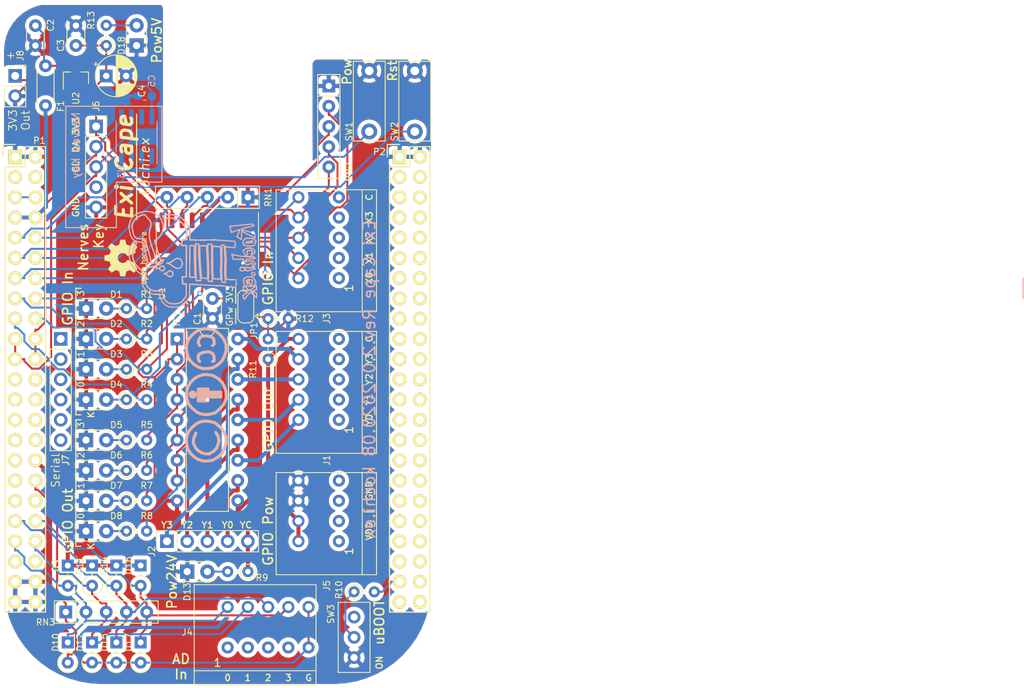
<source format=kicad_pcb>
(kicad_pcb (version 20171130) (host pcbnew "(5.1.6)-1")
  (title_block (title "Exi Cape") (date 2020-08-19) (rev Rev.2.0) (company kochi.ex) (comment 1 "Elixir / Nerves IO Extention CAPE") (comment 4 CC-BY-SA))
  (layers (0 F.Cu signal) (31 B.Cu signal) (34 B.Paste user hide) (35 F.Paste user hide) (36 B.SilkS user) (37 F.SilkS user) (38 B.Mask user hide) (39 F.Mask user hide) (44 Edge.Cuts user))
  (net 0 "")
  (net 1 GNDD)
  (net 2 +3V3)
  (net 3 +5V)
  (net 4 SYS_5V)
  (net 5 PWR_BUT)
  (net 6 SYS_RESETN)
  (net 7 VDD_ADC)
  (net 8 "Net-(D1-Pad2)")
  (net 9 "Net-(D2-Pad2)")
  (net 10 "Net-(D3-Pad2)")
  (net 11 "Net-(D4-Pad2)")
  (net 12 /AIN3)
  (net 13 /AIN2)
  (net 14 /AIN1)
  (net 15 /AIN0)
  (net 16 VDDF)
  (net 17 uSD_BOOT)
  (net 18 /GPIO_30)
  (net 19 /GPIO_60)
  (net 20 /GPIO_31)
  (net 21 /GPIO_50P)
  (net 22 /GPIO_48)
  (net 23 /GPIO_51P)
  (net 24 /GPIO_05)
  (net 25 /GPIO_04)
  (net 26 /Y3)
  (net 27 /Y2)
  (net 28 /Y1)
  (net 29 /Y0)
  (net 30 /X0)
  (net 31 /X1)
  (net 32 /X2)
  (net 33 /X3)
  (net 34 /I2C2_SCL)
  (net 35 /I2C2_SDA)
  (net 36 GNDA_ADC)
  (net 37 /PY3-1)
  (net 38 /PY3-2)
  (net 39 /PY2-1)
  (net 40 /PY2-2)
  (net 41 /PY1-1)
  (net 42 /PY1-2)
  (net 43 /PY0-1)
  (net 44 /PY0-2)
  (net 45 "Net-(D5-Pad2)")
  (net 46 "Net-(JP1-Pad1)")
  (net 47 "Net-(C2-Pad1)")
  (net 48 "Net-(D6-Pad2)")
  (net 49 "Net-(D7-Pad2)")
  (net 50 "Net-(D8-Pad2)")
  (net 51 "Net-(D13-Pad2)")
  (net 52 "Net-(D18-Pad2)")
  (net 53 /PowX)
  (net 54 "Net-(R10-Pad1)")
  (module Capacitor_SMD:C_0603_1608Metric_Pad1.05x0.95mm_HandSolder (layer B.Cu) (at 132.6401 54.7624 180)
    (fp_text reference C5 (at -0.875 1.905 90) (layer B.SilkS) (effects (font (size 0.8 0.8) (thickness 0.12)) (justify mirror)))
    (fp_text value 0.1u)
    (pad 2 smd roundrect (at 0.875 0 180) (size 1.05 0.95) (layers B.Cu B.Paste B.Mask) (net 1 GNDD))
    (pad 1 smd roundrect (at -0.875 0 180) (size 1.05 0.95) (layers B.Cu B.Paste B.Mask) (net 2 +3V3))
  )
  (module Package_SO:SOIC-8_3.9x4.9mm_P1.27mm (layer B.Cu) (at 131.6101 59.8424 90)
    (fp_text reference U3 (at -4.445 -1.905 90) (layer B.SilkS) (effects (font (size 0.8 0.8) (thickness 0.12)) (justify mirror)))
    (fp_text value ATECC608A-SSHDA)
    (pad 8 smd roundrect (at 2.475 1.905 90) (size 1.95 0.6) (layers B.Cu B.Paste B.Mask) (net 2 +3V3))
    (pad 7 smd roundrect (at 2.475 0.635 90) (size 1.95 0.6) (layers B.Cu B.Paste B.Mask))
    (pad 6 smd roundrect (at 2.475 -0.635 90) (size 1.95 0.6) (layers B.Cu B.Paste B.Mask) (net 34 /I2C2_SCL))
    (pad 5 smd roundrect (at 2.475 -1.905 90) (size 1.95 0.6) (layers B.Cu B.Paste B.Mask) (net 35 /I2C2_SDA))
    (pad 4 smd roundrect (at -2.475 -1.905 90) (size 1.95 0.6) (layers B.Cu B.Paste B.Mask) (net 1 GNDD))
    (pad 3 smd roundrect (at -2.475 -0.635 90) (size 1.95 0.6) (layers B.Cu B.Paste B.Mask))
    (pad 2 smd roundrect (at -2.475 0.635 90) (size 1.95 0.6) (layers B.Cu B.Paste B.Mask))
    (pad 1 smd roundrect (at -2.475 1.905 90) (size 1.95 0.6) (layers B.Cu B.Paste B.Mask))
  )
  (module Jumper:SolderJumper-3_P1.3mm_Open_RoundedPad1.0x1.5mm (layer F.Cu) (at 145.3261 81.1784 90)
    (fp_text reference JP1 (at -3.048 1.016 90) (layer F.SilkS) (effects (font (size 0.8 0.8) (thickness 0.12))))
    (fp_text value "Sel GPow/3V3")
    (pad 2 smd rect (at 0 0 90) (size 1 1.5) (layers F.Cu F.Mask) (net 53 /PowX))
    (pad 3 smd custom (at 1.3 0 90) (size 1 0.5) (layers F.Cu F.Mask) (net 2 +3V3) (options (clearance outline) (anchor rect)) (primitives (gr_circle (center 0 0.25) (end 0.5 0.25) (width 0)) (gr_circle (center 0 -0.25) (end 0.5 -0.25) (width 0)) (gr_poly (pts (xy -0.55 -0.75) (xy 0 -0.75) (xy 0 0.75) (xy -0.55 0.75)) (width 0))))
    (pad 1 smd custom (at -1.3 0 90) (size 1 0.5) (layers F.Cu F.Mask) (net 46 "Net-(JP1-Pad1)") (options (clearance outline) (anchor rect)) (primitives (gr_circle (center 0 0.25) (end 0.5 0.25) (width 0)) (gr_circle (center 0 -0.25) (end 0.5 -0.25) (width 0)) (gr_poly (pts (xy 0.55 -0.75) (xy 0 -0.75) (xy 0 0.75) (xy 0.55 0.75)) (width 0))))
  )
  (module Connector_PinSocket_2.54mm:PinSocket_1x02_P2.54mm_Vertical (layer F.Cu) (at 116.3701 52.2224)
    (fp_text reference J8 (at 0.635 -2.54 90) (layer F.SilkS) (effects (font (size 0.8 0.8) (thickness 0.12))))
    (fp_text value "+3.3 Out")
    (pad 2 thru_hole oval (at 0 2.54) (size 1.7 1.7) (drill 1) (layers *.Cu *.Mask) (net 1 GNDD))
    (pad 1 thru_hole rect (at 0 0) (size 1.7 1.7) (drill 1) (layers *.Cu *.Mask) (net 2 +3V3))
  )
  (module Resistor_THT:R_Axial_DIN0204_L3.6mm_D1.6mm_P2.54mm_Vertical (layer F.Cu) (at 145.58 114.452 180)
    (fp_text reference R9 (at -1.778 -0.762) (layer F.SilkS) (effects (font (size 0.8 0.8) (thickness 0.12))))
    (fp_text value 1k)
    (pad 2 thru_hole oval (at 2.54 0 180) (size 1.4 1.4) (drill 0.7) (layers *.Cu *.Mask) (net 51 "Net-(D13-Pad2)"))
    (pad 1 thru_hole circle (at 0 0 180) (size 1.4 1.4) (drill 0.7) (layers *.Cu *.Mask) (net 16 VDDF))
  )
  (module Resistor_THT:R_Axial_DIN0204_L3.6mm_D1.6mm_P2.54mm_Vertical (layer F.Cu) (at 148.12 82.7024)
    (fp_text reference R12 (at 4.5721 0) (layer F.SilkS) (effects (font (size 0.8 0.8) (thickness 0.12))))
    (fp_text value 150)
    (pad 2 thru_hole oval (at 2.54 0) (size 1.4 1.4) (drill 0.7) (layers *.Cu *.Mask) (net 1 GNDD))
    (pad 1 thru_hole circle (at 0 0) (size 1.4 1.4) (drill 0.7) (layers *.Cu *.Mask) (net 46 "Net-(JP1-Pad1)"))
  )
  (module Resistor_THT:R_Axial_DIN0204_L3.6mm_D1.6mm_P2.54mm_Vertical (layer F.Cu) (at 148.12 87.7824 90)
    (fp_text reference R11 (at -1.27 -1.9049 90) (layer F.SilkS) (effects (font (size 0.8 0.8) (thickness 0.12))))
    (fp_text value 1k)
    (pad 2 thru_hole oval (at 2.54 0 90) (size 1.4 1.4) (drill 0.7) (layers *.Cu *.Mask) (net 46 "Net-(JP1-Pad1)"))
    (pad 1 thru_hole circle (at 0 0 90) (size 1.4 1.4) (drill 0.7) (layers *.Cu *.Mask) (net 16 VDDF))
  )
  (module LED_THT:LED_D1.8mm_W3.3mm_H2.4mm (layer F.Cu) (at 137.96 114.452)
    (fp_text reference D13 (at 0 2.54 90) (layer F.SilkS) (effects (font (size 0.8 0.8) (thickness 0.12))))
    (fp_text value LED)
    (pad 2 thru_hole circle (at 2.54 0) (size 1.8 1.8) (drill 0.9) (layers *.Cu *.Mask) (net 51 "Net-(D13-Pad2)"))
    (pad 1 thru_hole rect (at 0 0) (size 1.8 1.8) (drill 0.9) (layers *.Cu *.Mask) (net 1 GNDD))
  )
  (module Resistor_THT:R_Array_SIP5 (layer F.Cu) (at 145.58 67.4624 180)
    (fp_text reference RN1 (at -2.54 0 90) (layer F.SilkS) (effects (font (size 0.8 0.8) (thickness 0.12))))
    (fp_text value 10k)
    (pad 1 thru_hole rect (at 0 0 180) (size 1.6 1.6) (drill 0.8) (layers *.Cu *.Mask) (net 1 GNDD))
    (pad 2 thru_hole oval (at 2.54 0 180) (size 1.6 1.6) (drill 0.8) (layers *.Cu *.Mask) (net 21 /GPIO_50P))
    (pad 3 thru_hole oval (at 5.08 0 180) (size 1.6 1.6) (drill 0.8) (layers *.Cu *.Mask) (net 20 /GPIO_31))
    (pad 4 thru_hole oval (at 7.62 0 180) (size 1.6 1.6) (drill 0.8) (layers *.Cu *.Mask) (net 19 /GPIO_60))
    (pad 5 thru_hole oval (at 10.16 0 180) (size 1.6 1.6) (drill 0.8) (layers *.Cu *.Mask) (net 18 /GPIO_30))
  )
  (module Connector_PinSocket_2.54mm:PinSocket_1x05_P2.54mm_Vertical (layer F.Cu) (at 126.53 58.5724)
    (fp_text reference J6 (at 0 -2.54 90) (layer F.SilkS) (effects (font (size 0.8 0.8) (thickness 0.12))))
    (fp_text value NervesKey)
    (pad 1 thru_hole rect (at 0 0) (size 1.7 1.7) (drill 1) (layers *.Cu *.Mask) (net 2 +3V3))
    (pad 2 thru_hole oval (at 0 2.54) (size 1.7 1.7) (drill 1) (layers *.Cu *.Mask) (net 35 /I2C2_SDA))
    (pad 3 thru_hole oval (at 0 5.08) (size 1.7 1.7) (drill 1) (layers *.Cu *.Mask) (net 34 /I2C2_SCL))
    (pad 4 thru_hole oval (at 0 7.62) (size 1.7 1.7) (drill 1) (layers *.Cu *.Mask))
    (pad 5 thru_hole oval (at 0 10.16) (size 1.7 1.7) (drill 1) (layers *.Cu *.Mask) (net 1 GNDD))
  )
  (module _my_kicad_symbol:Terminal_TB401-1-5-E (layer F.Cu) (at 151.93 77.6224 90)
    (fp_text reference J3 (at -5.08 3.556 90) (layer F.SilkS) (effects (font (size 0.8 0.8) (thickness 0.12))))
    (fp_text value GPIO_IN1)
    (fp_text user 1 (at -1.27 6.35 90) (layer F.SilkS))
    (pad 10 thru_hole circle (at 10.16 0 90) (size 1.524 1.524) (drill 0.9) (layers *.Cu *.Mask) (net 53 /PowX))
    (pad 9 thru_hole circle (at 10.16 5.08 90) (size 1.524 1.524) (drill 0.8) (layers *.Cu *.Mask))
    (pad 8 thru_hole circle (at 7.62 0 90) (size 1.524 1.524) (drill 0.9) (layers *.Cu *.Mask) (net 33 /X3))
    (pad 7 thru_hole circle (at 7.62 5.08 90) (size 1.524 1.524) (drill 0.8) (layers *.Cu *.Mask))
    (pad 6 thru_hole circle (at 5.08 0 90) (size 1.524 1.524) (drill 0.9) (layers *.Cu *.Mask) (net 32 /X2))
    (pad 5 thru_hole circle (at 5.08 5.08 90) (size 1.524 1.524) (drill 0.8) (layers *.Cu *.Mask))
    (pad 4 thru_hole circle (at 2.54 0 90) (size 1.524 1.524) (drill 0.9) (layers *.Cu *.Mask) (net 31 /X1))
    (pad 3 thru_hole circle (at 2.54 5.08 90) (size 1.524 1.524) (drill 0.8) (layers *.Cu *.Mask))
    (pad 2 thru_hole circle (at 0 0 90) (size 1.524 1.524) (drill 0.9) (layers *.Cu *.Mask) (net 30 /X0))
    (pad 1 thru_hole circle (at 0 5.08 90) (size 1.524 1.524) (drill 0.8) (layers *.Cu *.Mask))
  )
  (module Resistor_THT:R_Array_SIP5 (layer F.Cu) (at 155.74 53.4924 270)
    (fp_text reference RN2 (at 10.795 -2.54 90) (layer F.SilkS) (effects (font (size 0.8 0.8) (thickness 0.12))))
    (fp_text value 10k)
    (pad 5 thru_hole oval (at 10.16 0 270) (size 1.6 1.6) (drill 0.8) (layers *.Cu *.Mask) (net 33 /X3))
    (pad 4 thru_hole oval (at 7.62 0 270) (size 1.6 1.6) (drill 0.8) (layers *.Cu *.Mask) (net 32 /X2))
    (pad 3 thru_hole oval (at 5.08 0 270) (size 1.6 1.6) (drill 0.8) (layers *.Cu *.Mask) (net 31 /X1))
    (pad 2 thru_hole oval (at 2.54 0 270) (size 1.6 1.6) (drill 0.8) (layers *.Cu *.Mask) (net 30 /X0))
    (pad 1 thru_hole rect (at 0 0 270) (size 1.6 1.6) (drill 0.8) (layers *.Cu *.Mask) (net 1 GNDD))
  )
  (module _my_kicad_symbol:Terminal_TB401-1-5-E (layer F.Cu) (at 143.04 118.897)
    (fp_text reference J4 (at -5.08 3.175) (layer F.SilkS) (effects (font (size 0.8 0.8) (thickness 0.12))))
    (fp_text value AD_IN1)
    (fp_text user 1 (at -1.27 6.985) (layer F.SilkS))
    (pad 10 thru_hole circle (at 10.16 0) (size 1.524 1.524) (drill 0.9) (layers *.Cu *.Mask) (net 36 GNDA_ADC))
    (pad 9 thru_hole circle (at 10.16 5.08) (size 1.524 1.524) (drill 0.8) (layers *.Cu *.Mask) (net 36 GNDA_ADC))
    (pad 8 thru_hole circle (at 7.62 0) (size 1.524 1.524) (drill 0.9) (layers *.Cu *.Mask) (net 12 /AIN3))
    (pad 7 thru_hole circle (at 7.62 5.08) (size 1.524 1.524) (drill 0.8) (layers *.Cu *.Mask))
    (pad 6 thru_hole circle (at 5.08 0) (size 1.524 1.524) (drill 0.9) (layers *.Cu *.Mask) (net 13 /AIN2))
    (pad 5 thru_hole circle (at 5.08 5.08) (size 1.524 1.524) (drill 0.8) (layers *.Cu *.Mask))
    (pad 4 thru_hole circle (at 2.54 0) (size 1.524 1.524) (drill 0.9) (layers *.Cu *.Mask) (net 14 /AIN1))
    (pad 3 thru_hole circle (at 2.54 5.08) (size 1.524 1.524) (drill 0.8) (layers *.Cu *.Mask))
    (pad 2 thru_hole circle (at 0 0) (size 1.524 1.524) (drill 0.9) (layers *.Cu *.Mask) (net 15 /AIN0))
    (pad 1 thru_hole circle (at 0 5.08) (size 1.524 1.524) (drill 0.8) (layers *.Cu *.Mask))
  )
  (module _my_kicad_symbol:Terminal_TB401-1-4-E (layer F.Cu) (at 151.93 110.642 90)
    (fp_text reference J5 (at -5.588 3.556 90) (layer F.SilkS) (effects (font (size 0.8 0.8) (thickness 0.12))))
    (fp_text value GPIO_POW)
    (fp_text user 1 (at -1.27 6.35 90) (layer F.SilkS))
    (pad 1 thru_hole circle (at 0 5.08 90) (size 1.524 1.524) (drill 0.8) (layers *.Cu *.Mask))
    (pad 2 thru_hole circle (at 0 0 90) (size 1.524 1.524) (drill 0.9) (layers *.Cu *.Mask) (net 16 VDDF))
    (pad 3 thru_hole circle (at 2.54 5.08 90) (size 1.524 1.524) (drill 0.8) (layers *.Cu *.Mask))
    (pad 4 thru_hole circle (at 2.54 0 90) (size 1.524 1.524) (drill 0.9) (layers *.Cu *.Mask) (net 16 VDDF))
    (pad 5 thru_hole circle (at 5.08 5.08 90) (size 1.524 1.524) (drill 0.8) (layers *.Cu *.Mask))
    (pad 6 thru_hole circle (at 5.08 0 90) (size 1.524 1.524) (drill 0.9) (layers *.Cu *.Mask) (net 1 GNDD))
    (pad 7 thru_hole circle (at 7.62 5.08 90) (size 1.524 1.524) (drill 0.8) (layers *.Cu *.Mask))
    (pad 8 thru_hole circle (at 7.62 0 90) (size 1.524 1.524) (drill 0.9) (layers *.Cu *.Mask) (net 1 GNDD))
  )
  (module Capacitor_THT:C_Disc_D4.3mm_W1.9mm_P5.00mm (layer F.Cu) (at 120.1801 50.9524 270)
    (fp_text reference F1 (at 5.08 -1.9051 270) (layer F.SilkS) (effects (font (size 0.8 0.8) (thickness 0.12))))
    (fp_text value Polyfuse)
    (pad 2 thru_hole circle (at 5 0 270) (size 1.6 1.6) (drill 0.8) (layers *.Cu *.Mask) (net 4 SYS_5V))
    (pad 1 thru_hole circle (at 0 0 270) (size 1.6 1.6) (drill 0.8) (layers *.Cu *.Mask) (net 47 "Net-(C2-Pad1)"))
  )
  (module Connector_PinSocket_2.54mm:PinSocket_1x06_P2.54mm_Vertical (layer F.Cu) (at 122.085 85.2424)
    (fp_text reference J7 (at 0.6351 15.24 90) (layer F.SilkS) (effects (font (size 0.8 0.8))))
    (fp_text value "Serial Debug")
    (pad 1 thru_hole rect (at 0 0) (size 1.7 1.7) (drill 1) (layers *.Cu *.Mask))
    (pad 2 thru_hole oval (at 0 2.54) (size 1.7 1.7) (drill 1) (layers *.Cu *.Mask))
    (pad 3 thru_hole oval (at 0 5.08) (size 1.7 1.7) (drill 1) (layers *.Cu *.Mask))
    (pad 4 thru_hole oval (at 0 7.62) (size 1.7 1.7) (drill 1) (layers *.Cu *.Mask))
    (pad 5 thru_hole oval (at 0 10.16) (size 1.7 1.7) (drill 1) (layers *.Cu *.Mask))
    (pad 6 thru_hole oval (at 0 12.7) (size 1.7 1.7) (drill 1) (layers *.Cu *.Mask))
  )
  (module _my_kicad_symbol:Terminal_TB401-1-5-E (layer F.Cu) (at 151.93 95.4024 90)
    (fp_text reference J1 (at -5.08 3.556 90) (layer F.SilkS) (effects (font (size 0.8 0.8) (thickness 0.12))))
    (fp_text value GPIO_OUT1)
    (fp_text user 1 (at -1.27 6.35 90) (layer F.SilkS))
    (pad 10 thru_hole circle (at 10.16 0 90) (size 1.524 1.524) (drill 0.9) (layers *.Cu *.Mask) (net 16 VDDF))
    (pad 9 thru_hole circle (at 10.16 5.08 90) (size 1.524 1.524) (drill 0.8) (layers *.Cu *.Mask))
    (pad 8 thru_hole circle (at 7.62 0 90) (size 1.524 1.524) (drill 0.9) (layers *.Cu *.Mask) (net 37 /PY3-1))
    (pad 7 thru_hole circle (at 7.62 5.08 90) (size 1.524 1.524) (drill 0.8) (layers *.Cu *.Mask))
    (pad 6 thru_hole circle (at 5.08 0 90) (size 1.524 1.524) (drill 0.9) (layers *.Cu *.Mask) (net 39 /PY2-1))
    (pad 5 thru_hole circle (at 5.08 5.08 90) (size 1.524 1.524) (drill 0.8) (layers *.Cu *.Mask))
    (pad 4 thru_hole circle (at 2.54 0 90) (size 1.524 1.524) (drill 0.9) (layers *.Cu *.Mask) (net 41 /PY1-1))
    (pad 3 thru_hole circle (at 2.54 5.08 90) (size 1.524 1.524) (drill 0.8) (layers *.Cu *.Mask))
    (pad 2 thru_hole circle (at 0 0 90) (size 1.524 1.524) (drill 0.9) (layers *.Cu *.Mask) (net 43 /PY0-1))
    (pad 1 thru_hole circle (at 0 5.08 90) (size 1.524 1.524) (drill 0.8) (layers *.Cu *.Mask))
  )
  (module Connector_PinSocket_2.54mm:PinSocket_1x05_P2.54mm_Vertical (layer F.Cu) (at 135.42 110.642 90)
    (fp_text reference J2 (at -1.2704 -1.9049 270) (layer F.SilkS) (effects (font (size 0.8 0.8) (thickness 0.12))))
    (fp_text value GPIO_OUT2)
    (pad 5 thru_hole oval (at 0 10.16 90) (size 1.7 1.7) (drill 1) (layers *.Cu *.Mask) (net 16 VDDF))
    (pad 4 thru_hole oval (at 0 7.62 90) (size 1.7 1.7) (drill 1) (layers *.Cu *.Mask) (net 44 /PY0-2))
    (pad 3 thru_hole oval (at 0 5.08 90) (size 1.7 1.7) (drill 1) (layers *.Cu *.Mask) (net 42 /PY1-2))
    (pad 2 thru_hole oval (at 0 2.54 90) (size 1.7 1.7) (drill 1) (layers *.Cu *.Mask) (net 40 /PY2-2))
    (pad 1 thru_hole rect (at 0 0 90) (size 1.7 1.7) (drill 1) (layers *.Cu *.Mask) (net 38 /PY3-2))
  )
  (module _my_kicad_symbol:CC-BY-SA (layer F.Cu) (at 140.5 92.2274 90)
    (fp_text reference H2 hide)
    (fp_text value MountingHole)
  )
  (module Symbol:OSHW-Logo2_7.3x6mm_SilkScreen (layer F.Cu) (at 130.3401 75.0824 90)
    (fp_text reference H1 hide)
    (fp_text value MountingHole hide)
  )
  (module Capacitor_THT:CP_Radial_D5.0mm_P2.50mm (layer F.Cu) (at 127.8001 52.2224)
    (fp_text reference C4 (at 4.4451 1.905 90) (layer F.SilkS) (effects (font (size 0.8 0.8) (thickness 0.12))))
    (fp_text value 100u)
    (pad 2 thru_hole circle (at 2.5 0) (size 1.6 1.6) (drill 0.8) (layers *.Cu *.Mask) (net 1 GNDD))
    (pad 1 thru_hole rect (at 0 0) (size 1.6 1.6) (drill 0.8) (layers *.Cu *.Mask) (net 2 +3V3))
  )
  (module Package_SO:SO-20_5.3x12.6mm_P1.27mm (layer F.Cu) (at 140.5 73.8124 270)
    (fp_text reference U1 (at 5.715 5.715 90) (layer F.SilkS) (effects (font (size 0.8 0.8) (thickness 0.12))))
    (fp_text value TC74HC541AP)
    (pad 1 smd roundrect (at -3.4625 -5.715 270) (size 1.975 0.6) (layers F.Cu F.Paste F.Mask) (net 1 GNDD))
    (pad 2 smd roundrect (at -3.4625 -4.445 270) (size 1.975 0.6) (layers F.Cu F.Paste F.Mask) (net 33 /X3))
    (pad 3 smd roundrect (at -3.4625 -3.175 270) (size 1.975 0.6) (layers F.Cu F.Paste F.Mask) (net 32 /X2))
    (pad 4 smd roundrect (at -3.4625 -1.905 270) (size 1.975 0.6) (layers F.Cu F.Paste F.Mask) (net 31 /X1))
    (pad 5 smd roundrect (at -3.4625 -0.635 270) (size 1.975 0.6) (layers F.Cu F.Paste F.Mask) (net 30 /X0))
    (pad 6 smd roundrect (at -3.4625 0.635 270) (size 1.975 0.6) (layers F.Cu F.Paste F.Mask) (net 21 /GPIO_50P))
    (pad 7 smd roundrect (at -3.4625 1.905 270) (size 1.975 0.6) (layers F.Cu F.Paste F.Mask) (net 20 /GPIO_31))
    (pad 8 smd roundrect (at -3.4625 3.175 270) (size 1.975 0.6) (layers F.Cu F.Paste F.Mask) (net 19 /GPIO_60))
    (pad 9 smd roundrect (at -3.4625 4.445 270) (size 1.975 0.6) (layers F.Cu F.Paste F.Mask) (net 18 /GPIO_30))
    (pad 10 smd roundrect (at -3.4625 5.715 270) (size 1.975 0.6) (layers F.Cu F.Paste F.Mask) (net 1 GNDD))
    (pad 11 smd roundrect (at 3.4625 5.715 270) (size 1.975 0.6) (layers F.Cu F.Paste F.Mask) (net 26 /Y3))
    (pad 12 smd roundrect (at 3.4625 4.445 270) (size 1.975 0.6) (layers F.Cu F.Paste F.Mask) (net 27 /Y2))
    (pad 13 smd roundrect (at 3.4625 3.175 270) (size 1.975 0.6) (layers F.Cu F.Paste F.Mask) (net 28 /Y1))
    (pad 14 smd roundrect (at 3.4625 1.905 270) (size 1.975 0.6) (layers F.Cu F.Paste F.Mask) (net 29 /Y0))
    (pad 15 smd roundrect (at 3.4625 0.635 270) (size 1.975 0.6) (layers F.Cu F.Paste F.Mask) (net 24 /GPIO_05))
    (pad 16 smd roundrect (at 3.4625 -0.635 270) (size 1.975 0.6) (layers F.Cu F.Paste F.Mask) (net 25 /GPIO_04))
    (pad 17 smd roundrect (at 3.4625 -1.905 270) (size 1.975 0.6) (layers F.Cu F.Paste F.Mask) (net 22 /GPIO_48))
    (pad 18 smd roundrect (at 3.4625 -3.175 270) (size 1.975 0.6) (layers F.Cu F.Paste F.Mask) (net 23 /GPIO_51P))
    (pad 19 smd roundrect (at 3.4625 -4.445 270) (size 1.975 0.6) (layers F.Cu F.Paste F.Mask) (net 1 GNDD))
    (pad 20 smd roundrect (at 3.4625 -5.715 270) (size 1.975 0.6) (layers F.Cu F.Paste F.Mask) (net 2 +3V3))
  )
  (module Package_TO_SOT_SMD:SOT-23 (layer F.Cu) (at 123.99 52.4924 90)
    (fp_text reference U2 (at -2.54 0 270) (layer F.SilkS) (effects (font (size 0.8 0.8) (thickness 0.12))))
    (fp_text value MCP1703A-3302_SOT23)
    (pad 3 smd rect (at 1 0 90) (size 0.9 0.8) (layers F.Cu F.Paste F.Mask) (net 47 "Net-(C2-Pad1)"))
    (pad 2 smd rect (at -1 0.95 90) (size 0.9 0.8) (layers F.Cu F.Paste F.Mask) (net 2 +3V3))
    (pad 1 smd rect (at -1 -0.95 90) (size 0.9 0.8) (layers F.Cu F.Paste F.Mask) (net 1 GNDD))
  )
  (module Capacitor_THT:C_Disc_D3.0mm_W2.0mm_P2.50mm (layer F.Cu) (at 123.99 48.4124 90)
    (fp_text reference C3 (at 0 -1.9049 270) (layer F.SilkS) (effects (font (size 0.8 0.8) (thickness 0.12))))
    (fp_text value 1u)
    (pad 2 thru_hole circle (at 2.5 0 90) (size 1.6 1.6) (drill 0.8) (layers *.Cu *.Mask) (net 1 GNDD))
    (pad 1 thru_hole circle (at 0 0 90) (size 1.6 1.6) (drill 0.8) (layers *.Cu *.Mask) (net 2 +3V3))
  )
  (module Capacitor_THT:C_Disc_D3.0mm_W2.0mm_P2.50mm (layer F.Cu) (at 118.91 45.9124 270)
    (fp_text reference C2 (at -0.04 -1.9051 270) (layer F.SilkS) (effects (font (size 0.8 0.8) (thickness 0.12))))
    (fp_text value 1u)
    (pad 2 thru_hole circle (at 2.5 0 270) (size 1.6 1.6) (drill 0.8) (layers *.Cu *.Mask) (net 1 GNDD))
    (pad 1 thru_hole circle (at 0 0 270) (size 1.6 1.6) (drill 0.8) (layers *.Cu *.Mask) (net 47 "Net-(C2-Pad1)"))
  )
  (module Diode_THT:D_DO-34_SOD68_P2.54mm_Vertical_KathodeUp (layer F.Cu) (at 132.118 123.342 270)
    (fp_text reference D17 (at 0.0004 1.524 90) (layer F.SilkS) (effects (font (size 0.8 0.8) (thickness 0.12))))
    (fp_text value 1N4148)
    (pad 2 thru_hole oval (at 2.54 0 270) (size 1.5 1.5) (drill 0.75) (layers *.Cu *.Mask) (net 36 GNDA_ADC))
    (pad 1 thru_hole rect (at 0 0 270) (size 1.5 1.5) (drill 0.75) (layers *.Cu *.Mask) (net 12 /AIN3))
  )
  (module Diode_THT:D_DO-34_SOD68_P2.54mm_Vertical_KathodeUp (layer F.Cu) (at 132.118 113.69 270)
    (fp_text reference D16 (at 0 1.524 90) (layer F.SilkS) (effects (font (size 0.8 0.8) (thickness 0.12))))
    (fp_text value 1N4148)
    (pad 2 thru_hole oval (at 2.54 0 270) (size 1.5 1.5) (drill 0.75) (layers *.Cu *.Mask) (net 12 /AIN3))
    (pad 1 thru_hole rect (at 0 0 270) (size 1.5 1.5) (drill 0.75) (layers *.Cu *.Mask) (net 7 VDD_ADC))
  )
  (module Diode_THT:D_DO-34_SOD68_P2.54mm_Vertical_KathodeUp (layer F.Cu) (at 129.07 123.342 270)
    (fp_text reference D15 (at 0 1.524 90) (layer F.SilkS) (effects (font (size 0.8 0.8) (thickness 0.12))))
    (fp_text value 1N4148)
    (pad 2 thru_hole oval (at 2.54 0 270) (size 1.5 1.5) (drill 0.75) (layers *.Cu *.Mask) (net 36 GNDA_ADC))
    (pad 1 thru_hole rect (at 0 0 270) (size 1.5 1.5) (drill 0.75) (layers *.Cu *.Mask) (net 13 /AIN2))
  )
  (module Diode_THT:D_DO-34_SOD68_P2.54mm_Vertical_KathodeUp (layer F.Cu) (at 129.07 113.69 270)
    (fp_text reference D14 (at 0 1.524 90) (layer F.SilkS) (effects (font (size 0.8 0.8) (thickness 0.12))))
    (fp_text value 1N4148)
    (pad 2 thru_hole oval (at 2.54 0 270) (size 1.5 1.5) (drill 0.75) (layers *.Cu *.Mask) (net 13 /AIN2))
    (pad 1 thru_hole rect (at 0 0 270) (size 1.5 1.5) (drill 0.75) (layers *.Cu *.Mask) (net 7 VDD_ADC))
  )
  (module Diode_THT:D_DO-34_SOD68_P2.54mm_Vertical_KathodeUp (layer F.Cu) (at 126.022 123.342 270)
    (fp_text reference D12 (at 0.0004 1.5239 90) (layer F.SilkS) (effects (font (size 0.8 0.8) (thickness 0.12))))
    (fp_text value 1N4148)
    (pad 2 thru_hole oval (at 2.54 0 270) (size 1.5 1.5) (drill 0.75) (layers *.Cu *.Mask) (net 36 GNDA_ADC))
    (pad 1 thru_hole rect (at 0 0 270) (size 1.5 1.5) (drill 0.75) (layers *.Cu *.Mask) (net 14 /AIN1))
  )
  (module Diode_THT:D_DO-34_SOD68_P2.54mm_Vertical_KathodeUp (layer F.Cu) (at 126.022 113.69 270)
    (fp_text reference D11 (at 0 1.524 90) (layer F.SilkS) (effects (font (size 0.8 0.8) (thickness 0.12))))
    (fp_text value 1N4148)
    (pad 2 thru_hole oval (at 2.54 0 270) (size 1.5 1.5) (drill 0.75) (layers *.Cu *.Mask) (net 14 /AIN1))
    (pad 1 thru_hole rect (at 0 0 270) (size 1.5 1.5) (drill 0.75) (layers *.Cu *.Mask) (net 7 VDD_ADC))
  )
  (module Diode_THT:D_DO-34_SOD68_P2.54mm_Vertical_KathodeUp (layer F.Cu) (at 122.974 123.342 270)
    (fp_text reference D10 (at 0.0004 1.524 90) (layer F.SilkS) (effects (font (size 0.8 0.8) (thickness 0.12))))
    (fp_text value 1N4148)
    (pad 2 thru_hole oval (at 2.54 0 270) (size 1.5 1.5) (drill 0.75) (layers *.Cu *.Mask) (net 36 GNDA_ADC))
    (pad 1 thru_hole rect (at 0 0 270) (size 1.5 1.5) (drill 0.75) (layers *.Cu *.Mask) (net 15 /AIN0))
  )
  (module Diode_THT:D_DO-34_SOD68_P2.54mm_Vertical_KathodeUp (layer F.Cu) (at 122.974 113.69 270)
    (fp_text reference D9 (at 0 1.524 90) (layer F.SilkS) (effects (font (size 0.8 0.8) (thickness 0.12))))
    (fp_text value 1N4148)
    (pad 2 thru_hole oval (at 2.54 0 270) (size 1.5 1.5) (drill 0.75) (layers *.Cu *.Mask) (net 15 /AIN0))
    (pad 1 thru_hole rect (at 0 0 270) (size 1.5 1.5) (drill 0.75) (layers *.Cu *.Mask) (net 7 VDD_ADC))
  )
  (module Package_DIP:DIP-18_W7.62mm (layer F.Cu) (at 136.69 85.2424)
    (fp_text reference IC1 (at 0 -2.54 90) (layer F.SilkS) (effects (font (size 0.8 0.8) (thickness 0.12))))
    (fp_text value TBD62083APG)
    (pad 18 thru_hole oval (at 7.62 0) (size 1.6 1.6) (drill 0.8) (layers *.Cu *.Mask) (net 37 /PY3-1))
    (pad 9 thru_hole oval (at 0 20.32) (size 1.6 1.6) (drill 0.8) (layers *.Cu *.Mask) (net 1 GNDD))
    (pad 17 thru_hole oval (at 7.62 2.54) (size 1.6 1.6) (drill 0.8) (layers *.Cu *.Mask) (net 38 /PY3-2))
    (pad 8 thru_hole oval (at 0 17.78) (size 1.6 1.6) (drill 0.8) (layers *.Cu *.Mask) (net 29 /Y0))
    (pad 16 thru_hole oval (at 7.62 5.08) (size 1.6 1.6) (drill 0.8) (layers *.Cu *.Mask) (net 39 /PY2-1))
    (pad 7 thru_hole oval (at 0 15.24) (size 1.6 1.6) (drill 0.8) (layers *.Cu *.Mask) (net 29 /Y0))
    (pad 15 thru_hole oval (at 7.62 7.62) (size 1.6 1.6) (drill 0.8) (layers *.Cu *.Mask) (net 40 /PY2-2))
    (pad 6 thru_hole oval (at 0 12.7) (size 1.6 1.6) (drill 0.8) (layers *.Cu *.Mask) (net 28 /Y1))
    (pad 14 thru_hole oval (at 7.62 10.16) (size 1.6 1.6) (drill 0.8) (layers *.Cu *.Mask) (net 41 /PY1-1))
    (pad 5 thru_hole oval (at 0 10.16) (size 1.6 1.6) (drill 0.8) (layers *.Cu *.Mask) (net 28 /Y1))
    (pad 13 thru_hole oval (at 7.62 12.7) (size 1.6 1.6) (drill 0.8) (layers *.Cu *.Mask) (net 42 /PY1-2))
    (pad 4 thru_hole oval (at 0 7.62) (size 1.6 1.6) (drill 0.8) (layers *.Cu *.Mask) (net 27 /Y2))
    (pad 12 thru_hole oval (at 7.62 15.24) (size 1.6 1.6) (drill 0.8) (layers *.Cu *.Mask) (net 43 /PY0-1))
    (pad 3 thru_hole oval (at 0 5.08) (size 1.6 1.6) (drill 0.8) (layers *.Cu *.Mask) (net 27 /Y2))
    (pad 11 thru_hole oval (at 7.62 17.78) (size 1.6 1.6) (drill 0.8) (layers *.Cu *.Mask) (net 44 /PY0-2))
    (pad 2 thru_hole oval (at 0 2.54) (size 1.6 1.6) (drill 0.8) (layers *.Cu *.Mask) (net 26 /Y3))
    (pad 10 thru_hole oval (at 7.62 20.32) (size 1.6 1.6) (drill 0.8) (layers *.Cu *.Mask) (net 16 VDDF))
    (pad 1 thru_hole rect (at 0 0) (size 1.6 1.6) (drill 0.8) (layers *.Cu *.Mask) (net 26 /Y3))
  )
  (module Resistor_THT:R_Array_SIP5 (layer F.Cu) (at 122.72 119.532)
    (fp_text reference RN3 (at -2.5399 1.2704) (layer F.SilkS) (effects (font (size 0.8 0.8) (thickness 0.12))))
    (fp_text value 100k)
    (pad 5 thru_hole oval (at 10.16 0) (size 1.6 1.6) (drill 0.8) (layers *.Cu *.Mask) (net 12 /AIN3))
    (pad 4 thru_hole oval (at 7.62 0) (size 1.6 1.6) (drill 0.8) (layers *.Cu *.Mask) (net 13 /AIN2))
    (pad 3 thru_hole oval (at 5.08 0) (size 1.6 1.6) (drill 0.8) (layers *.Cu *.Mask) (net 14 /AIN1))
    (pad 2 thru_hole oval (at 2.54 0) (size 1.6 1.6) (drill 0.8) (layers *.Cu *.Mask) (net 15 /AIN0))
    (pad 1 thru_hole rect (at 0 0) (size 1.6 1.6) (drill 0.8) (layers *.Cu *.Mask) (net 36 GNDA_ADC))
  )
  (module _my_kicad_symbol:Switch_SS12D01G4 (layer F.Cu) (at 158.915 122.707 270)
    (fp_text reference SW3 (at -2.921 2.921 90) (layer F.SilkS) (effects (font (size 0.8 0.8) (thickness 0.12))))
    (fp_text value uSD_BOOT)
    (pad 1 thru_hole circle (at -2.54 0 270) (size 1.6 1.6) (drill 0.9) (layers *.Cu *.Mask))
    (pad 2 thru_hole circle (at 0 0 270) (size 1.6 1.6) (drill 0.9) (layers *.Cu *.Mask) (net 54 "Net-(R10-Pad1)"))
    (pad 3 thru_hole circle (at 2.54 0 270) (size 1.6 1.6) (drill 0.9) (layers *.Cu *.Mask) (net 1 GNDD))
  )
  (module _my_kicad_symbol:TactileSwitch_TVBP06-B043C (layer F.Cu) (at 166.535 56.6674 180)
    (fp_text reference SW2 (at 2.54 -2.54 90) (layer F.SilkS) (effects (font (size 0.8 0.8) (thickness 0.12))))
    (fp_text value Reset)
    (pad 2 thru_hole circle (at 0 5.08 180) (size 2 2) (drill 1.1) (layers *.Cu *.Mask) (net 1 GNDD))
    (pad 1 thru_hole circle (at 0 -2.54 180) (size 2 2) (drill 1.1) (layers *.Cu *.Mask) (net 6 SYS_RESETN))
  )
  (module _my_kicad_symbol:TactileSwitch_TVBP06-B043C (layer F.Cu) (at 160.82 56.6674 180)
    (fp_text reference SW1 (at 2.54 -2.54 90) (layer F.SilkS) (effects (font (size 0.8 0.8) (thickness 0.12))))
    (fp_text value Power)
    (pad 2 thru_hole circle (at 0 5.08 180) (size 2 2) (drill 1.1) (layers *.Cu *.Mask) (net 1 GNDD))
    (pad 1 thru_hole circle (at 0 -2.54 180) (size 2 2) (drill 1.1) (layers *.Cu *.Mask) (net 5 PWR_BUT))
  )
  (module Resistor_THT:R_Axial_DIN0204_L3.6mm_D1.6mm_P2.54mm_Vertical (layer F.Cu) (at 158.915 116.992)
    (fp_text reference R10 (at -1.905 -0.254 90) (layer F.SilkS) (effects (font (size 0.8 0.8) (thickness 0.12))))
    (fp_text value 100)
    (pad 2 thru_hole oval (at 2.54 0) (size 1.4 1.4) (drill 0.7) (layers *.Cu *.Mask) (net 17 uSD_BOOT))
    (pad 1 thru_hole circle (at 0 0) (size 1.4 1.4) (drill 0.7) (layers *.Cu *.Mask) (net 54 "Net-(R10-Pad1)"))
  )
  (module Resistor_THT:R_Axial_DIN0204_L3.6mm_D1.6mm_P2.54mm_Vertical (layer F.Cu) (at 127.8 48.4124 90)
    (fp_text reference R13 (at 3.175 -1.9049 270) (layer F.SilkS) (effects (font (size 0.8 0.8) (thickness 0.12))))
    (fp_text value 1k)
    (pad 2 thru_hole oval (at 2.54 0 90) (size 1.4 1.4) (drill 0.7) (layers *.Cu *.Mask) (net 52 "Net-(D18-Pad2)"))
    (pad 1 thru_hole circle (at 0 0 90) (size 1.4 1.4) (drill 0.7) (layers *.Cu *.Mask) (net 2 +3V3))
  )
  (module Resistor_THT:R_Axial_DIN0204_L3.6mm_D1.6mm_P2.54mm_Vertical (layer F.Cu) (at 130.34 109.372)
    (fp_text reference R8 (at 2.5401 -1.9046) (layer F.SilkS) (effects (font (size 0.8 0.8) (thickness 0.12))))
    (fp_text value 1k)
    (pad 2 thru_hole oval (at 2.54 0) (size 1.4 1.4) (drill 0.7) (layers *.Cu *.Mask) (net 29 /Y0))
    (pad 1 thru_hole circle (at 0 0) (size 1.4 1.4) (drill 0.7) (layers *.Cu *.Mask) (net 50 "Net-(D8-Pad2)"))
  )
  (module Resistor_THT:R_Axial_DIN0204_L3.6mm_D1.6mm_P2.54mm_Vertical (layer F.Cu) (at 130.34 105.562)
    (fp_text reference R7 (at 2.5401 -1.9046) (layer F.SilkS) (effects (font (size 0.8 0.8) (thickness 0.12))))
    (fp_text value 1k)
    (pad 2 thru_hole oval (at 2.54 0) (size 1.4 1.4) (drill 0.7) (layers *.Cu *.Mask) (net 28 /Y1))
    (pad 1 thru_hole circle (at 0 0) (size 1.4 1.4) (drill 0.7) (layers *.Cu *.Mask) (net 49 "Net-(D7-Pad2)"))
  )
  (module Resistor_THT:R_Axial_DIN0204_L3.6mm_D1.6mm_P2.54mm_Vertical (layer F.Cu) (at 130.34 101.752)
    (fp_text reference R6 (at 2.5401 -1.9046) (layer F.SilkS) (effects (font (size 0.8 0.8) (thickness 0.12))))
    (fp_text value 1k)
    (pad 2 thru_hole oval (at 2.54 0) (size 1.4 1.4) (drill 0.7) (layers *.Cu *.Mask) (net 27 /Y2))
    (pad 1 thru_hole circle (at 0 0) (size 1.4 1.4) (drill 0.7) (layers *.Cu *.Mask) (net 48 "Net-(D6-Pad2)"))
  )
  (module Resistor_THT:R_Axial_DIN0204_L3.6mm_D1.6mm_P2.54mm_Vertical (layer F.Cu) (at 130.34 97.9424)
    (fp_text reference R5 (at 2.5401 -1.905) (layer F.SilkS) (effects (font (size 0.8 0.8) (thickness 0.12))))
    (fp_text value 1k)
    (pad 2 thru_hole oval (at 2.54 0) (size 1.4 1.4) (drill 0.7) (layers *.Cu *.Mask) (net 26 /Y3))
    (pad 1 thru_hole circle (at 0 0) (size 1.4 1.4) (drill 0.7) (layers *.Cu *.Mask) (net 45 "Net-(D5-Pad2)"))
  )
  (module Resistor_THT:R_Axial_DIN0204_L3.6mm_D1.6mm_P2.54mm_Vertical (layer F.Cu) (at 130.34 92.8624)
    (fp_text reference R4 (at 2.5401 -1.905) (layer F.SilkS) (effects (font (size 0.8 0.8) (thickness 0.12))))
    (fp_text value 2k)
    (pad 2 thru_hole oval (at 2.54 0) (size 1.4 1.4) (drill 0.7) (layers *.Cu *.Mask) (net 24 /GPIO_05))
    (pad 1 thru_hole circle (at 0 0) (size 1.4 1.4) (drill 0.7) (layers *.Cu *.Mask) (net 11 "Net-(D4-Pad2)"))
  )
  (module Resistor_THT:R_Axial_DIN0204_L3.6mm_D1.6mm_P2.54mm_Vertical (layer F.Cu) (at 130.34 89.0524)
    (fp_text reference R3 (at 2.5401 -1.905) (layer F.SilkS) (effects (font (size 0.8 0.8) (thickness 0.12))))
    (fp_text value 2k)
    (pad 2 thru_hole oval (at 2.54 0) (size 1.4 1.4) (drill 0.7) (layers *.Cu *.Mask) (net 25 /GPIO_04))
    (pad 1 thru_hole circle (at 0 0) (size 1.4 1.4) (drill 0.7) (layers *.Cu *.Mask) (net 10 "Net-(D3-Pad2)"))
  )
  (module Resistor_THT:R_Axial_DIN0204_L3.6mm_D1.6mm_P2.54mm_Vertical (layer F.Cu) (at 130.34 85.2424)
    (fp_text reference R2 (at 2.5401 -1.905) (layer F.SilkS) (effects (font (size 0.8 0.8) (thickness 0.12))))
    (fp_text value 2k)
    (pad 2 thru_hole oval (at 2.54 0) (size 1.4 1.4) (drill 0.7) (layers *.Cu *.Mask) (net 22 /GPIO_48))
    (pad 1 thru_hole circle (at 0 0) (size 1.4 1.4) (drill 0.7) (layers *.Cu *.Mask) (net 9 "Net-(D2-Pad2)"))
  )
  (module Resistor_THT:R_Axial_DIN0204_L3.6mm_D1.6mm_P2.54mm_Vertical (layer F.Cu) (at 130.34 81.4324)
    (fp_text reference R1 (at 2.5401 -1.778) (layer F.SilkS) (effects (font (size 0.8 0.8) (thickness 0.12))))
    (fp_text value 2k)
    (pad 2 thru_hole oval (at 2.54 0) (size 1.4 1.4) (drill 0.7) (layers *.Cu *.Mask) (net 23 /GPIO_51P))
    (pad 1 thru_hole circle (at 0 0) (size 1.4 1.4) (drill 0.7) (layers *.Cu *.Mask) (net 8 "Net-(D1-Pad2)"))
  )
  (module LED_THT:LED_D1.8mm_W3.3mm_H2.4mm (layer F.Cu) (at 131.61 48.4124 90)
    (fp_text reference D18 (at 0 -1.9049 270) (layer F.SilkS) (effects (font (size 0.8 0.8) (thickness 0.12))))
    (fp_text value LED)
    (pad 2 thru_hole circle (at 2.54 0 90) (size 1.8 1.8) (drill 0.9) (layers *.Cu *.Mask) (net 52 "Net-(D18-Pad2)"))
    (pad 1 thru_hole rect (at 0 0 90) (size 1.8 1.8) (drill 0.9) (layers *.Cu *.Mask) (net 1 GNDD))
  )
  (module LED_THT:LED_D1.8mm_W3.3mm_H2.4mm (layer F.Cu) (at 125.26 109.372)
    (fp_text reference D8 (at 3.8101 -1.9046) (layer F.SilkS) (effects (font (size 0.8 0.8) (thickness 0.12))))
    (fp_text value LED-Y)
    (pad 2 thru_hole circle (at 2.54 0) (size 1.8 1.8) (drill 0.9) (layers *.Cu *.Mask) (net 50 "Net-(D8-Pad2)"))
    (pad 1 thru_hole rect (at 0 0) (size 1.8 1.8) (drill 0.9) (layers *.Cu *.Mask) (net 1 GNDD))
  )
  (module LED_THT:LED_D1.8mm_W3.3mm_H2.4mm (layer F.Cu) (at 125.26 105.562)
    (fp_text reference D7 (at 3.8101 -1.9046) (layer F.SilkS) (effects (font (size 0.8 0.8) (thickness 0.12))))
    (fp_text value LED-Y)
    (pad 2 thru_hole circle (at 2.54 0) (size 1.8 1.8) (drill 0.9) (layers *.Cu *.Mask) (net 49 "Net-(D7-Pad2)"))
    (pad 1 thru_hole rect (at 0 0) (size 1.8 1.8) (drill 0.9) (layers *.Cu *.Mask) (net 1 GNDD))
  )
  (module LED_THT:LED_D1.8mm_W3.3mm_H2.4mm (layer F.Cu) (at 125.26 101.752)
    (fp_text reference D6 (at 3.8101 -1.9046) (layer F.SilkS) (effects (font (size 0.8 0.8) (thickness 0.12))))
    (fp_text value LED-Y)
    (pad 2 thru_hole circle (at 2.54 0) (size 1.8 1.8) (drill 0.9) (layers *.Cu *.Mask) (net 48 "Net-(D6-Pad2)"))
    (pad 1 thru_hole rect (at 0 0) (size 1.8 1.8) (drill 0.9) (layers *.Cu *.Mask) (net 1 GNDD))
  )
  (module LED_THT:LED_D1.8mm_W3.3mm_H2.4mm (layer F.Cu) (at 125.26 97.9424)
    (fp_text reference D5 (at 3.8101 -1.905) (layer F.SilkS) (effects (font (size 0.8 0.8) (thickness 0.12))))
    (fp_text value LED-Y)
    (pad 2 thru_hole circle (at 2.54 0) (size 1.8 1.8) (drill 0.9) (layers *.Cu *.Mask) (net 45 "Net-(D5-Pad2)"))
    (pad 1 thru_hole rect (at 0 0) (size 1.8 1.8) (drill 0.9) (layers *.Cu *.Mask) (net 1 GNDD))
  )
  (module LED_THT:LED_D1.8mm_W3.3mm_H2.4mm (layer F.Cu) (at 125.26 92.8624)
    (fp_text reference D4 (at 3.8101 -1.905) (layer F.SilkS) (effects (font (size 0.8 0.8) (thickness 0.12))))
    (fp_text value LED-G)
    (pad 2 thru_hole circle (at 2.54 0) (size 1.8 1.8) (drill 0.9) (layers *.Cu *.Mask) (net 11 "Net-(D4-Pad2)"))
    (pad 1 thru_hole rect (at 0 0) (size 1.8 1.8) (drill 0.9) (layers *.Cu *.Mask) (net 1 GNDD))
  )
  (module LED_THT:LED_D1.8mm_W3.3mm_H2.4mm (layer F.Cu) (at 125.26 89.0524)
    (fp_text reference D3 (at 3.8101 -1.905) (layer F.SilkS) (effects (font (size 0.8 0.8) (thickness 0.12))))
    (fp_text value LED-G)
    (pad 2 thru_hole circle (at 2.54 0) (size 1.8 1.8) (drill 0.9) (layers *.Cu *.Mask) (net 10 "Net-(D3-Pad2)"))
    (pad 1 thru_hole rect (at 0 0) (size 1.8 1.8) (drill 0.9) (layers *.Cu *.Mask) (net 1 GNDD))
  )
  (module LED_THT:LED_D1.8mm_W3.3mm_H2.4mm (layer F.Cu) (at 125.26 85.2424)
    (fp_text reference D2 (at 3.8101 -1.905) (layer F.SilkS) (effects (font (size 0.8 0.8) (thickness 0.12))))
    (fp_text value LED-G)
    (pad 2 thru_hole circle (at 2.54 0) (size 1.8 1.8) (drill 0.9) (layers *.Cu *.Mask) (net 9 "Net-(D2-Pad2)"))
    (pad 1 thru_hole rect (at 0 0) (size 1.8 1.8) (drill 0.9) (layers *.Cu *.Mask) (net 1 GNDD))
  )
  (module LED_THT:LED_D1.8mm_W3.3mm_H2.4mm (layer F.Cu) (at 125.26 81.4324)
    (fp_text reference D1 (at 3.8101 -1.778) (layer F.SilkS) (effects (font (size 0.8 0.8) (thickness 0.12))))
    (fp_text value LED-G)
    (pad 2 thru_hole circle (at 2.54 0) (size 1.8 1.8) (drill 0.9) (layers *.Cu *.Mask) (net 8 "Net-(D1-Pad2)"))
    (pad 1 thru_hole rect (at 0 0) (size 1.8 1.8) (drill 0.9) (layers *.Cu *.Mask) (net 1 GNDD))
  )
  (module Capacitor_THT:C_Disc_D3.0mm_W2.0mm_P2.50mm (layer F.Cu) (at 141.1351 80.1624 270)
    (fp_text reference C1 (at 2.54 1.905 90) (layer F.SilkS) (effects (font (size 0.8 0.8) (thickness 0.12))))
    (fp_text value 0.1u)
    (pad 2 thru_hole circle (at 2.5 0 270) (size 1.6 1.6) (drill 0.8) (layers *.Cu *.Mask) (net 1 GNDD))
    (pad 1 thru_hole circle (at 0 0 270) (size 1.6 1.6) (drill 0.8) (layers *.Cu *.Mask) (net 2 +3V3))
  )
  (module Socket_BeagleBone_Black:Socket_BeagleBone_Black (layer F.Cu) (at 164.63 62.3824)
    (fp_text reference P2 (at -2.5399 -0.635) (layer F.SilkS) (effects (font (size 0.8 0.8) (thickness 0.12))))
    (fp_text value BeagleBone_Black_Header)
    (pad 1 thru_hole rect (at 0 0) (size 1.7272 1.7272) (drill 1.016) (layers *.Cu *.Mask F.SilkS) (net 1 GNDD))
    (pad 2 thru_hole oval (at 2.54 0) (size 1.7272 1.7272) (drill 1.016) (layers *.Cu *.Mask F.SilkS) (net 1 GNDD))
    (pad 3 thru_hole oval (at 0 2.54) (size 1.7272 1.7272) (drill 1.016) (layers *.Cu *.Mask F.SilkS))
    (pad 4 thru_hole oval (at 2.54 2.54) (size 1.7272 1.7272) (drill 1.016) (layers *.Cu *.Mask F.SilkS))
    (pad 5 thru_hole oval (at 0 5.08) (size 1.7272 1.7272) (drill 1.016) (layers *.Cu *.Mask F.SilkS))
    (pad 6 thru_hole oval (at 2.54 5.08) (size 1.7272 1.7272) (drill 1.016) (layers *.Cu *.Mask F.SilkS))
    (pad 7 thru_hole oval (at 0 7.62) (size 1.7272 1.7272) (drill 1.016) (layers *.Cu *.Mask F.SilkS))
    (pad 8 thru_hole oval (at 2.54 7.62) (size 1.7272 1.7272) (drill 1.016) (layers *.Cu *.Mask F.SilkS))
    (pad 9 thru_hole oval (at 0 10.16) (size 1.7272 1.7272) (drill 1.016) (layers *.Cu *.Mask F.SilkS))
    (pad 10 thru_hole oval (at 2.54 10.16) (size 1.7272 1.7272) (drill 1.016) (layers *.Cu *.Mask F.SilkS))
    (pad 11 thru_hole oval (at 0 12.7) (size 1.7272 1.7272) (drill 1.016) (layers *.Cu *.Mask F.SilkS))
    (pad 12 thru_hole oval (at 2.54 12.7) (size 1.7272 1.7272) (drill 1.016) (layers *.Cu *.Mask F.SilkS))
    (pad 13 thru_hole oval (at 0 15.24) (size 1.7272 1.7272) (drill 1.016) (layers *.Cu *.Mask F.SilkS))
    (pad 14 thru_hole oval (at 2.54 15.24) (size 1.7272 1.7272) (drill 1.016) (layers *.Cu *.Mask F.SilkS))
    (pad 15 thru_hole oval (at 0 17.78) (size 1.7272 1.7272) (drill 1.016) (layers *.Cu *.Mask F.SilkS))
    (pad 16 thru_hole oval (at 2.54 17.78) (size 1.7272 1.7272) (drill 1.016) (layers *.Cu *.Mask F.SilkS))
    (pad 17 thru_hole oval (at 0 20.32) (size 1.7272 1.7272) (drill 1.016) (layers *.Cu *.Mask F.SilkS))
    (pad 18 thru_hole oval (at 2.54 20.32) (size 1.7272 1.7272) (drill 1.016) (layers *.Cu *.Mask F.SilkS))
    (pad 19 thru_hole oval (at 0 22.86) (size 1.7272 1.7272) (drill 1.016) (layers *.Cu *.Mask F.SilkS))
    (pad 20 thru_hole oval (at 2.54 22.86) (size 1.7272 1.7272) (drill 1.016) (layers *.Cu *.Mask F.SilkS))
    (pad 21 thru_hole oval (at 0 25.4) (size 1.7272 1.7272) (drill 1.016) (layers *.Cu *.Mask F.SilkS))
    (pad 22 thru_hole oval (at 2.54 25.4) (size 1.7272 1.7272) (drill 1.016) (layers *.Cu *.Mask F.SilkS))
    (pad 23 thru_hole oval (at 0 27.94) (size 1.7272 1.7272) (drill 1.016) (layers *.Cu *.Mask F.SilkS))
    (pad 24 thru_hole oval (at 2.54 27.94) (size 1.7272 1.7272) (drill 1.016) (layers *.Cu *.Mask F.SilkS))
    (pad 25 thru_hole oval (at 0 30.48) (size 1.7272 1.7272) (drill 1.016) (layers *.Cu *.Mask F.SilkS))
    (pad 26 thru_hole oval (at 2.54 30.48) (size 1.7272 1.7272) (drill 1.016) (layers *.Cu *.Mask F.SilkS))
    (pad 27 thru_hole oval (at 0 33.02) (size 1.7272 1.7272) (drill 1.016) (layers *.Cu *.Mask F.SilkS))
    (pad 28 thru_hole oval (at 2.54 33.02) (size 1.7272 1.7272) (drill 1.016) (layers *.Cu *.Mask F.SilkS))
    (pad 29 thru_hole oval (at 0 35.56) (size 1.7272 1.7272) (drill 1.016) (layers *.Cu *.Mask F.SilkS))
    (pad 30 thru_hole oval (at 2.54 35.56) (size 1.7272 1.7272) (drill 1.016) (layers *.Cu *.Mask F.SilkS))
    (pad 31 thru_hole oval (at 0 38.1) (size 1.7272 1.7272) (drill 1.016) (layers *.Cu *.Mask F.SilkS))
    (pad 32 thru_hole oval (at 2.54 38.1) (size 1.7272 1.7272) (drill 1.016) (layers *.Cu *.Mask F.SilkS))
    (pad 33 thru_hole oval (at 0 40.64) (size 1.7272 1.7272) (drill 1.016) (layers *.Cu *.Mask F.SilkS))
    (pad 34 thru_hole oval (at 2.54 40.64) (size 1.7272 1.7272) (drill 1.016) (layers *.Cu *.Mask F.SilkS))
    (pad 35 thru_hole oval (at 0 43.18) (size 1.7272 1.7272) (drill 1.016) (layers *.Cu *.Mask F.SilkS))
    (pad 36 thru_hole oval (at 2.54 43.18) (size 1.7272 1.7272) (drill 1.016) (layers *.Cu *.Mask F.SilkS))
    (pad 37 thru_hole oval (at 0 45.72) (size 1.7272 1.7272) (drill 1.016) (layers *.Cu *.Mask F.SilkS))
    (pad 38 thru_hole oval (at 2.54 45.72) (size 1.7272 1.7272) (drill 1.016) (layers *.Cu *.Mask F.SilkS))
    (pad 39 thru_hole oval (at 0 48.26) (size 1.7272 1.7272) (drill 1.016) (layers *.Cu *.Mask F.SilkS))
    (pad 40 thru_hole oval (at 2.54 48.26) (size 1.7272 1.7272) (drill 1.016) (layers *.Cu *.Mask F.SilkS))
    (pad 41 thru_hole oval (at 0 50.8) (size 1.7272 1.7272) (drill 1.016) (layers *.Cu *.Mask F.SilkS))
    (pad 42 thru_hole oval (at 2.54 50.8) (size 1.7272 1.7272) (drill 1.016) (layers *.Cu *.Mask F.SilkS))
    (pad 43 thru_hole oval (at 0 53.34) (size 1.7272 1.7272) (drill 1.016) (layers *.Cu *.Mask F.SilkS) (net 17 uSD_BOOT))
    (pad 44 thru_hole oval (at 2.54 53.34) (size 1.7272 1.7272) (drill 1.016) (layers *.Cu *.Mask F.SilkS))
    (pad 45 thru_hole oval (at 0 55.88) (size 1.7272 1.7272) (drill 1.016) (layers *.Cu *.Mask F.SilkS))
    (pad 46 thru_hole oval (at 2.54 55.88) (size 1.7272 1.7272) (drill 1.016) (layers *.Cu *.Mask F.SilkS))
  )
  (module Socket_BeagleBone_Black:Socket_BeagleBone_Black (layer F.Cu) (at 116.37 62.3824)
    (fp_text reference P1 (at 3.0481 -2.032) (layer F.SilkS) (effects (font (size 0.8 0.8) (thickness 0.12))))
    (fp_text value BeagleBone_Black_Header)
    (pad 1 thru_hole rect (at 0 0) (size 1.7272 1.7272) (drill 1.016) (layers *.Cu *.Mask F.SilkS) (net 1 GNDD))
    (pad 2 thru_hole oval (at 2.54 0) (size 1.7272 1.7272) (drill 1.016) (layers *.Cu *.Mask F.SilkS) (net 1 GNDD))
    (pad 3 thru_hole oval (at 0 2.54) (size 1.7272 1.7272) (drill 1.016) (layers *.Cu *.Mask F.SilkS))
    (pad 4 thru_hole oval (at 2.54 2.54) (size 1.7272 1.7272) (drill 1.016) (layers *.Cu *.Mask F.SilkS))
    (pad 5 thru_hole oval (at 0 5.08) (size 1.7272 1.7272) (drill 1.016) (layers *.Cu *.Mask F.SilkS) (net 3 +5V))
    (pad 6 thru_hole oval (at 2.54 5.08) (size 1.7272 1.7272) (drill 1.016) (layers *.Cu *.Mask F.SilkS) (net 3 +5V))
    (pad 7 thru_hole oval (at 0 7.62) (size 1.7272 1.7272) (drill 1.016) (layers *.Cu *.Mask F.SilkS) (net 4 SYS_5V))
    (pad 8 thru_hole oval (at 2.54 7.62) (size 1.7272 1.7272) (drill 1.016) (layers *.Cu *.Mask F.SilkS) (net 4 SYS_5V))
    (pad 9 thru_hole oval (at 0 10.16) (size 1.7272 1.7272) (drill 1.016) (layers *.Cu *.Mask F.SilkS) (net 5 PWR_BUT))
    (pad 10 thru_hole oval (at 2.54 10.16) (size 1.7272 1.7272) (drill 1.016) (layers *.Cu *.Mask F.SilkS) (net 6 SYS_RESETN))
    (pad 11 thru_hole oval (at 0 12.7) (size 1.7272 1.7272) (drill 1.016) (layers *.Cu *.Mask F.SilkS) (net 18 /GPIO_30))
    (pad 12 thru_hole oval (at 2.54 12.7) (size 1.7272 1.7272) (drill 1.016) (layers *.Cu *.Mask F.SilkS) (net 19 /GPIO_60))
    (pad 13 thru_hole oval (at 0 15.24) (size 1.7272 1.7272) (drill 1.016) (layers *.Cu *.Mask F.SilkS) (net 20 /GPIO_31))
    (pad 14 thru_hole oval (at 2.54 15.24) (size 1.7272 1.7272) (drill 1.016) (layers *.Cu *.Mask F.SilkS) (net 21 /GPIO_50P))
    (pad 15 thru_hole oval (at 0 17.78) (size 1.7272 1.7272) (drill 1.016) (layers *.Cu *.Mask F.SilkS) (net 22 /GPIO_48))
    (pad 16 thru_hole oval (at 2.54 17.78) (size 1.7272 1.7272) (drill 1.016) (layers *.Cu *.Mask F.SilkS) (net 23 /GPIO_51P))
    (pad 17 thru_hole oval (at 0 20.32) (size 1.7272 1.7272) (drill 1.016) (layers *.Cu *.Mask F.SilkS) (net 24 /GPIO_05))
    (pad 18 thru_hole oval (at 2.54 20.32) (size 1.7272 1.7272) (drill 1.016) (layers *.Cu *.Mask F.SilkS) (net 25 /GPIO_04))
    (pad 19 thru_hole oval (at 0 22.86) (size 1.7272 1.7272) (drill 1.016) (layers *.Cu *.Mask F.SilkS) (net 34 /I2C2_SCL))
    (pad 20 thru_hole oval (at 2.54 22.86) (size 1.7272 1.7272) (drill 1.016) (layers *.Cu *.Mask F.SilkS) (net 35 /I2C2_SDA))
    (pad 21 thru_hole oval (at 0 25.4) (size 1.7272 1.7272) (drill 1.016) (layers *.Cu *.Mask F.SilkS) (net 34 /I2C2_SCL))
    (pad 22 thru_hole oval (at 2.54 25.4) (size 1.7272 1.7272) (drill 1.016) (layers *.Cu *.Mask F.SilkS) (net 35 /I2C2_SDA))
    (pad 23 thru_hole oval (at 0 27.94) (size 1.7272 1.7272) (drill 1.016) (layers *.Cu *.Mask F.SilkS))
    (pad 24 thru_hole oval (at 2.54 27.94) (size 1.7272 1.7272) (drill 1.016) (layers *.Cu *.Mask F.SilkS))
    (pad 25 thru_hole oval (at 0 30.48) (size 1.7272 1.7272) (drill 1.016) (layers *.Cu *.Mask F.SilkS))
    (pad 26 thru_hole oval (at 2.54 30.48) (size 1.7272 1.7272) (drill 1.016) (layers *.Cu *.Mask F.SilkS))
    (pad 27 thru_hole oval (at 0 33.02) (size 1.7272 1.7272) (drill 1.016) (layers *.Cu *.Mask F.SilkS))
    (pad 28 thru_hole oval (at 2.54 33.02) (size 1.7272 1.7272) (drill 1.016) (layers *.Cu *.Mask F.SilkS))
    (pad 29 thru_hole oval (at 0 35.56) (size 1.7272 1.7272) (drill 1.016) (layers *.Cu *.Mask F.SilkS))
    (pad 30 thru_hole oval (at 2.54 35.56) (size 1.7272 1.7272) (drill 1.016) (layers *.Cu *.Mask F.SilkS))
    (pad 31 thru_hole oval (at 0 38.1) (size 1.7272 1.7272) (drill 1.016) (layers *.Cu *.Mask F.SilkS))
    (pad 32 thru_hole oval (at 2.54 38.1) (size 1.7272 1.7272) (drill 1.016) (layers *.Cu *.Mask F.SilkS) (net 7 VDD_ADC))
    (pad 33 thru_hole oval (at 0 40.64) (size 1.7272 1.7272) (drill 1.016) (layers *.Cu *.Mask F.SilkS))
    (pad 34 thru_hole oval (at 2.54 40.64) (size 1.7272 1.7272) (drill 1.016) (layers *.Cu *.Mask F.SilkS) (net 36 GNDA_ADC))
    (pad 35 thru_hole oval (at 0 43.18) (size 1.7272 1.7272) (drill 1.016) (layers *.Cu *.Mask F.SilkS))
    (pad 36 thru_hole oval (at 2.54 43.18) (size 1.7272 1.7272) (drill 1.016) (layers *.Cu *.Mask F.SilkS))
    (pad 37 thru_hole oval (at 0 45.72) (size 1.7272 1.7272) (drill 1.016) (layers *.Cu *.Mask F.SilkS) (net 13 /AIN2))
    (pad 38 thru_hole oval (at 2.54 45.72) (size 1.7272 1.7272) (drill 1.016) (layers *.Cu *.Mask F.SilkS) (net 12 /AIN3))
    (pad 39 thru_hole oval (at 0 48.26) (size 1.7272 1.7272) (drill 1.016) (layers *.Cu *.Mask F.SilkS) (net 15 /AIN0))
    (pad 40 thru_hole oval (at 2.54 48.26) (size 1.7272 1.7272) (drill 1.016) (layers *.Cu *.Mask F.SilkS) (net 14 /AIN1))
    (pad 41 thru_hole oval (at 0 50.8) (size 1.7272 1.7272) (drill 1.016) (layers *.Cu *.Mask F.SilkS))
    (pad 42 thru_hole oval (at 2.54 50.8) (size 1.7272 1.7272) (drill 1.016) (layers *.Cu *.Mask F.SilkS))
    (pad 43 thru_hole oval (at 0 53.34) (size 1.7272 1.7272) (drill 1.016) (layers *.Cu *.Mask F.SilkS) (net 1 GNDD))
    (pad 44 thru_hole oval (at 2.54 53.34) (size 1.7272 1.7272) (drill 1.016) (layers *.Cu *.Mask F.SilkS) (net 1 GNDD))
    (pad 45 thru_hole oval (at 0 55.88) (size 1.7272 1.7272) (drill 1.016) (layers *.Cu *.Mask F.SilkS) (net 1 GNDD))
    (pad 46 thru_hole oval (at 2.54 55.88) (size 1.7272 1.7272) (drill 1.016) (layers *.Cu *.Mask F.SilkS) (net 1 GNDD))
  )
  (gr_line (start 122.7201 71.2724) (end 122.7201 56.0324) (layer B.SilkS) (width 0.15))
  (gr_line (start 129.0701 71.2724) (end 122.7201 71.2724) (layer B.SilkS) (width 0.15))
  (gr_line (start 129.0701 65.5574) (end 129.0701 71.2724) (layer B.SilkS) (width 0.15))
  (gr_line (start 134.7851 65.5574) (end 129.0701 65.5574) (layer B.SilkS) (width 0.15))
  (gr_line (start 134.7851 56.0324) (end 134.7851 65.5574) (layer B.SilkS) (width 0.15))
  (gr_line (start 122.7201 56.0324) (end 134.7851 56.0324) (layer B.SilkS) (width 0.15))
  (gr_text "Nerves Key" (at 123.9901 56.6674 90) (layer B.SilkS) (effects (font (size 1 1)) (justify left mirror)))
  (gr_text + (at 115.7351 49.6824 90) (layer F.SilkS) (effects (font (size 1 1) (thickness 0.12))))
  (gr_text 2 (at 124.6251 83.3374 90) (layer F.SilkS) (effects (font (size 0.8 0.8) (thickness 0.12))))
  (gr_text 1 (at 124.6251 87.1474 90) (layer F.SilkS) (effects (font (size 0.8 0.8) (thickness 0.12))))
  (gr_text 3 (at 124.6251 79.5274 90) (layer F.SilkS) (effects (font (size 0.8 0.8) (thickness 0.12))))
  (gr_text 0 (at 124.6251 90.9574 90) (layer F.SilkS) (effects (font (size 0.8 0.8) (thickness 0.12))))
  (gr_text 3 (at 124.6251 96.0374 90) (layer F.SilkS) (effects (font (size 0.8 0.8) (thickness 0.12))))
  (gr_text 2 (at 124.6251 99.8474 90) (layer F.SilkS) (effects (font (size 0.8 0.8) (thickness 0.12))))
  (gr_text 1 (at 124.6251 103.6574 90) (layer F.SilkS) (effects (font (size 0.8 0.8) (thickness 0.12))))
  (gr_text 0 (at 124.6251 107.4674 90) (layer F.SilkS) (effects (font (size 0.8 0.8) (thickness 0.12))))
  (gr_text 3V3 (at 143.2941 79.6544 90) (layer F.SilkS) (effects (font (size 0.8 0.8) (thickness 0.12))))
  (gr_text GPw (at 143.2941 82.4484 90) (layer F.SilkS) (effects (font (size 0.8 0.8) (thickness 0.12))))
  (gr_line (start 144.0561 80.7974) (end 144.0561 78.8924) (layer F.SilkS) (width 0.15))
  (gr_line (start 144.0561 81.4324) (end 144.0561 83.3374) (layer F.SilkS) (width 0.15))
  (gr_text "3V3\nOut" (at 116.8781 57.8104 90) (layer F.SilkS) (effects (font (size 1 1) (thickness 0.12))))
  (gr_text "GPIO Out" (at 122.9741 108.1024 90) (layer F.SilkS) (effects (font (size 1.2 1.2) (thickness 0.2))))
  (gr_text "GPIO In" (at 122.9741 80.1624 90) (layer F.SilkS) (effects (font (size 1.2 1.2) (thickness 0.2))))
  (gr_line (start 123.9901 111.2774) (end 124.6251 111.2774) (layer F.SilkS) (width 0.15))
  (gr_line (start 123.9901 95.4024) (end 123.9901 111.2774) (layer F.SilkS) (width 0.15))
  (gr_line (start 124.6251 95.4024) (end 123.9901 95.4024) (layer F.SilkS) (width 0.15))
  (gr_line (start 123.9901 78.8924) (end 124.6251 78.8924) (layer F.SilkS) (width 0.15))
  (gr_line (start 123.9901 94.7674) (end 123.9901 78.8924) (layer F.SilkS) (width 0.15))
  (gr_line (start 124.6251 94.7674) (end 123.9901 94.7674) (layer F.SilkS) (width 0.15))
  (gr_text Pow24V (at 136.0551 115.7224 90) (layer F.SilkS) (effects (font (size 1.2 1.2) (thickness 0.2))))
  (gr_text CL (at 123.9901 63.6524 90) (layer F.SilkS) (effects (font (size 0.8 0.8))))
  (gr_curve (pts (xy 142.187991 74.745814) (xy 142.191711 75.227025) (xy 142.187991 75.700381) (xy 142.171041 76.160508)) (layer B.SilkS) (width 0.16))
  (gr_curve (pts (xy 142.153884 73.774228) (xy 142.193158 73.808955) (xy 142.160085 73.916028) (xy 142.171041 73.978936)) (layer B.SilkS) (width 0.16))
  (gr_curve (pts (xy 140.551639 73.927604) (xy 140.52332 73.909414) (xy 140.52332 73.775468) (xy 140.551639 73.757278)) (layer B.SilkS) (width 0.16))
  (gr_curve (pts (xy 139.528859 73.586953) (xy 139.626838 73.51998) (xy 139.914159 73.551813) (xy 140.040249 73.56959)) (layer B.SilkS) (width 0.16))
  (gr_curve (pts (xy 140.551639 73.757278) (xy 140.53903 73.602662) (xy 140.571276 73.492695) (xy 140.568589 73.348001)) (layer B.SilkS) (width 0.16))
  (gr_curve (pts (xy 142.136934 73.672116) (xy 142.136521 73.712217) (xy 142.166286 73.722138) (xy 142.153884 73.774228)) (layer B.SilkS) (width 0.16))
  (gr_curve (pts (xy 141.028992 73.348001) (xy 141.068679 74.399375) (xy 141.034573 75.524268) (xy 141.045941 76.603754)) (layer B.SilkS) (width 0.16))
  (gr_curve (pts (xy 139.443696 77.950649) (xy 139.391813 77.9399) (xy 139.296935 77.972559) (xy 139.273164 77.933699)) (layer B.SilkS) (width 0.16))
  (gr_curve (pts (xy 139.528859 74.030199) (xy 139.528859 73.882129) (xy 139.528859 73.734541) (xy 139.528859 73.586953)) (layer B.SilkS) (width 0.16))
  (gr_curve (pts (xy 139.40959 73.348001) (xy 139.396154 73.544785) (xy 139.386852 73.745703) (xy 139.392433 73.961986)) (layer B.SilkS) (width 0.16))
  (gr_curve (pts (xy 142.153884 76.331247) (xy 142.153884 76.382097) (xy 142.153884 76.43336) (xy 142.153884 76.484623)) (layer B.SilkS) (width 0.16))
  (gr_curve (pts (xy 142.171041 76.160508) (xy 142.160292 76.212598) (xy 142.192745 76.307683) (xy 142.153884 76.331247)) (layer B.SilkS) (width 0.16))
  (gr_curve (pts (xy 139.392433 73.961986) (xy 139.431707 74.007875) (xy 139.398635 74.12611) (xy 139.40959 74.200524)) (layer B.SilkS) (width 0.16))
  (gr_curve (pts (xy 142.171041 74.3539) (xy 142.210521 74.450638) (xy 142.176828 74.620964) (xy 142.187991 74.745814)) (layer B.SilkS) (width 0.16))
  (gr_curve (pts (xy 141.045941 76.603754) (xy 141.047388 76.943578) (xy 141.087283 77.244542) (xy 141.097204 77.575684)) (layer B.SilkS) (width 0.16))
  (gr_curve (pts (xy 140.040249 73.56959) (xy 140.102674 73.56959) (xy 140.165306 73.56959) (xy 140.227731 73.56959)) (layer B.SilkS) (width 0.16))
  (gr_curve (pts (xy 140.398263 73.586953) (xy 140.445186 73.650618) (xy 140.39785 73.778362) (xy 140.398263 73.876754)) (layer B.SilkS) (width 0.16))
  (gr_curve (pts (xy 139.017469 75.666481) (xy 138.98915 74.927715) (xy 138.98915 74.069886) (xy 139.017469 73.331051)) (layer B.SilkS) (width 0.16))
  (gr_curve (pts (xy 142.171041 73.978936) (xy 142.171041 74.103786) (xy 142.171041 74.22905) (xy 142.171041 74.3539)) (layer B.SilkS) (width 0.16))
  (gr_curve (pts (xy 141.114154 78.069711) (xy 141.100925 78.06599) (xy 141.080461 78.069298) (xy 141.080048 78.052761)) (layer B.SilkS) (width 0.16))
  (gr_curve (pts (xy 140.483426 75.495742) (xy 140.483426 76.278744) (xy 140.585332 77.00559) (xy 140.500376 77.660847)) (layer B.SilkS) (width 0.16))
  (gr_curve (pts (xy 140.466476 77.660847) (xy 140.414593 77.650098) (xy 140.319509 77.682758) (xy 140.295944 77.643897)) (layer B.SilkS) (width 0.16))
  (gr_curve (pts (xy 138.38681 77.490522) (xy 138.182171 77.541371) (xy 138.281803 77.197826) (xy 138.284422 77.098194)) (layer B.SilkS) (width 0.16))
  (gr_curve (pts (xy 139.085682 77.933699) (xy 139.102839 77.137882) (xy 139.03876 76.423438) (xy 139.017469 75.666481)) (layer B.SilkS) (width 0.16))
  (gr_curve (pts (xy 139.648128 77.950649) (xy 139.63676 77.950649) (xy 139.625391 77.950649) (xy 139.614022 77.950649)) (layer B.SilkS) (width 0.16))
  (gr_curve (pts (xy 139.40959 74.200524) (xy 139.40959 74.285687) (xy 139.40959 74.37085) (xy 139.40959 74.456013)) (layer B.SilkS) (width 0.16))
  (gr_curve (pts (xy 140.568589 73.348001) (xy 140.727959 73.365364) (xy 140.916888 73.321543) (xy 141.028992 73.348001)) (layer B.SilkS) (width 0.16))
  (gr_curve (pts (xy 141.864289 73.655166) (xy 141.97343 73.64235) (xy 142.037509 73.675009) (xy 142.136934 73.672116)) (layer B.SilkS) (width 0.16))
  (gr_curve (pts (xy 140.398263 73.876754) (xy 140.400331 74.362168) (xy 140.483426 74.923168) (xy 140.483426 75.495742)) (layer B.SilkS) (width 0.16))
  (gr_curve (pts (xy 139.017469 73.331051) (xy 139.106766 73.251263) (xy 139.294868 73.342627) (xy 139.40959 73.348001)) (layer B.SilkS) (width 0.16))
  (gr_curve (pts (xy 138.557342 77.490522) (xy 138.500498 77.490522) (xy 138.443654 77.490522) (xy 138.38681 77.490522)) (layer B.SilkS) (width 0.16))
  (gr_curve (pts (xy 142.153884 76.484623) (xy 142.143342 76.536368) (xy 142.175795 76.631453) (xy 142.136934 76.655017)) (layer B.SilkS) (width 0.16))
  (gr_curve (pts (xy 141.676601 73.637802) (xy 141.734065 73.648551) (xy 141.834937 73.615892) (xy 141.864289 73.655166)) (layer B.SilkS) (width 0.16))
  (gr_curve (pts (xy 141.489118 73.637802) (xy 141.55175 73.637802) (xy 141.614175 73.637802) (xy 141.676601 73.637802)) (layer B.SilkS) (width 0.16))
  (gr_curve (pts (xy 141.080048 78.052761) (xy 140.91551 78.035398) (xy 140.767509 78.001912) (xy 140.602695 77.984548)) (layer B.SilkS) (width 0.16))
  (gr_curve (pts (xy 141.097204 77.575684) (xy 141.136685 77.706322) (xy 141.102992 77.910548) (xy 141.114154 78.069711)) (layer B.SilkS) (width 0.16))
  (gr_curve (pts (xy 139.614022 77.950649) (xy 139.557385 77.950649) (xy 139.50054 77.950649) (xy 139.443696 77.950649)) (layer B.SilkS) (width 0.16))
  (gr_curve (pts (xy 139.40959 74.456013) (xy 139.44659 75.663588) (xy 139.564206 76.790203) (xy 139.648128 77.950649)) (layer B.SilkS) (width 0.16))
  (gr_curve (pts (xy 139.767604 77.592634) (xy 139.673346 76.539262) (xy 139.583429 75.481273) (xy 139.546016 74.37085)) (layer B.SilkS) (width 0.16))
  (gr_curve (pts (xy 139.546016 74.37085) (xy 139.506328 74.291061) (xy 139.540021 74.138099) (xy 139.528859 74.030199)) (layer B.SilkS) (width 0.16))
  (gr_curve (pts (xy 140.602695 77.984548) (xy 140.750697 76.740593) (xy 140.589053 75.250176) (xy 140.551639 73.927604)) (layer B.SilkS) (width 0.16))
  (gr_curve (pts (xy 140.227731 73.56959) (xy 140.279614 73.580338) (xy 140.374492 73.548092) (xy 140.398263 73.586953)) (layer B.SilkS) (width 0.16))
  (gr_curve (pts (xy 141.898189 77.72906) (xy 141.840932 77.718311) (xy 141.739853 77.750971) (xy 141.710707 77.71211)) (layer B.SilkS) (width 0.16))
  (gr_curve (pts (xy 141.318793 73.620853) (xy 141.370469 73.631601) (xy 141.465554 73.598942) (xy 141.489118 73.637802)) (layer B.SilkS) (width 0.16))
  (gr_curve (pts (xy 142.068721 77.72906) (xy 142.011877 77.72906) (xy 141.955033 77.72906) (xy 141.898189 77.72906)) (layer B.SilkS) (width 0.16))
  (gr_curve (pts (xy 140.500376 77.660847) (xy 140.489214 77.660847) (xy 140.477845 77.660847) (xy 140.466476 77.660847)) (layer B.SilkS) (width 0.16))
  (gr_curve (pts (xy 142.187991 77.72906) (xy 142.173728 77.74477) (xy 142.07947 77.76544) (xy 142.068721 77.72906)) (layer B.SilkS) (width 0.16))
  (gr_curve (pts (xy 140.295944 77.643897) (xy 140.104535 77.64183) (xy 139.944544 77.608757) (xy 139.767604 77.592634)) (layer B.SilkS) (width 0.16))
  (gr_curve (pts (xy 139.273164 77.933699) (xy 139.210739 77.933699) (xy 139.148107 77.933699) (xy 139.085682 77.933699)) (layer B.SilkS) (width 0.16))
  (gr_curve (pts (xy 142.187991 77.541371) (xy 142.187991 77.603796) (xy 142.187991 77.666635) (xy 142.187991 77.72906)) (layer B.SilkS) (width 0.16))
  (gr_curve (pts (xy 142.136934 76.655017) (xy 142.137554 76.966729) (xy 142.177449 77.239581) (xy 142.187991 77.541371)) (layer B.SilkS) (width 0.16))
  (gr_curve (pts (xy 138.301647 71.438867) (xy 138.166875 71.084918) (xy 137.963201 70.800077) (xy 137.739132 70.535494)) (layer B.SilkS) (width 0.16))
  (gr_curve (pts (xy 138.727668 73.55264) (xy 138.778931 73.55264) (xy 138.829987 73.55264) (xy 138.88125 73.55264)) (layer B.SilkS) (width 0.16))
  (gr_curve (pts (xy 131.926429 76.382097) (xy 131.86235 76.332487) (xy 131.805713 76.27585) (xy 131.755897 76.211771)) (layer B.SilkS) (width 0.16))
  (gr_curve (pts (xy 137.739132 70.535494) (xy 137.640947 70.451985) (xy 137.550203 70.361034) (xy 137.46628 70.262642)) (layer B.SilkS) (width 0.16))
  (gr_curve (pts (xy 137.244692 73.501377) (xy 137.295955 73.501377) (xy 137.347011 73.501377) (xy 137.398068 73.501377)) (layer B.SilkS) (width 0.16))
  (gr_curve (pts (xy 137.381118 78.137924) (xy 137.381118 78.206137) (xy 137.381118 78.27435) (xy 137.381118 78.342563)) (layer B.SilkS) (width 0.16))
  (gr_curve (pts (xy 137.858401 76.72323) (xy 137.847032 76.961768) (xy 137.880932 77.245782) (xy 137.841245 77.456208)) (layer B.SilkS) (width 0.16))
  (gr_curve (pts (xy 137.483437 80.336928) (xy 137.422252 80.412169) (xy 137.354039 80.480382) (xy 137.278798 80.541567)) (layer B.SilkS) (width 0.16))
  (gr_curve (pts (xy 137.5686 78.342563) (xy 137.625444 78.342563) (xy 137.682288 78.342563) (xy 137.739132 78.342563)) (layer B.SilkS) (width 0.16))
  (gr_curve (pts (xy 137.841245 79.825538) (xy 137.792669 80.043406) (xy 137.549996 80.163296) (xy 137.483437 80.336928)) (layer B.SilkS) (width 0.16))
  (gr_curve (pts (xy 138.301647 72.54681) (xy 138.301647 72.177633) (xy 138.301647 71.808457) (xy 138.301647 71.438867)) (layer B.SilkS) (width 0.16))
  (gr_curve (pts (xy 137.858401 73.51874) (xy 137.88858 73.550986) (xy 137.870804 73.631188) (xy 137.875351 73.689065)) (layer B.SilkS) (width 0.16))
  (gr_curve (pts (xy 138.744824 77.507472) (xy 138.68736 77.496723) (xy 138.586488 77.529382) (xy 138.557342 77.490522)) (layer B.SilkS) (width 0.16))
  (gr_curve (pts (xy 138.301647 74.064099) (xy 138.301647 73.893704) (xy 138.301647 73.722965) (xy 138.301647 73.55264)) (layer B.SilkS) (width 0.16))
  (gr_curve (pts (xy 137.415224 70.808346) (xy 137.58927 71.026213) (xy 137.752775 71.25483) (xy 137.875351 71.524443)) (layer B.SilkS) (width 0.16))
  (gr_curve (pts (xy 138.88125 73.55264) (xy 138.88125 74.246) (xy 138.88125 74.939291) (xy 138.88125 75.632168)) (layer B.SilkS) (width 0.16))
  (gr_curve (pts (xy 138.284422 75.581319) (xy 138.295859 75.081091) (xy 138.261684 74.535801) (xy 138.301647 74.064099)) (layer B.SilkS) (width 0.16))
  (gr_curve (pts (xy 137.398068 73.501377) (xy 137.449951 73.512125) (xy 137.545035 73.479879) (xy 137.5686 73.51874)) (layer B.SilkS) (width 0.16))
  (gr_curve (pts (xy 137.824295 72.802711) (xy 137.76125 72.791963) (xy 137.654383 72.824622) (xy 137.619656 72.785761)) (layer B.SilkS) (width 0.16))
  (gr_curve (pts (xy 131.755897 76.211771) (xy 131.448732 75.865746) (xy 131.175881 75.484994) (xy 131.125238 74.88224)) (layer B.SilkS) (width 0.16))
  (gr_curve (pts (xy 132.710464 77.899386) (xy 132.682145 77.853083) (xy 132.682145 77.689786) (xy 132.710464 77.643897)) (layer B.SilkS) (width 0.16))
  (gr_curve (pts (xy 137.278798 80.541567) (xy 136.861873 80.957046) (xy 135.814288 80.939682) (xy 135.386752 80.575467)) (layer B.SilkS) (width 0.16))
  (gr_curve (pts (xy 137.381118 78.342563) (xy 137.443543 78.342563) (xy 137.506175 78.342563) (xy 137.5686 78.342563)) (layer B.SilkS) (width 0.16))
  (gr_curve (pts (xy 137.46628 70.262642) (xy 136.983209 69.722727) (xy 135.697293 69.399026) (xy 134.875362 69.853778)) (layer B.SilkS) (width 0.16))
  (gr_curve (pts (xy 138.949256 77.507472) (xy 138.88125 77.507472) (xy 138.813037 77.507472) (xy 138.744824 77.507472)) (layer B.SilkS) (width 0.16))
  (gr_curve (pts (xy 138.949256 77.149457) (xy 138.949256 77.26852) (xy 138.949256 77.387996) (xy 138.949256 77.507472)) (layer B.SilkS) (width 0.16))
  (gr_curve (pts (xy 138.932306 76.961768) (xy 138.971374 76.991121) (xy 138.938508 77.091993) (xy 138.949256 77.149457)) (layer B.SilkS) (width 0.16))
  (gr_curve (pts (xy 138.915357 76.586804) (xy 138.954217 76.616156) (xy 138.921558 76.717029) (xy 138.932306 76.774493)) (layer B.SilkS) (width 0.16))
  (gr_curve (pts (xy 138.915357 76.39946) (xy 138.915357 76.461885) (xy 138.915357 76.52431) (xy 138.915357 76.586804)) (layer B.SilkS) (width 0.16))
  (gr_curve (pts (xy 137.841245 77.456208) (xy 137.664718 77.467784) (xy 137.540488 77.42727) (xy 137.363961 77.439259)) (layer B.SilkS) (width 0.16))
  (gr_curve (pts (xy 138.8982 76.007132) (xy 138.8982 76.069971) (xy 138.8982 76.132396) (xy 138.8982 76.194821)) (layer B.SilkS) (width 0.16))
  (gr_curve (pts (xy 135.386752 80.575467) (xy 134.965692 80.217039) (xy 134.887144 79.554341) (xy 134.756093 78.939115)) (layer B.SilkS) (width 0.16))
  (gr_curve (pts (xy 137.347011 72.785761) (xy 137.310631 73.010657) (xy 137.276111 73.237207) (xy 137.244692 73.467477)) (layer B.SilkS) (width 0.16))
  (gr_curve (pts (xy 138.284422 77.098194) (xy 138.284422 76.592592) (xy 138.284422 76.086921) (xy 138.284422 75.581319)) (layer B.SilkS) (width 0.16))
  (gr_curve (pts (xy 138.88125 75.632168) (xy 138.88125 75.695007) (xy 138.88125 75.757432) (xy 138.88125 75.819857)) (layer B.SilkS) (width 0.16))
  (gr_curve (pts (xy 138.489129 73.55264) (xy 138.568711 73.55264) (xy 138.648293 73.55264) (xy 138.727668 73.55264)) (layer B.SilkS) (width 0.16))
  (gr_curve (pts (xy 131.125238 74.558539) (xy 131.112422 73.948757) (xy 131.377419 73.617545) (xy 131.602521 73.245888)) (layer B.SilkS) (width 0.16))
  (gr_curve (pts (xy 131.125238 74.88224) (xy 131.096919 74.813614) (xy 131.096919 74.627165) (xy 131.125238 74.558539)) (layer B.SilkS) (width 0.16))
  (gr_curve (pts (xy 137.841245 78.342563) (xy 137.86853 78.486016) (xy 137.870597 78.745225) (xy 137.841245 78.887852)) (layer B.SilkS) (width 0.16))
  (gr_curve (pts (xy 137.363961 77.814223) (xy 137.403442 77.888223) (xy 137.369956 78.035398) (xy 137.381118 78.137924)) (layer B.SilkS) (width 0.16))
  (gr_curve (pts (xy 137.841245 78.887852) (xy 137.794116 79.236841) (xy 137.90615 79.535324) (xy 137.841245 79.825538)) (layer B.SilkS) (width 0.16))
  (gr_curve (pts (xy 135.062844 70.228743) (xy 135.771845 69.874862) (xy 136.776503 70.148127) (xy 137.193636 70.586757)) (layer B.SilkS) (width 0.16))
  (gr_curve (pts (xy 137.363961 77.677797) (xy 137.363961 77.723272) (xy 137.363961 77.768748) (xy 137.363961 77.814223)) (layer B.SilkS) (width 0.16))
  (gr_curve (pts (xy 137.193636 70.586757) (xy 137.274664 70.653316) (xy 137.348458 70.727317) (xy 137.415224 70.808346)) (layer B.SilkS) (width 0.16))
  (gr_curve (pts (xy 137.875351 73.689065) (xy 137.875351 74.064099) (xy 137.875351 74.439063) (xy 137.875351 74.814027)) (layer B.SilkS) (width 0.16))
  (gr_curve (pts (xy 137.892508 71.779931) (xy 137.881139 72.10942) (xy 137.915245 72.484384) (xy 137.875351 72.785761)) (layer B.SilkS) (width 0.16))
  (gr_curve (pts (xy 137.363961 77.439259) (xy 137.363961 77.518634) (xy 137.363961 77.598422) (xy 137.363961 77.677797)) (layer B.SilkS) (width 0.16))
  (gr_curve (pts (xy 137.858401 75.87112) (xy 137.858401 76.155134) (xy 137.858401 76.439147) (xy 137.858401 76.72323)) (layer B.SilkS) (width 0.16))
  (gr_curve (pts (xy 137.875351 74.814027) (xy 137.863982 75.160879) (xy 137.898089 75.552793) (xy 137.858401 75.87112)) (layer B.SilkS) (width 0.16))
  (gr_curve (pts (xy 137.244692 73.467477) (xy 137.244692 73.478639) (xy 137.244692 73.490215) (xy 137.244692 73.501377)) (layer B.SilkS) (width 0.16))
  (gr_curve (pts (xy 137.875351 72.785761) (xy 137.872664 72.805605) (xy 137.844345 72.799817) (xy 137.824295 72.802711)) (layer B.SilkS) (width 0.16))
  (gr_curve (pts (xy 138.301647 72.802711) (xy 138.301647 72.717549) (xy 138.301647 72.632386) (xy 138.301647 72.54681)) (layer B.SilkS) (width 0.16))
  (gr_curve (pts (xy 138.932306 76.774493) (xy 138.932306 76.836918) (xy 138.932306 76.899343) (xy 138.932306 76.961768)) (layer B.SilkS) (width 0.16))
  (gr_curve (pts (xy 138.8982 76.194821) (xy 138.937267 76.229548) (xy 138.904401 76.336208) (xy 138.915357 76.39946)) (layer B.SilkS) (width 0.16))
  (gr_curve (pts (xy 138.301647 73.55264) (xy 138.325349 73.524528) (xy 138.465151 73.524528) (xy 138.489129 73.55264)) (layer B.SilkS) (width 0.16))
  (gr_curve (pts (xy 137.5686 73.51874) (xy 137.665131 73.51874) (xy 137.76187 73.51874) (xy 137.858401 73.51874)) (layer B.SilkS) (width 0.16))
  (gr_curve (pts (xy 137.875351 71.524443) (xy 137.914832 71.575706) (xy 137.881346 71.700143) (xy 137.892508 71.779931)) (layer B.SilkS) (width 0.16))
  (gr_curve (pts (xy 132.812783 76.996082) (xy 132.516367 76.79227) (xy 132.172202 76.636414) (xy 131.926429 76.382097)) (layer B.SilkS) (width 0.16))
  (gr_curve (pts (xy 134.040064 79.228986) (xy 133.308946 79.233947) (xy 132.72266 78.665024) (xy 132.710464 77.899386)) (layer B.SilkS) (width 0.16))
  (gr_curve (pts (xy 134.756093 78.939115) (xy 134.510526 79.053217) (xy 134.369553 79.226919) (xy 134.040064 79.228986)) (layer B.SilkS) (width 0.16))
  (gr_curve (pts (xy 138.88125 75.819857) (xy 138.920111 75.848796) (xy 138.887451 75.950082) (xy 138.8982 76.007132)) (layer B.SilkS) (width 0.16))
  (gr_curve (pts (xy 137.619656 72.785761) (xy 137.528912 72.785761) (xy 137.437962 72.785761) (xy 137.347011 72.785761)) (layer B.SilkS) (width 0.16))
  (gr_curve (pts (xy 132.710464 77.643897) (xy 132.716045 77.399158) (xy 132.773509 77.206508) (xy 132.812783 76.996082)) (layer B.SilkS) (width 0.16))
  (gr_curve (pts (xy 137.739132 78.342563) (xy 137.773032 78.342563) (xy 137.807138 78.342563) (xy 137.841245 78.342563)) (layer B.SilkS) (width 0.16))
  (gr_curve (pts (xy 132.284443 77.677797) (xy 132.284443 77.74601) (xy 132.284443 77.814223) (xy 132.284443 77.882436)) (layer B.SilkS) (width 0.16))
  (gr_curve (pts (xy 130.699217 74.592438) (xy 130.699217 74.683389) (xy 130.699217 74.774339) (xy 130.699217 74.86529)) (layer B.SilkS) (width 0.16))
  (gr_curve (pts (xy 134.17649 79.638263) (xy 134.279843 79.63909) (xy 134.360251 79.617179) (xy 134.432185 79.587)) (layer B.SilkS) (width 0.16))
  (gr_curve (pts (xy 132.86384 79.212036) (xy 133.141032 79.417915) (xy 133.437724 79.604363) (xy 133.886688 79.638263)) (layer B.SilkS) (width 0.16))
  (gr_curve (pts (xy 145.409775 73.859391) (xy 145.467032 73.848642) (xy 145.568112 73.881302) (xy 145.597257 73.842441)) (layer B.SilkS) (width 0.16))
  (gr_curve (pts (xy 146.040434 74.950453) (xy 146.005708 74.911179) (xy 145.89891 74.944252) (xy 145.835795 74.933503)) (layer B.SilkS) (width 0.16))
  (gr_curve (pts (xy 145.972221 73.825491) (xy 145.914757 73.83624) (xy 145.813885 73.80358) (xy 145.784739 73.842441)) (layer B.SilkS) (width 0.16))
  (gr_curve (pts (xy 144.063087 77.814223) (xy 143.915293 77.814223) (xy 143.767705 77.814223) (xy 143.61991 77.814223)) (layer B.SilkS) (width 0.16))
  (gr_curve (pts (xy 135.846948 81.240232) (xy 136.176643 81.240232) (xy 136.506132 81.240232) (xy 136.835621 81.240232)) (layer B.SilkS) (width 0.16))
  (gr_curve (pts (xy 130.699217 74.86529) (xy 130.808978 76.079479) (xy 131.518392 76.693878) (xy 132.3355 77.20072)) (layer B.SilkS) (width 0.16))
  (gr_curve (pts (xy 132.659408 79.007328) (xy 132.734649 79.068513) (xy 132.802861 79.136795) (xy 132.86384 79.212036)) (layer B.SilkS) (width 0.16))
  (gr_curve (pts (xy 145.648313 74.933503) (xy 145.613587 74.894229) (xy 145.50672 74.927302) (xy 145.443881 74.916553)) (layer B.SilkS) (width 0.16))
  (gr_curve (pts (xy 142.869913 73.706015) (xy 143.212838 73.732474) (xy 143.576295 73.738261) (xy 143.909711 73.774228)) (layer B.SilkS) (width 0.16))
  (gr_curve (pts (xy 142.733487 73.757278) (xy 142.733487 73.734541) (xy 142.733487 73.711803) (xy 142.733487 73.689065)) (layer B.SilkS) (width 0.16))
  (gr_curve (pts (xy 140.381107 72.819661) (xy 140.159518 72.859349) (xy 139.864136 72.825449) (xy 139.614022 72.836611)) (layer B.SilkS) (width 0.16))
  (gr_curve (pts (xy 141.131311 72.819661) (xy 140.881197 72.819661) (xy 140.631221 72.819661) (xy 140.381107 72.819661)) (layer B.SilkS) (width 0.16))
  (gr_curve (pts (xy 143.61991 77.814223) (xy 143.567958 77.803474) (xy 143.473149 77.836134) (xy 143.449309 77.797273)) (layer B.SilkS) (width 0.16))
  (gr_curve (pts (xy 145.597257 73.842441) (xy 145.539793 73.85319) (xy 145.43892 73.82053) (xy 145.409775 73.859391)) (layer B.SilkS) (width 0.16))
  (gr_curve (pts (xy 136.835621 81.240232) (xy 137.115087 81.15631) (xy 137.360654 81.038074) (xy 137.551443 80.865268)) (layer B.SilkS) (width 0.16))
  (gr_curve (pts (xy 132.659408 79.007328) (xy 132.720386 79.082569) (xy 132.788599 79.150851) (xy 132.86384 79.212036)) (layer B.SilkS) (width 0.16))
  (gr_curve (pts (xy 138.829987 72.819661) (xy 138.739037 72.819661) (xy 138.648293 72.819661) (xy 138.557342 72.819661)) (layer B.SilkS) (width 0.16))
  (gr_curve (pts (xy 139.614022 72.836611) (xy 139.449277 72.836611) (xy 139.284533 72.836611) (xy 139.119789 72.836611)) (layer B.SilkS) (width 0.16))
  (gr_curve (pts (xy 141.506275 72.819661) (xy 141.381218 72.819661) (xy 141.256161 72.819661) (xy 141.131311 72.819661)) (layer B.SilkS) (width 0.16))
  (gr_curve (pts (xy 143.926661 72.989987) (xy 143.115686 72.937483) (xy 142.324416 72.865136) (xy 141.506275 72.819661)) (layer B.SilkS) (width 0.16))
  (gr_curve (pts (xy 143.909711 73.774228) (xy 144.038282 73.532796) (xy 144.037249 73.247955) (xy 143.926661 72.989987)) (layer B.SilkS) (width 0.16))
  (gr_curve (pts (xy 142.733487 73.689065) (xy 142.774208 73.699401) (xy 142.857097 73.667568) (xy 142.869913 73.706015)) (layer B.SilkS) (width 0.16))
  (gr_curve (pts (xy 142.750644 73.757278) (xy 142.744856 73.757278) (xy 142.739275 73.757278) (xy 142.733487 73.757278)) (layer B.SilkS) (width 0.16))
  (gr_curve (pts (xy 142.835806 75.086879) (xy 142.82237 74.628819) (xy 142.777515 74.201765) (xy 142.750644 73.757278)) (layer B.SilkS) (width 0.16))
  (gr_curve (pts (xy 142.835806 75.836807) (xy 142.835806 75.723119) (xy 142.835806 75.609431) (xy 142.835806 75.495742)) (layer B.SilkS) (width 0.16))
  (gr_curve (pts (xy 142.886863 77.76296) (xy 142.797979 77.300766) (xy 142.820924 76.726537) (xy 142.81865 76.177871)) (layer B.SilkS) (width 0.16))
  (gr_curve (pts (xy 131.261664 73.04125) (xy 130.932588 73.416627) (xy 130.688675 73.877581) (xy 130.699217 74.592438)) (layer B.SilkS) (width 0.16))
  (gr_curve (pts (xy 144.028981 78.78574) (xy 144.103601 78.469067) (xy 144.161686 78.137097) (xy 144.063087 77.814223)) (layer B.SilkS) (width 0.16))
  (gr_curve (pts (xy 137.824295 80.59283) (xy 137.985112 80.401421) (xy 138.126774 80.190581) (xy 138.267472 79.978914)) (layer B.SilkS) (width 0.16))
  (gr_curve (pts (xy 134.432185 79.587) (xy 134.642818 80.39894) (xy 134.989877 81.074868) (xy 135.846948 81.240232)) (layer B.SilkS) (width 0.16))
  (gr_curve (pts (xy 142.81865 76.177871) (xy 142.829812 76.069558) (xy 142.796326 75.916595) (xy 142.835806 75.836807)) (layer B.SilkS) (width 0.16))
  (gr_curve (pts (xy 143.449309 77.797273) (xy 143.257073 77.790658) (xy 143.083026 77.765854) (xy 142.886863 77.76296)) (layer B.SilkS) (width 0.16))
  (gr_curve (pts (xy 142.153884 78.581101) (xy 142.210728 78.581101) (xy 142.267572 78.581101) (xy 142.324416 78.581101)) (layer B.SilkS) (width 0.16))
  (gr_curve (pts (xy 141.966402 78.564151) (xy 142.023866 78.5749) (xy 142.124739 78.54224) (xy 142.153884 78.581101)) (layer B.SilkS) (width 0.16))
  (gr_curve (pts (xy 141.591438 78.547201) (xy 141.648902 78.55795) (xy 141.749774 78.525291) (xy 141.77892 78.564151)) (layer B.SilkS) (width 0.16))
  (gr_curve (pts (xy 132.284443 77.882436) (xy 132.288991 78.377703) (xy 132.439679 78.727035) (xy 132.659408 79.007328)) (layer B.SilkS) (width 0.16))
  (gr_curve (pts (xy 132.3355 77.20072) (xy 132.299533 77.340867) (xy 132.279896 77.497136) (xy 132.284443 77.677797)) (layer B.SilkS) (width 0.16))
  (gr_curve (pts (xy 138.540186 78.376876) (xy 138.614393 78.387625) (xy 138.733042 78.354552) (xy 138.778931 78.393826)) (layer B.SilkS) (width 0.16))
  (gr_curve (pts (xy 138.778931 78.393826) (xy 139.722542 78.438888) (xy 140.633701 78.516195) (xy 141.591438 78.547201)) (layer B.SilkS) (width 0.16))
  (gr_curve (pts (xy 138.267472 79.978914) (xy 138.267472 79.530363) (xy 138.267472 79.081329) (xy 138.267472 78.632364)) (layer B.SilkS) (width 0.16))
  (gr_curve (pts (xy 145.648313 76.314297) (xy 145.722521 76.303135) (xy 145.841032 76.336208) (xy 145.887058 76.296934)) (layer B.SilkS) (width 0.16))
  (gr_curve (pts (xy 137.551443 80.865268) (xy 137.635366 80.76729) (xy 137.726316 80.676339) (xy 137.824295 80.59283)) (layer B.SilkS) (width 0.16))
  (gr_curve (pts (xy 133.886688 79.638263) (xy 133.98322 79.638263) (xy 134.079958 79.638263) (xy 134.17649 79.638263)) (layer B.SilkS) (width 0.16))
  (gr_curve (pts (xy 132.86384 79.212036) (xy 132.802861 79.136795) (xy 132.734649 79.068513) (xy 132.659408 79.007328)) (layer B.SilkS) (width 0.16))
  (gr_curve (pts (xy 145.921234 72.973037) (xy 145.977871 72.973037) (xy 146.034646 72.973037) (xy 146.091559 72.973037)) (layer B.SilkS) (width 0.16))
  (gr_curve (pts (xy 143.61991 77.814223) (xy 143.596346 77.775362) (xy 143.501261 77.808022) (xy 143.449309 77.797273)) (layer B.SilkS) (width 0.16))
  (gr_curve (pts (xy 145.784739 73.842441) (xy 145.842272 73.831692) (xy 145.943145 73.864352) (xy 145.972221 73.825491)) (layer B.SilkS) (width 0.16))
  (gr_curve (pts (xy 145.887058 76.296934) (xy 145.812851 76.308096) (xy 145.694202 76.275023) (xy 145.648313 76.314297)) (layer B.SilkS) (width 0.16))
  (gr_curve (pts (xy 138.267472 78.632364) (xy 138.267472 78.547201) (xy 138.267472 78.462039) (xy 138.267472 78.376876)) (layer B.SilkS) (width 0.16))
  (gr_curve (pts (xy 138.318597 78.376876) (xy 138.392598 78.376876) (xy 138.466392 78.376876) (xy 138.540186 78.376876)) (layer B.SilkS) (width 0.16))
  (gr_curve (pts (xy 138.557342 72.819661) (xy 138.477347 72.808499) (xy 138.353048 72.841985) (xy 138.301647 72.802711)) (layer B.SilkS) (width 0.16))
  (gr_curve (pts (xy 145.443881 74.916553) (xy 145.478608 74.955414) (xy 145.585268 74.922754) (xy 145.648313 74.933503)) (layer B.SilkS) (width 0.16))
  (gr_curve (pts (xy 141.77892 78.564151) (xy 141.841552 78.564151) (xy 141.903977 78.564151) (xy 141.966402 78.564151)) (layer B.SilkS) (width 0.16))
  (gr_curve (pts (xy 139.119789 72.836611) (xy 139.028631 72.825862) (xy 138.892826 72.859349) (xy 138.829987 72.819661)) (layer B.SilkS) (width 0.16))
  (gr_curve (pts (xy 142.835806 75.495742) (xy 142.835806 75.35973) (xy 142.835806 75.223304) (xy 142.835806 75.086879)) (layer B.SilkS) (width 0.16))
  (gr_curve (pts (xy 145.835795 74.933503) (xy 145.870522 74.972364) (xy 145.977458 74.939704) (xy 146.040434 74.950453)) (layer B.SilkS) (width 0.16))
  (gr_curve (pts (xy 142.511898 78.598464) (xy 143.018327 78.660063) (xy 143.519451 78.727035) (xy 144.028981 78.78574)) (layer B.SilkS) (width 0.16))
  (gr_curve (pts (xy 142.324416 78.581101) (xy 142.381881 78.59185) (xy 142.482753 78.55919) (xy 142.511898 78.598464)) (layer B.SilkS) (width 0.16))
  (gr_curve (pts (xy 138.267472 78.376876) (xy 138.281114 78.364887) (xy 138.314187 78.350004) (xy 138.318597 78.376876)) (layer B.SilkS) (width 0.16))
  (gr_curve (pts (xy 146.091559 72.973037) (xy 146.073094 72.944925) (xy 145.939424 72.944925) (xy 145.921234 72.973037)) (layer B.SilkS) (width 0.16))
  (gr_curve (pts (xy 141.898189 77.72906) (xy 141.869044 77.689786) (xy 141.768171 77.722859) (xy 141.710707 77.71211)) (layer B.SilkS) (width 0.16))
  (gr_curve (pts (xy 141.864289 73.655166) (xy 141.834937 73.615892) (xy 141.734065 73.648551) (xy 141.676601 73.637802)) (layer B.SilkS) (width 0.16))
  (gr_curve (pts (xy 141.966402 78.564151) (xy 141.995548 78.603012) (xy 142.096627 78.570352) (xy 142.153884 78.581101)) (layer B.SilkS) (width 0.16))
  (gr_curve (pts (xy 142.171041 74.3539) (xy 142.182203 74.479164) (xy 142.14851 74.649076) (xy 142.187991 74.745814)) (layer B.SilkS) (width 0.16))
  (gr_curve (pts (xy 142.153884 73.774228) (xy 142.16484 73.837067) (xy 142.131973 73.944209) (xy 142.171041 73.978936)) (layer B.SilkS) (width 0.16))
  (gr_curve (pts (xy 141.028992 73.348001) (xy 141.04036 74.427901) (xy 141.006254 75.552793) (xy 141.045941 76.603754)) (layer B.SilkS) (width 0.16))
  (gr_curve (pts (xy 140.551639 73.757278) (xy 140.52332 73.775468) (xy 140.52332 73.909414) (xy 140.551639 73.927604)) (layer B.SilkS) (width 0.16))
  (gr_curve (pts (xy 143.449309 77.797273) (xy 143.473149 77.836134) (xy 143.567958 77.803474) (xy 143.61991 77.814223)) (layer B.SilkS) (width 0.16))
  (gr_curve (pts (xy 142.699381 75.990183) (xy 142.699381 75.910808) (xy 142.699381 75.831019) (xy 142.699381 75.751644)) (layer B.SilkS) (width 0.16))
  (gr_curve (pts (xy 142.324416 74.814027) (xy 142.324416 74.723076) (xy 142.324416 74.632126) (xy 142.324416 74.541589)) (layer B.SilkS) (width 0.16))
  (gr_curve (pts (xy 142.682431 75.990183) (xy 142.688012 75.990183) (xy 142.693799 75.990183) (xy 142.699381 75.990183)) (layer B.SilkS) (width 0.16))
  (gr_curve (pts (xy 140.227731 73.56959) (xy 140.251296 73.60845) (xy 140.34638 73.576204) (xy 140.398263 73.586953)) (layer B.SilkS) (width 0.16))
  (gr_curve (pts (xy 141.131311 72.819661) (xy 141.256161 72.819661) (xy 141.381218 72.819661) (xy 141.506275 72.819661)) (layer B.SilkS) (width 0.16))
  (gr_curve (pts (xy 142.153884 76.331247) (xy 142.192745 76.307683) (xy 142.160292 76.212598) (xy 142.171041 76.160508)) (layer B.SilkS) (width 0.16))
  (gr_curve (pts (xy 141.591438 78.547201) (xy 141.620583 78.586062) (xy 141.721662 78.553402) (xy 141.77892 78.564151)) (layer B.SilkS) (width 0.16))
  (gr_curve (pts (xy 142.171041 76.160508) (xy 142.13218 76.184486) (xy 142.164633 76.279571) (xy 142.153884 76.331247)) (layer B.SilkS) (width 0.16))
  (gr_curve (pts (xy 141.540382 77.71211) (xy 141.511236 77.672836) (xy 141.410157 77.705496) (xy 141.352899 77.694747)) (layer B.SilkS) (width 0.16))
  (gr_curve (pts (xy 141.506275 72.819661) (xy 141.420699 72.791549) (xy 141.216887 72.791549) (xy 141.131311 72.819661)) (layer B.SilkS) (width 0.16))
  (gr_curve (pts (xy 142.835806 75.495742) (xy 142.864125 75.399004) (xy 142.864125 75.183617) (xy 142.835806 75.086879)) (layer B.SilkS) (width 0.16))
  (gr_curve (pts (xy 142.81865 76.177871) (xy 142.858337 76.098083) (xy 142.824644 75.945121) (xy 142.835806 75.836807)) (layer B.SilkS) (width 0.16))
  (gr_curve (pts (xy 142.307466 74.268737) (xy 142.307466 74.359688) (xy 142.307466 74.450638) (xy 142.307466 74.541589)) (layer B.SilkS) (width 0.16))
  (gr_curve (pts (xy 142.869913 73.706015) (xy 142.857097 73.667568) (xy 142.774208 73.699401) (xy 142.733487 73.689065)) (layer B.SilkS) (width 0.16))
  (gr_curve (pts (xy 142.307466 77.660847) (xy 142.313048 77.660847) (xy 142.318629 77.660847) (xy 142.324416 77.660847)) (layer B.SilkS) (width 0.16))
  (gr_curve (pts (xy 141.676601 73.637802) (xy 141.705953 73.677077) (xy 141.806825 73.644004) (xy 141.864289 73.655166)) (layer B.SilkS) (width 0.16))
  (gr_curve (pts (xy 142.716537 75.308467) (xy 142.677263 75.354356) (xy 142.710336 75.473005) (xy 142.699381 75.547005)) (layer B.SilkS) (width 0.16))
  (gr_curve (pts (xy 142.307466 74.541589) (xy 142.318422 74.626752) (xy 142.284936 74.756976) (xy 142.324416 74.814027)) (layer B.SilkS) (width 0.16))
  (gr_curve (pts (xy 142.29031 73.808541) (xy 142.301265 73.882542) (xy 142.268192 74.00126) (xy 142.307466 74.047149)) (layer B.SilkS) (width 0.16))
  (gr_curve (pts (xy 142.511898 78.598464) (xy 142.482753 78.55919) (xy 142.381881 78.59185) (xy 142.324416 78.581101)) (layer B.SilkS) (width 0.16))
  (gr_curve (pts (xy 142.835806 75.086879) (xy 142.835806 75.223304) (xy 142.835806 75.35973) (xy 142.835806 75.495742)) (layer B.SilkS) (width 0.16))
  (gr_curve (pts (xy 142.835806 75.836807) (xy 142.796326 75.916595) (xy 142.829812 76.069558) (xy 142.81865 76.177871)) (layer B.SilkS) (width 0.16))
  (gr_curve (pts (xy 142.733487 73.757278) (xy 142.739275 73.757278) (xy 142.744856 73.757278) (xy 142.750644 73.757278)) (layer B.SilkS) (width 0.16))
  (gr_curve (pts (xy 142.733487 73.689065) (xy 142.733487 73.711803) (xy 142.733487 73.734541) (xy 142.733487 73.757278)) (layer B.SilkS) (width 0.16))
  (gr_curve (pts (xy 142.750644 73.757278) (xy 142.725839 73.675836) (xy 142.82175 73.714697) (xy 142.869913 73.706015)) (layer B.SilkS) (width 0.16))
  (gr_curve (pts (xy 141.352899 77.694747) (xy 141.382045 77.734021) (xy 141.482917 77.700948) (xy 141.540382 77.71211)) (layer B.SilkS) (width 0.16))
  (gr_curve (pts (xy 142.699381 75.547005) (xy 142.738655 75.501117) (xy 142.705582 75.382468) (xy 142.716537 75.308467)) (layer B.SilkS) (width 0.16))
  (gr_curve (pts (xy 142.324416 74.541589) (xy 142.313254 74.456013) (xy 142.346741 74.325788) (xy 142.307466 74.268737)) (layer B.SilkS) (width 0.16))
  (gr_curve (pts (xy 142.699381 77.285883) (xy 142.699381 76.853868) (xy 142.699381 76.422198) (xy 142.699381 75.990183)) (layer B.SilkS) (width 0.16))
  (gr_curve (pts (xy 142.699381 75.751644) (xy 142.660106 75.797533) (xy 142.693386 75.916182) (xy 142.682431 75.990183)) (layer B.SilkS) (width 0.16))
  (gr_curve (pts (xy 142.324416 78.581101) (xy 142.353562 78.620375) (xy 142.454434 78.587302) (xy 142.511898 78.598464)) (layer B.SilkS) (width 0.16))
  (gr_curve (pts (xy 142.682431 75.990183) (xy 142.693799 76.41641) (xy 142.659693 76.888181) (xy 142.699381 77.285883)) (layer B.SilkS) (width 0.16))
  (gr_curve (pts (xy 141.489118 73.637802) (xy 141.465554 73.598942) (xy 141.370469 73.631601) (xy 141.318793 73.620853)) (layer B.SilkS) (width 0.16))
  (gr_curve (pts (xy 141.710707 77.71211) (xy 141.739853 77.750971) (xy 141.840932 77.718311) (xy 141.898189 77.72906)) (layer B.SilkS) (width 0.16))
  (gr_curve (pts (xy 142.699381 75.990183) (xy 142.693799 75.990183) (xy 142.688012 75.990183) (xy 142.682431 75.990183)) (layer B.SilkS) (width 0.16))
  (gr_curve (pts (xy 142.307466 77.848123) (xy 142.346327 77.819184) (xy 142.313668 77.718311) (xy 142.324416 77.660847)) (layer B.SilkS) (width 0.16))
  (gr_curve (pts (xy 140.398263 73.586953) (xy 140.374492 73.548092) (xy 140.279614 73.580338) (xy 140.227731 73.56959)) (layer B.SilkS) (width 0.16))
  (gr_curve (pts (xy 142.307466 77.660847) (xy 142.307466 77.723272) (xy 142.307466 77.785697) (xy 142.307466 77.848123)) (layer B.SilkS) (width 0.16))
  (gr_curve (pts (xy 141.045941 76.603754) (xy 141.034573 75.524268) (xy 141.068679 74.399375) (xy 141.028992 73.348001)) (layer B.SilkS) (width 0.16))
  (gr_curve (pts (xy 142.324416 74.541589) (xy 142.318629 74.541589) (xy 142.313048 74.541589) (xy 142.307466 74.541589)) (layer B.SilkS) (width 0.16))
  (gr_curve (pts (xy 141.318793 73.620853) (xy 141.342357 73.659713) (xy 141.437442 73.627054) (xy 141.489118 73.637802)) (layer B.SilkS) (width 0.16))
  (gr_curve (pts (xy 142.324416 77.660847) (xy 142.318629 77.660847) (xy 142.313048 77.660847) (xy 142.307466 77.660847)) (layer B.SilkS) (width 0.16))
  (gr_curve (pts (xy 140.466476 77.660847) (xy 140.442705 77.621986) (xy 140.347827 77.654233) (xy 140.295944 77.643897)) (layer B.SilkS) (width 0.16))
  (gr_curve (pts (xy 140.295944 77.643897) (xy 140.319509 77.682758) (xy 140.414593 77.650098) (xy 140.466476 77.660847)) (layer B.SilkS) (width 0.16))
  (gr_curve (pts (xy 142.324416 77.660847) (xy 142.324416 77.603796) (xy 142.324416 77.547159) (xy 142.324416 77.490522)) (layer B.SilkS) (width 0.16))
  (gr_curve (pts (xy 142.307466 74.541589) (xy 142.313048 74.541589) (xy 142.318629 74.541589) (xy 142.324416 74.541589)) (layer B.SilkS) (width 0.16))
  (gr_curve (pts (xy 142.171041 73.978936) (xy 142.160085 73.916028) (xy 142.193158 73.808955) (xy 142.153884 73.774228)) (layer B.SilkS) (width 0.16))
  (gr_curve (pts (xy 140.381107 72.819661) (xy 140.1312 72.831237) (xy 139.835817 72.796924) (xy 139.614022 72.836611)) (layer B.SilkS) (width 0.16))
  (gr_curve (pts (xy 142.324416 77.490522) (xy 142.285556 77.514086) (xy 142.318008 77.609171) (xy 142.307466 77.660847)) (layer B.SilkS) (width 0.16))
  (gr_curve (pts (xy 141.77892 78.564151) (xy 141.749774 78.525291) (xy 141.648902 78.55795) (xy 141.591438 78.547201)) (layer B.SilkS) (width 0.16))
  (gr_curve (pts (xy 142.153884 78.581101) (xy 142.124739 78.54224) (xy 142.023866 78.5749) (xy 141.966402 78.564151)) (layer B.SilkS) (width 0.16))
  (gr_curve (pts (xy 140.551639 73.927604) (xy 140.551639 73.870967) (xy 140.551639 73.813916) (xy 140.551639 73.757278)) (layer B.SilkS) (width 0.16))
  (gr_curve (pts (xy 142.307466 74.047149) (xy 142.296304 73.972735) (xy 142.329584 73.85443) (xy 142.29031 73.808541)) (layer B.SilkS) (width 0.16))
  (gr_curve (pts (xy 142.187991 74.745814) (xy 142.176828 74.620964) (xy 142.210521 74.450638) (xy 142.171041 74.3539)) (layer B.SilkS) (width 0.16))
  (gr_curve (pts (xy 142.153884 76.484623) (xy 142.115023 76.508187) (xy 142.147683 76.603341) (xy 142.136934 76.655017)) (layer B.SilkS) (width 0.16))
  (gr_curve (pts (xy 142.136934 76.655017) (xy 142.175795 76.631453) (xy 142.143342 76.536368) (xy 142.153884 76.484623)) (layer B.SilkS) (width 0.16))
  (gr_curve (pts (xy 138.540186 78.376876) (xy 138.586281 78.41615) (xy 138.704723 78.382664) (xy 138.778931 78.393826)) (layer B.SilkS) (width 0.16))
  (gr_curve (pts (xy 138.778931 78.393826) (xy 138.733042 78.354552) (xy 138.614393 78.387625) (xy 138.540186 78.376876)) (layer B.SilkS) (width 0.16))
  (gr_curve (pts (xy 137.739132 78.342563) (xy 137.682288 78.342563) (xy 137.625444 78.342563) (xy 137.5686 78.342563)) (layer B.SilkS) (width 0.16))
  (gr_curve (pts (xy 138.915357 76.586804) (xy 138.926105 76.644268) (xy 138.893239 76.745141) (xy 138.932306 76.774493)) (layer B.SilkS) (width 0.16))
  (gr_curve (pts (xy 140.040249 73.56959) (xy 139.914159 73.551813) (xy 139.626838 73.51998) (xy 139.528859 73.586953)) (layer B.SilkS) (width 0.16))
  (gr_curve (pts (xy 138.489129 73.55264) (xy 138.465151 73.524528) (xy 138.325349 73.524528) (xy 138.301647 73.55264)) (layer B.SilkS) (width 0.16))
  (gr_curve (pts (xy 137.5686 73.51874) (xy 137.545035 73.479879) (xy 137.449951 73.512125) (xy 137.398068 73.501377)) (layer B.SilkS) (width 0.16))
  (gr_curve (pts (xy 138.949256 77.149457) (xy 138.938508 77.091993) (xy 138.971374 76.991121) (xy 138.932306 76.961768)) (layer B.SilkS) (width 0.16))
  (gr_curve (pts (xy 138.8982 76.007132) (xy 138.887451 75.950082) (xy 138.920111 75.848796) (xy 138.88125 75.819857)) (layer B.SilkS) (width 0.16))
  (gr_curve (pts (xy 139.614022 77.950649) (xy 139.590457 77.911788) (xy 139.495373 77.944034) (xy 139.443696 77.933699)) (layer B.SilkS) (width 0.16))
  (gr_curve (pts (xy 139.443696 77.933699) (xy 139.443696 77.939073) (xy 139.443696 77.944861) (xy 139.443696 77.950649)) (layer B.SilkS) (width 0.16))
  (gr_curve (pts (xy 139.40959 74.200524) (xy 139.403802 74.200524) (xy 139.398221 74.200524) (xy 139.392433 74.200524)) (layer B.SilkS) (width 0.16))
  (gr_curve (pts (xy 137.858401 74.814027) (xy 137.863982 74.814027) (xy 137.86977 74.814027) (xy 137.875351 74.814027)) (layer B.SilkS) (width 0.16))
  (gr_curve (pts (xy 139.392433 74.200524) (xy 139.398221 74.200524) (xy 139.403802 74.200524) (xy 139.40959 74.200524)) (layer B.SilkS) (width 0.16))
  (gr_curve (pts (xy 139.017469 73.331051) (xy 138.98915 74.069886) (xy 138.98915 74.927715) (xy 139.017469 75.666481)) (layer B.SilkS) (width 0.16))
  (gr_curve (pts (xy 138.301647 73.55264) (xy 138.364072 73.55264) (xy 138.426704 73.55264) (xy 138.489129 73.55264)) (layer B.SilkS) (width 0.16))
  (gr_curve (pts (xy 138.557342 72.819661) (xy 138.505666 72.780387) (xy 138.381436 72.813873) (xy 138.301647 72.802711)) (layer B.SilkS) (width 0.16))
  (gr_curve (pts (xy 137.875351 74.814027) (xy 137.875351 74.439063) (xy 137.875351 74.064099) (xy 137.875351 73.689065)) (layer B.SilkS) (width 0.16))
  (gr_curve (pts (xy 138.744824 77.507472) (xy 138.715679 77.468197) (xy 138.6146 77.50127) (xy 138.557342 77.490522)) (layer B.SilkS) (width 0.16))
  (gr_curve (pts (xy 137.858401 75.87112) (xy 137.898089 75.552793) (xy 137.863982 75.160879) (xy 137.875351 74.814027)) (layer B.SilkS) (width 0.16))
  (gr_curve (pts (xy 137.875351 71.779931) (xy 137.875351 72.115208) (xy 137.875351 72.450485) (xy 137.875351 72.785761)) (layer B.SilkS) (width 0.16))
  (gr_curve (pts (xy 137.858401 74.814027) (xy 137.858401 75.166254) (xy 137.858401 75.51848) (xy 137.858401 75.87112)) (layer B.SilkS) (width 0.16))
  (gr_curve (pts (xy 137.875351 73.689065) (xy 137.835664 74.030199) (xy 137.86977 74.444851) (xy 137.858401 74.814027)) (layer B.SilkS) (width 0.16))
  (gr_curve (pts (xy 138.557342 77.490522) (xy 138.586488 77.529382) (xy 138.68736 77.496723) (xy 138.744824 77.507472)) (layer B.SilkS) (width 0.16))
  (gr_curve (pts (xy 138.301647 74.064099) (xy 138.261684 74.535801) (xy 138.295859 75.081091) (xy 138.284422 75.581319)) (layer B.SilkS) (width 0.16))
  (gr_curve (pts (xy 137.824295 72.802711) (xy 137.789568 72.763437) (xy 137.682701 72.79651) (xy 137.619656 72.785761)) (layer B.SilkS) (width 0.16))
  (gr_curve (pts (xy 137.398068 73.501377) (xy 137.398068 73.507164) (xy 137.398068 73.512952) (xy 137.398068 73.51874)) (layer B.SilkS) (width 0.16))
  (gr_curve (pts (xy 138.301647 71.438867) (xy 138.301647 71.808457) (xy 138.301647 72.177633) (xy 138.301647 72.54681)) (layer B.SilkS) (width 0.16))
  (gr_curve (pts (xy 139.443696 77.950649) (xy 139.443696 77.944861) (xy 139.443696 77.939073) (xy 139.443696 77.933699)) (layer B.SilkS) (width 0.16))
  (gr_curve (pts (xy 139.017469 75.666481) (xy 139.017469 74.888028) (xy 139.017469 74.109574) (xy 139.017469 73.331051)) (layer B.SilkS) (width 0.16))
  (gr_curve (pts (xy 139.614022 72.836611) (xy 139.864136 72.825449) (xy 140.159518 72.859349) (xy 140.381107 72.819661)) (layer B.SilkS) (width 0.16))
  (gr_curve (pts (xy 137.875351 74.814027) (xy 137.86977 74.814027) (xy 137.863982 74.814027) (xy 137.858401 74.814027)) (layer B.SilkS) (width 0.16))
  (gr_curve (pts (xy 138.88125 73.55264) (xy 138.829987 73.55264) (xy 138.778931 73.55264) (xy 138.727668 73.55264)) (layer B.SilkS) (width 0.16))
  (gr_curve (pts (xy 138.864094 73.56959) (xy 138.875462 74.251787) (xy 138.841356 74.978978) (xy 138.88125 75.632168)) (layer B.SilkS) (width 0.16))
  (gr_curve (pts (xy 137.875351 72.785761) (xy 137.915245 72.484384) (xy 137.881139 72.10942) (xy 137.892508 71.779931)) (layer B.SilkS) (width 0.16))
  (gr_curve (pts (xy 137.398068 73.51874) (xy 137.454912 73.51874) (xy 137.511756 73.51874) (xy 137.5686 73.51874)) (layer B.SilkS) (width 0.16))
  (gr_curve (pts (xy 139.546016 74.37085) (xy 139.534854 74.262949) (xy 139.56834 74.109987) (xy 139.528859 74.030199)) (layer B.SilkS) (width 0.16))
  (gr_curve (pts (xy 139.528859 73.586953) (xy 139.666732 73.548506) (xy 139.874471 73.579925) (xy 140.040249 73.56959)) (layer B.SilkS) (width 0.16))
  (gr_curve (pts (xy 139.443696 77.950649) (xy 139.50054 77.950649) (xy 139.557385 77.950649) (xy 139.614022 77.950649)) (layer B.SilkS) (width 0.16))
  (gr_curve (pts (xy 138.8982 76.194821) (xy 138.909155 76.25766) (xy 138.876082 76.364733) (xy 138.915357 76.39946)) (layer B.SilkS) (width 0.16))
  (gr_curve (pts (xy 138.932306 76.961768) (xy 138.943055 77.019233) (xy 138.910396 77.120105) (xy 138.949256 77.149457)) (layer B.SilkS) (width 0.16))
  (gr_curve (pts (xy 139.40959 74.456013) (xy 139.40959 74.37085) (xy 139.40959 74.285687) (xy 139.40959 74.200524)) (layer B.SilkS) (width 0.16))
  (gr_curve (pts (xy 137.739132 78.359513) (xy 137.739132 78.354138) (xy 137.739132 78.34835) (xy 137.739132 78.342563)) (layer B.SilkS) (width 0.16))
  (gr_curve (pts (xy 139.392433 74.200524) (xy 139.403595 74.280313) (xy 139.370316 74.40475) (xy 139.40959 74.456013)) (layer B.SilkS) (width 0.16))
  (gr_curve (pts (xy 139.119789 72.836611) (xy 139.05695 72.797337) (xy 138.921144 72.830823) (xy 138.829987 72.819661)) (layer B.SilkS) (width 0.16))
  (gr_curve (pts (xy 137.5686 78.342563) (xy 137.592164 78.381423) (xy 137.687249 78.348764) (xy 137.739132 78.359513)) (layer B.SilkS) (width 0.16))
  (gr_curve (pts (xy 138.88125 75.632168) (xy 138.88125 74.939291) (xy 138.88125 74.246) (xy 138.88125 73.55264)) (layer B.SilkS) (width 0.16))
  (gr_curve (pts (xy 138.301647 72.802711) (xy 138.353048 72.841985) (xy 138.477347 72.808499) (xy 138.557342 72.819661)) (layer B.SilkS) (width 0.16))
  (gr_curve (pts (xy 137.619656 72.785761) (xy 137.654383 72.824622) (xy 137.76125 72.791963) (xy 137.824295 72.802711)) (layer B.SilkS) (width 0.16))
  (gr_curve (pts (xy 139.392433 73.961986) (xy 139.392433 74.041361) (xy 139.392433 74.120736) (xy 139.392433 74.200524)) (layer B.SilkS) (width 0.16))
  (gr_curve (pts (xy 138.915357 76.39946) (xy 138.904401 76.336208) (xy 138.937267 76.229548) (xy 138.8982 76.194821)) (layer B.SilkS) (width 0.16))
  (gr_curve (pts (xy 138.88125 75.819857) (xy 138.891999 75.877321) (xy 138.859133 75.978194) (xy 138.8982 76.007132)) (layer B.SilkS) (width 0.16))
  (gr_curve (pts (xy 137.892508 71.779931) (xy 137.88672 71.779931) (xy 137.881139 71.779931) (xy 137.875351 71.779931)) (layer B.SilkS) (width 0.16))
  (gr_curve (pts (xy 138.829987 72.819661) (xy 138.892826 72.859349) (xy 139.028631 72.825862) (xy 139.119789 72.836611)) (layer B.SilkS) (width 0.16))
  (gr_curve (pts (xy 138.727668 73.55264) (xy 138.740484 73.591087) (xy 138.823373 73.559254) (xy 138.864094 73.56959)) (layer B.SilkS) (width 0.16))
  (gr_curve (pts (xy 139.273164 77.933699) (xy 139.296935 77.972559) (xy 139.391813 77.9399) (xy 139.443696 77.950649)) (layer B.SilkS) (width 0.16))
  (gr_curve (pts (xy 138.284422 75.581319) (xy 138.324385 75.109616) (xy 138.29021 74.564326) (xy 138.301647 74.064099)) (layer B.SilkS) (width 0.16))
  (gr_curve (pts (xy 138.301647 72.54681) (xy 138.329897 72.217321) (xy 138.329897 71.768769) (xy 138.301647 71.438867)) (layer B.SilkS) (width 0.16))
  (gr_curve (pts (xy 137.841245 77.456208) (xy 137.880932 77.245782) (xy 137.847032 76.961768) (xy 137.858401 76.72323)) (layer B.SilkS) (width 0.16))
  (gr_curve (pts (xy 137.858401 76.72323) (xy 137.818714 76.933656) (xy 137.852613 77.21767) (xy 137.841245 77.456208)) (layer B.SilkS) (width 0.16))
  (gr_curve (pts (xy 139.40959 74.200524) (xy 139.398635 74.12611) (xy 139.431707 74.007875) (xy 139.392433 73.961986)) (layer B.SilkS) (width 0.16))
  (gr_curve (pts (xy 138.932306 76.774493) (xy 138.921558 76.717029) (xy 138.954217 76.616156) (xy 138.915357 76.586804)) (layer B.SilkS) (width 0.16))
  (gr_curve (pts (xy 139.443696 77.933699) (xy 139.386852 77.933699) (xy 139.330008 77.933699) (xy 139.273164 77.933699)) (layer B.SilkS) (width 0.16))
  (gr_curve (pts (xy 139.528859 74.030199) (xy 139.540021 74.138099) (xy 139.506328 74.291061) (xy 139.546016 74.37085)) (layer B.SilkS) (width 0.16))
  (gr_curve (pts (xy 130.699217 74.86529) (xy 130.699217 74.774339) (xy 130.699217 74.683389) (xy 130.699217 74.592438)) (layer B.SilkS) (width 0.16))
  (gr_curve (pts (xy 130.665111 71.081197) (xy 130.636792 71.110549) (xy 130.636792 71.25607) (xy 130.665111 71.285422)) (layer B.SilkS) (width 0.16))
  (gr_curve (pts (xy 130.699217 74.592438) (xy 130.670899 74.644115) (xy 130.670899 74.813614) (xy 130.699217 74.86529)) (layer B.SilkS) (width 0.16))
  (gr_curve (pts (xy 134.17649 79.638263) (xy 134.079958 79.638263) (xy 133.98322 79.638263) (xy 133.886688 79.638263)) (layer B.SilkS) (width 0.16))
  (gr_curve (pts (xy 133.886688 79.638263) (xy 133.944153 79.666375) (xy 134.119026 79.666375) (xy 134.17649 79.638263)) (layer B.SilkS) (width 0.16))
  (gr_curve (pts (xy 133.886688 75.001716) (xy 133.875526 74.893402) (xy 133.909219 74.74044) (xy 133.869739 74.660651)) (layer B.SilkS) (width 0.16))
  (gr_curve (pts (xy 132.284443 77.677797) (xy 132.256125 77.707149) (xy 132.256125 77.853083) (xy 132.284443 77.882436)) (layer B.SilkS) (width 0.16))
  (gr_curve (pts (xy 132.710464 77.643897) (xy 132.682145 77.689786) (xy 132.682145 77.853083) (xy 132.710464 77.899386)) (layer B.SilkS) (width 0.16))
  (gr_curve (pts (xy 132.284443 77.882436) (xy 132.284443 77.814223) (xy 132.284443 77.74601) (xy 132.284443 77.677797)) (layer B.SilkS) (width 0.16))
  (gr_curve (pts (xy 131.057025 71.081197) (xy 131.028913 71.115924) (xy 131.028913 71.267646) (xy 131.057025 71.302786)) (layer B.SilkS) (width 0.16))
  (gr_curve (pts (xy 130.665111 71.285422) (xy 130.665111 71.217209) (xy 130.665111 71.148997) (xy 130.665111 71.081197)) (layer B.SilkS) (width 0.16))
  (gr_curve (pts (xy 133.869739 74.660651) (xy 133.880901 74.768965) (xy 133.847208 74.921927) (xy 133.886688 75.001716)) (layer B.SilkS) (width 0.16))
  (gr_curve (pts (xy 132.710464 77.899386) (xy 132.710464 77.814223) (xy 132.710464 77.72906) (xy 132.710464 77.643897)) (layer B.SilkS) (width 0.16))
  (gr_curve (pts (xy 131.125238 74.88224) (xy 131.125238 74.774339) (xy 131.125238 74.666439) (xy 131.125238 74.558539)) (layer B.SilkS) (width 0.16))
  (gr_curve (pts (xy 131.125238 74.558539) (xy 131.096919 74.627165) (xy 131.096919 74.813614) (xy 131.125238 74.88224)) (layer B.SilkS) (width 0.16))
  (gr_curve (pts (xy 131.057025 71.302786) (xy 131.057025 71.228785) (xy 131.057025 71.154784) (xy 131.057025 71.081197)) (layer B.SilkS) (width 0.16))
  (gr_curve (pts (xy 146.671162 79.501837) (xy 146.584759 79.309601) (xy 146.246589 79.369546) (xy 146.074609 79.263299)) (layer B.SilkS) (width 0.16))
  (gr_curve (pts (xy 146.313148 78.78574) (xy 146.11347 78.887026) (xy 145.995234 79.070167) (xy 145.818846 79.195086)) (layer B.SilkS) (width 0.16))
  (gr_curve (pts (xy 142.307466 78.087074) (xy 142.307466 78.007286) (xy 142.307466 77.927911) (xy 142.307466 77.848123)) (layer B.SilkS) (width 0.16))
  (gr_curve (pts (xy 135.829998 76.70628) (xy 135.525038 76.710001) (xy 135.426439 77.057266) (xy 135.062844 77.046931)) (layer B.SilkS) (width 0.16))
  (gr_curve (pts (xy 135.062844 77.046931) (xy 135.414864 77.089926) (xy 135.5023 77.407839) (xy 135.812841 77.422309)) (layer B.SilkS) (width 0.16))
  (gr_curve (pts (xy 146.48368 78.615414) (xy 146.433864 78.67908) (xy 146.377227 78.73613) (xy 146.313148 78.78574)) (layer B.SilkS) (width 0.16))
  (gr_curve (pts (xy 137.278798 80.541567) (xy 137.354039 80.480382) (xy 137.422252 80.412169) (xy 137.483437 80.336928)) (layer B.SilkS) (width 0.16))
  (gr_curve (pts (xy 146.313148 78.78574) (xy 146.377227 78.73613) (xy 146.433864 78.67908) (xy 146.48368 78.615414)) (layer B.SilkS) (width 0.16))
  (gr_curve (pts (xy 138.267472 78.376876) (xy 138.267472 78.462039) (xy 138.267472 78.547201) (xy 138.267472 78.632364)) (layer B.SilkS) (width 0.16))
  (gr_curve (pts (xy 141.710707 77.71211) (xy 141.653863 77.71211) (xy 141.597226 77.71211) (xy 141.540382 77.71211)) (layer B.SilkS) (width 0.16))
  (gr_curve (pts (xy 137.244692 73.501377) (xy 137.244692 73.490215) (xy 137.244692 73.478639) (xy 137.244692 73.467477)) (layer B.SilkS) (width 0.16))
  (gr_curve (pts (xy 146.602949 78.478988) (xy 146.550653 78.512061) (xy 146.525848 78.572419) (xy 146.48368 78.615414)) (layer B.SilkS) (width 0.16))
  (gr_curve (pts (xy 142.716537 75.308467) (xy 142.705582 75.382468) (xy 142.738655 75.501117) (xy 142.699381 75.547005)) (layer B.SilkS) (width 0.16))
  (gr_curve (pts (xy 142.256203 73.484427) (xy 142.36369 73.461276) (xy 142.475932 73.442672) (xy 142.597061 73.433577)) (layer B.SilkS) (width 0.16))
  (gr_curve (pts (xy 142.307466 74.268737) (xy 142.307466 74.194737) (xy 142.307466 74.120736) (xy 142.307466 74.047149)) (layer B.SilkS) (width 0.16))
  (gr_curve (pts (xy 135.812841 77.422309) (xy 136.294052 77.44422) (xy 136.287644 76.700492) (xy 135.829998 76.70628)) (layer B.SilkS) (width 0.16))
  (gr_curve (pts (xy 145.136923 80.268716) (xy 145.390551 79.993797) (xy 145.591056 79.665962) (xy 145.869971 79.416675)) (layer B.SilkS) (width 0.16))
  (gr_curve (pts (xy 142.307466 74.541589) (xy 142.307466 74.450638) (xy 142.307466 74.359688) (xy 142.307466 74.268737)) (layer B.SilkS) (width 0.16))
  (gr_curve (pts (xy 144.932491 79.808589) (xy 145.010006 79.952456) (xy 145.057755 80.126502) (xy 145.136923 80.268716)) (layer B.SilkS) (width 0.16))
  (gr_curve (pts (xy 145.017654 78.649314) (xy 145.017654 78.853953) (xy 145.017654 79.058591) (xy 145.017654 79.263299)) (layer B.SilkS) (width 0.16))
  (gr_curve (pts (xy 137.841245 78.342563) (xy 137.807138 78.342563) (xy 137.773032 78.342563) (xy 137.739132 78.342563)) (layer B.SilkS) (width 0.16))
  (gr_curve (pts (xy 142.307466 77.848123) (xy 142.307466 77.785697) (xy 142.307466 77.723272) (xy 142.307466 77.660847)) (layer B.SilkS) (width 0.16))
  (gr_curve (pts (xy 142.699381 75.990183) (xy 142.699381 76.422198) (xy 142.699381 76.853868) (xy 142.699381 77.285883)) (layer B.SilkS) (width 0.16))
  (gr_curve (pts (xy 137.824295 80.59283) (xy 137.726316 80.676339) (xy 137.635366 80.76729) (xy 137.551443 80.865268)) (layer B.SilkS) (width 0.16))
  (gr_curve (pts (xy 138.267472 78.632364) (xy 138.32659 78.588956) (xy 138.232332 78.392585) (xy 138.318597 78.376876)) (layer B.SilkS) (width 0.16))
  (gr_curve (pts (xy 137.739132 78.359513) (xy 137.773032 78.359513) (xy 137.807138 78.359513) (xy 137.841245 78.359513)) (layer B.SilkS) (width 0.16))
  (gr_curve (pts (xy 137.244692 73.467477) (xy 137.1833 73.529902) (xy 137.338123 73.520807) (xy 137.398068 73.51874)) (layer B.SilkS) (width 0.16))
  (gr_curve (pts (xy 137.193636 70.586757) (xy 137.260402 70.667786) (xy 137.334196 70.741373) (xy 137.415224 70.808346)) (layer B.SilkS) (width 0.16))
  (gr_curve (pts (xy 142.597061 73.433577) (xy 142.617732 74.077741) (xy 142.684084 74.675948) (xy 142.716537 75.308467)) (layer B.SilkS) (width 0.16))
  (gr_curve (pts (xy 137.46628 70.262642) (xy 137.550203 70.361034) (xy 137.640947 70.451985) (xy 137.739132 70.535494)) (layer B.SilkS) (width 0.16))
  (gr_curve (pts (xy 146.48368 78.615414) (xy 146.419601 78.665024) (xy 146.362964 78.721661) (xy 146.313148 78.78574)) (layer B.SilkS) (width 0.16))
  (gr_curve (pts (xy 145.869971 79.416675) (xy 146.198633 79.570877) (xy 146.42787 79.824712) (xy 146.671162 80.064077)) (layer B.SilkS) (width 0.16))
  (gr_curve (pts (xy 142.324416 74.814027) (xy 142.284936 74.756976) (xy 142.318422 74.626752) (xy 142.307466 74.541589)) (layer B.SilkS) (width 0.16))
  (gr_curve (pts (xy 141.25058 77.694747) (xy 141.12573 76.43336) (xy 141.173686 74.998822) (xy 141.165417 73.620853)) (layer B.SilkS) (width 0.16))
  (gr_curve (pts (xy 137.841245 78.887852) (xy 137.870597 78.745225) (xy 137.86853 78.486016) (xy 137.841245 78.342563)) (layer B.SilkS) (width 0.16))
  (gr_curve (pts (xy 137.483437 80.336928) (xy 137.407989 80.398113) (xy 137.339777 80.466326) (xy 137.278798 80.541567)) (layer B.SilkS) (width 0.16))
  (gr_curve (pts (xy 137.551443 80.865268) (xy 137.649628 80.781759) (xy 137.740372 80.690809) (xy 137.824295 80.59283)) (layer B.SilkS) (width 0.16))
  (gr_curve (pts (xy 142.699381 75.751644) (xy 142.699381 75.831019) (xy 142.699381 75.910808) (xy 142.699381 75.990183)) (layer B.SilkS) (width 0.16))
  (gr_curve (pts (xy 146.671162 80.064077) (xy 146.671162 79.876801) (xy 146.671162 79.689113) (xy 146.671162 79.501837)) (layer B.SilkS) (width 0.16))
  (gr_curve (pts (xy 138.318597 78.376876) (xy 138.314187 78.350004) (xy 138.281114 78.364887) (xy 138.267472 78.376876)) (layer B.SilkS) (width 0.16))
  (gr_curve (pts (xy 142.324416 77.490522) (xy 142.222924 76.619877) (xy 142.360176 75.762393) (xy 142.324416 74.814027)) (layer B.SilkS) (width 0.16))
  (gr_curve (pts (xy 145.818846 79.195086) (xy 145.56067 79.015597) (xy 145.347557 78.700164) (xy 145.017654 78.649314)) (layer B.SilkS) (width 0.16))
  (gr_curve (pts (xy 131.926429 76.382097) (xy 131.87682 76.318431) (xy 131.819976 76.26138) (xy 131.755897 76.211771)) (layer B.SilkS) (width 0.16))
  (gr_curve (pts (xy 137.739132 78.342563) (xy 137.739132 78.34835) (xy 137.739132 78.354138) (xy 137.739132 78.359513)) (layer B.SilkS) (width 0.16))
  (gr_curve (pts (xy 131.755897 76.211771) (xy 131.805713 76.27585) (xy 131.86235 76.332487) (xy 131.926429 76.382097)) (layer B.SilkS) (width 0.16))
  (gr_curve (pts (xy 137.841245 78.359513) (xy 137.841245 78.535626) (xy 137.841245 78.711739) (xy 137.841245 78.887852)) (layer B.SilkS) (width 0.16))
  (gr_curve (pts (xy 142.307466 77.660847) (xy 142.318008 77.609171) (xy 142.285556 77.514086) (xy 142.324416 77.490522)) (layer B.SilkS) (width 0.16))
  (gr_curve (pts (xy 142.29031 73.808541) (xy 142.29341 73.685758) (xy 142.269226 73.590674) (xy 142.256203 73.484427)) (layer B.SilkS) (width 0.16))
  (gr_curve (pts (xy 141.165417 73.620853) (xy 141.216474 73.620853) (xy 141.26753 73.620853) (xy 141.318793 73.620853)) (layer B.SilkS) (width 0.16))
  (gr_curve (pts (xy 137.398068 73.51874) (xy 137.398068 73.512952) (xy 137.398068 73.507164) (xy 137.398068 73.501377)) (layer B.SilkS) (width 0.16))
  (gr_curve (pts (xy 142.699381 75.547005) (xy 142.699381 75.615218) (xy 142.699381 75.683431) (xy 142.699381 75.751644)) (layer B.SilkS) (width 0.16))
  (gr_curve (pts (xy 137.398068 73.501377) (xy 137.347011 73.501377) (xy 137.295955 73.501377) (xy 137.244692 73.501377)) (layer B.SilkS) (width 0.16))
  (gr_curve (pts (xy 146.671162 78.820053) (xy 146.626514 78.728276) (xy 146.644497 78.57366) (xy 146.602949 78.478988)) (layer B.SilkS) (width 0.16))
  (gr_curve (pts (xy 146.671162 79.075541) (xy 146.671162 78.990378) (xy 146.671162 78.905216) (xy 146.671162 78.820053)) (layer B.SilkS) (width 0.16))
  (gr_curve (pts (xy 145.5801 79.348462) (xy 145.437887 79.507212) (xy 145.124728 79.642811) (xy 144.932491 79.808589)) (layer B.SilkS) (width 0.16))
  (gr_curve (pts (xy 145.017654 79.263299) (xy 145.213405 79.283556) (xy 145.393445 79.319109) (xy 145.5801 79.348462)) (layer B.SilkS) (width 0.16))
  (gr_curve (pts (xy 137.739132 70.535494) (xy 137.65521 70.437515) (xy 137.564259 70.346565) (xy 137.46628 70.262642)) (layer B.SilkS) (width 0.16))
  (gr_curve (pts (xy 142.307466 74.047149) (xy 142.268192 74.00126) (xy 142.301265 73.882542) (xy 142.29031 73.808541)) (layer B.SilkS) (width 0.16))
  (gr_curve (pts (xy 142.750644 78.155287) (xy 142.592307 78.142885) (xy 142.457328 78.107332) (xy 142.307466 78.087074)) (layer B.SilkS) (width 0.16))
  (gr_curve (pts (xy 141.352899 77.694747) (xy 141.318793 77.694747) (xy 141.284687 77.694747) (xy 141.25058 77.694747)) (layer B.SilkS) (width 0.16))
  (gr_curve (pts (xy 141.540382 77.71211) (xy 141.482917 77.700948) (xy 141.382045 77.734021) (xy 141.352899 77.694747)) (layer B.SilkS) (width 0.16))
  (gr_curve (pts (xy 137.415224 70.808346) (xy 137.348458 70.727317) (xy 137.274664 70.653316) (xy 137.193636 70.586757)) (layer B.SilkS) (width 0.16))
  (gr_curve (pts (xy 142.699381 77.285883) (xy 142.702068 77.590154) (xy 142.756638 77.842335) (xy 142.750644 78.155287)) (layer B.SilkS) (width 0.16))
  (gr_curve (pts (xy 146.074609 79.263299) (xy 146.274287 79.201701) (xy 146.4134 79.079262) (xy 146.671162 79.075541)) (layer B.SilkS) (width 0.16))
  (gr_curve (pts (xy 146.244935 75.478793) (xy 145.899736 75.468871) (xy 145.568112 75.472591) (xy 145.341562 75.581319)) (layer B.SilkS) (width 0.16))
  (gr_curve (pts (xy 145.648313 77.77991) (xy 145.800655 77.7981) (xy 145.951826 77.81753) (xy 146.091559 77.848123)) (layer B.SilkS) (width 0.16))
  (gr_curve (pts (xy 145.818846 72.632386) (xy 145.683247 72.622464) (xy 145.541653 72.580296) (xy 145.443881 72.598073)) (layer B.SilkS) (width 0.16))
  (gr_curve (pts (xy 145.341562 75.581319) (xy 145.297327 75.574291) (xy 145.290092 75.530469) (xy 145.239243 75.530056)) (layer B.SilkS) (width 0.16))
  (gr_curve (pts (xy 146.210829 72.649336) (xy 146.115262 72.619983) (xy 145.958165 72.642308) (xy 145.818846 72.632386)) (layer B.SilkS) (width 0.16))
  (gr_curve (pts (xy 144.915335 71.762981) (xy 145.428792 72.033766) (xy 145.907178 72.339277) (xy 146.48368 72.54681)) (layer B.SilkS) (width 0.16))
  (gr_curve (pts (xy 146.210829 75.90502) (xy 146.115675 76.030283) (xy 146.171554 76.128262) (xy 146.227985 76.263034)) (layer B.SilkS) (width 0.16))
  (gr_curve (pts (xy 145.085867 78.342563) (xy 145.24317 78.56043) (xy 145.516435 78.66213) (xy 145.921234 78.632364)) (layer B.SilkS) (width 0.16))
  (gr_curve (pts (xy 145.085867 72.802711) (xy 144.963291 72.956914) (xy 144.945514 73.214883) (xy 145.017654 73.416214)) (layer B.SilkS) (width 0.16))
  (gr_curve (pts (xy 146.040434 74.950453) (xy 145.977458 74.939704) (xy 145.870522 74.972364) (xy 145.835795 74.933503)) (layer B.SilkS) (width 0.16))
  (gr_curve (pts (xy 146.534736 75.819857) (xy 146.42849 75.716091) (xy 146.354489 75.579665) (xy 146.244935 75.478793)) (layer B.SilkS) (width 0.16))
  (gr_curve (pts (xy 145.460831 78.206137) (xy 145.380216 78.161902) (xy 145.388278 78.028783) (xy 145.392618 77.899386)) (layer B.SilkS) (width 0.16))
  (gr_curve (pts (xy 145.5801 78.342563) (xy 145.550748 78.286752) (xy 145.490183 78.261947) (xy 145.460831 78.206137)) (layer B.SilkS) (width 0.16))
  (gr_curve (pts (xy 146.602949 78.104024) (xy 146.511792 77.905173) (xy 146.370199 77.757172) (xy 146.279041 77.558321)) (layer B.SilkS) (width 0.16))
  (gr_curve (pts (xy 146.091559 75.734694) (xy 146.137999 75.784717) (xy 146.170108 75.849209) (xy 146.210829 75.90502)) (layer B.SilkS) (width 0.16))
  (gr_curve (pts (xy 136.699196 76.382097) (xy 137.550203 76.465606) (xy 137.548963 75.0968) (xy 136.733302 75.138142)) (layer B.SilkS) (width 0.16))
  (gr_curve (pts (xy 145.068711 75.734694) (xy 145.241723 75.800427) (xy 145.385384 75.895098) (xy 145.563151 75.956283)) (layer B.SilkS) (width 0.16))
  (gr_curve (pts (xy 145.324405 73.211575) (xy 145.367194 72.975931) (xy 145.705157 73.035462) (xy 145.921234 72.973037)) (layer B.SilkS) (width 0.16))
  (gr_curve (pts (xy 146.091559 72.973037) (xy 146.169074 72.975104) (xy 146.21951 73.004456) (xy 146.244935 73.0582)) (layer B.SilkS) (width 0.16))
  (gr_curve (pts (xy 145.921234 72.973037) (xy 145.939424 72.944925) (xy 146.073094 72.944925) (xy 146.091559 72.973037)) (layer B.SilkS) (width 0.16))
  (gr_curve (pts (xy 145.205136 75.513106) (xy 145.232835 75.43249) (xy 145.302701 75.394457) (xy 145.358512 75.342367)) (layer B.SilkS) (width 0.16))
  (gr_curve (pts (xy 146.313148 74.933503) (xy 146.22075 74.937637) (xy 146.14737 74.960788) (xy 146.040434 74.950453)) (layer B.SilkS) (width 0.16))
  (gr_curve (pts (xy 146.398311 73.501377) (xy 146.474172 73.316168) (xy 146.545485 73.125999) (xy 146.619899 72.939137)) (layer B.SilkS) (width 0.16))
  (gr_line (start 131.256565 73.03684) (end 131.602521 73.245889) (layer B.SilkS) (width 0.16))
  (gr_line (start 134.875362 69.853779) (end 135.062844 70.228743) (layer B.SilkS) (width 0.16))
  (gr_curve (pts (xy 135.471915 75.717331) (xy 135.44711 75.725186) (xy 135.473568 75.732627) (xy 135.471915 75.751644)) (layer B.SilkS) (width 0.16))
  (gr_curve (pts (xy 135.846948 75.632168) (xy 135.736154 75.676403) (xy 135.602759 75.697901) (xy 135.471915 75.717331)) (layer B.SilkS) (width 0.16))
  (gr_curve (pts (xy 145.443881 72.598073) (xy 145.356445 72.613782) (xy 145.140231 72.734085) (xy 145.085867 72.802711)) (layer B.SilkS) (width 0.16))
  (gr_curve (pts (xy 145.358512 75.342367) (xy 145.403367 75.325004) (xy 145.415976 75.274981) (xy 145.460831 75.257204)) (layer B.SilkS) (width 0.16))
  (gr_curve (pts (xy 145.460831 75.257204) (xy 145.814505 75.224545) (xy 146.149988 75.173695) (xy 146.50063 75.138142)) (layer B.SilkS) (width 0.16))
  (gr_curve (pts (xy 136.733302 75.138142) (xy 136.414355 75.154265) (xy 136.177677 75.50029) (xy 135.846948 75.632168)) (layer B.SilkS) (width 0.16))
  (gr_curve (pts (xy 135.471915 75.751644) (xy 135.941619 75.761153) (xy 136.266354 76.339929) (xy 136.699196 76.382097)) (layer B.SilkS) (width 0.16))
  (gr_curve (pts (xy 145.017654 73.416214) (xy 145.359545 73.671289) (xy 145.913103 73.578685) (xy 146.398311 73.501377)) (layer B.SilkS) (width 0.16))
  (gr_curve (pts (xy 145.989171 78.615414) (xy 146.061932 78.637325) (xy 146.191398 78.582755) (xy 146.296198 78.581101)) (layer B.SilkS) (width 0.16))
  (gr_curve (pts (xy 145.563151 75.956283) (xy 145.707431 75.850449) (xy 145.89891 75.791745) (xy 146.091559 75.734694)) (layer B.SilkS) (width 0.16))
  (gr_curve (pts (xy 145.034811 75.240254) (xy 144.934972 75.389082) (xy 145.039152 75.56933) (xy 145.068711 75.734694)) (layer B.SilkS) (width 0.16))
  (gr_curve (pts (xy 134.858205 76.092709) (xy 134.591348 76.086094) (xy 134.572745 76.368041) (xy 134.244703 76.365147)) (layer B.SilkS) (width 0.16))
  (gr_curve (pts (xy 145.5801 78.2574) (xy 145.585888 78.2574) (xy 145.591469 78.2574) (xy 145.597257 78.2574)) (layer B.SilkS) (width 0.16))
  (gr_curve (pts (xy 145.239243 77.558321) (xy 144.969492 77.704255) (xy 145.023442 77.983308) (xy 145.085867 78.342563)) (layer B.SilkS) (width 0.16))
  (gr_curve (pts (xy 146.244935 73.0582) (xy 146.030374 73.203307) (xy 145.655548 73.23514) (xy 145.324405 73.211575)) (layer B.SilkS) (width 0.16))
  (gr_curve (pts (xy 145.392618 77.899386) (xy 145.436853 77.881195) (xy 145.456077 77.837787) (xy 145.511888 77.831173)) (layer B.SilkS) (width 0.16))
  (gr_curve (pts (xy 146.432417 71.98457) (xy 145.939011 71.84153) (xy 145.447602 71.696836) (xy 144.932491 71.575293)) (layer B.SilkS) (width 0.16))
  (gr_curve (pts (xy 146.091559 77.848123) (xy 146.293304 78.17017) (xy 145.934876 78.304115) (xy 145.989171 78.615414)) (layer B.SilkS) (width 0.16))
  (gr_curve (pts (xy 146.50063 75.138142) (xy 146.452054 75.055873) (xy 146.386942 74.990554) (xy 146.313148 74.933503)) (layer B.SilkS) (width 0.16))
  (gr_curve (pts (xy 146.619899 72.939137) (xy 146.487194 72.908545) (xy 146.392936 72.705146) (xy 146.210829 72.649336)) (layer B.SilkS) (width 0.16))
  (gr_curve (pts (xy 146.227985 76.263034) (xy 146.353869 76.139011) (xy 146.442546 75.97778) (xy 146.534736 75.819857)) (layer B.SilkS) (width 0.16))
  (gr_curve (pts (xy 145.921234 78.632364) (xy 145.832488 78.34587) (xy 145.742571 78.061029) (xy 145.648313 77.77991)) (layer B.SilkS) (width 0.16))
  (gr_curve (pts (xy 145.648313 74.933503) (xy 145.585268 74.922754) (xy 145.478608 74.955414) (xy 145.443881 74.916553)) (layer B.SilkS) (width 0.16))
  (gr_curve (pts (xy 145.239243 75.530056) (xy 145.225393 75.526748) (xy 145.222293 75.513106) (xy 145.205136 75.513106)) (layer B.SilkS) (width 0.16))
  (gr_curve (pts (xy 144.932491 71.575293) (xy 144.934145 71.645159) (xy 144.935799 71.715026) (xy 144.915335 71.762981)) (layer B.SilkS) (width 0.16))
  (gr_curve (pts (xy 146.48368 72.54681) (xy 146.514273 72.379791) (xy 146.426629 72.183421) (xy 146.432417 71.98457)) (layer B.SilkS) (width 0.16))
  (gr_curve (pts (xy 145.835795 74.933503) (xy 145.77337 74.933503) (xy 145.710945 74.933503) (xy 145.648313 74.933503)) (layer B.SilkS) (width 0.16))
  (gr_curve (pts (xy 134.858205 76.671967) (xy 135.207951 76.661632) (xy 135.204851 76.100977) (xy 134.858205 76.092709)) (layer B.SilkS) (width 0.16))
  (gr_curve (pts (xy 145.597257 78.2574) (xy 145.587955 78.282205) (xy 145.617101 78.345457) (xy 145.5801 78.342563)) (layer B.SilkS) (width 0.16))
  (gr_curve (pts (xy 134.244703 76.365147) (xy 134.509493 76.397806) (xy 134.596309 76.679822) (xy 134.858205 76.671967)) (layer B.SilkS) (width 0.16))
  (gr_curve (pts (xy 145.511888 77.831173) (xy 145.522843 77.984962) (xy 145.557776 78.114773) (xy 145.5801 78.2574)) (layer B.SilkS) (width 0.16))
  (gr_curve (pts (xy 146.296198 78.581101) (xy 146.388595 78.412429) (xy 146.490915 78.253266) (xy 146.602949 78.104024)) (layer B.SilkS) (width 0.16))
  (gr_curve (pts (xy 146.279041 77.558321) (xy 145.950173 77.423962) (xy 145.534419 77.398744) (xy 145.239243 77.558321)) (layer B.SilkS) (width 0.16))
  (gr_curve (pts (xy 132.625301 69.64914) (xy 132.692067 69.666503) (xy 132.77785 69.809543) (xy 132.829733 69.870728)) (layer B.SilkS) (width 0.16))
  (gr_curve (pts (xy 133.886688 75.001716) (xy 133.849068 75.324177) (xy 134.123367 75.422982) (xy 134.19344 75.581319)) (layer B.SilkS) (width 0.16))
  (gr_curve (pts (xy 132.829733 69.870728) (xy 133.011496 70.084462) (xy 133.323415 70.37261) (xy 133.392455 70.620657)) (layer B.SilkS) (width 0.16))
  (gr_curve (pts (xy 133.034372 69.240276) (xy 132.892365 69.240276) (xy 132.750358 69.240276) (xy 132.608145 69.240276)) (layer B.SilkS) (width 0.16))
  (gr_curve (pts (xy 141.114154 78.069711) (xy 141.102992 77.910548) (xy 141.136685 77.706322) (xy 141.097204 77.575684)) (layer B.SilkS) (width 0.16))
  (gr_curve (pts (xy 137.381118 78.137924) (xy 137.369956 78.035398) (xy 137.403442 77.888223) (xy 137.363961 77.814223)) (layer B.SilkS) (width 0.16))
  (gr_curve (pts (xy 141.097204 77.575684) (xy 141.087283 77.244542) (xy 141.047388 76.943578) (xy 141.045941 76.603754)) (layer B.SilkS) (width 0.16))
  (gr_curve (pts (xy 133.426562 75.785544) (xy 133.467903 75.709063) (xy 133.436897 75.628034) (xy 133.426562 75.563955)) (layer B.SilkS) (width 0.16))
  (gr_curve (pts (xy 133.869739 74.660651) (xy 133.909219 74.74044) (xy 133.875526 74.893402) (xy 133.886688 75.001716)) (layer B.SilkS) (width 0.16))
  (gr_curve (pts (xy 130.665111 71.285422) (xy 130.750067 71.934961) (xy 130.837297 72.495547) (xy 131.227557 72.802711)) (layer B.SilkS) (width 0.16))
  (gr_curve (pts (xy 132.608145 69.240276) (xy 131.533895 69.427138) (xy 130.779419 69.93398) (xy 130.665111 71.081197)) (layer B.SilkS) (width 0.16))
  (gr_curve (pts (xy 133.034372 75.615218) (xy 132.774956 75.797946) (xy 132.736509 76.187793) (xy 133.068547 76.246084)) (layer B.SilkS) (width 0.16))
  (gr_curve (pts (xy 137.363961 77.439259) (xy 137.335642 77.479773) (xy 137.335642 77.637283) (xy 137.363961 77.677797)) (layer B.SilkS) (width 0.16))
  (gr_curve (pts (xy 139.392433 74.200524) (xy 139.392433 74.120736) (xy 139.392433 74.041361) (xy 139.392433 73.961986)) (layer B.SilkS) (width 0.16))
  (gr_curve (pts (xy 141.097204 78.052761) (xy 141.097204 77.893598) (xy 141.097204 77.734848) (xy 141.097204 77.575684)) (layer B.SilkS) (width 0.16))
  (gr_curve (pts (xy 140.568589 73.348001) (xy 140.571276 73.492695) (xy 140.53903 73.602662) (xy 140.551639 73.757278)) (layer B.SilkS) (width 0.16))
  (gr_curve (pts (xy 140.602695 77.984548) (xy 140.767509 78.001912) (xy 140.91551 78.035398) (xy 141.080048 78.052761)) (layer B.SilkS) (width 0.16))
  (gr_curve (pts (xy 140.551639 73.757278) (xy 140.551639 73.813916) (xy 140.551639 73.870967) (xy 140.551639 73.927604)) (layer B.SilkS) (width 0.16))
  (gr_curve (pts (xy 143.756336 75.240254) (xy 144.182356 75.240254) (xy 144.608584 75.240254) (xy 145.034811 75.240254)) (layer B.SilkS) (width 0.16))
  (gr_curve (pts (xy 143.568785 74.609388) (xy 143.630452 74.820642) (xy 143.688123 75.035615) (xy 143.756336 75.240254)) (layer B.SilkS) (width 0.16))
  (gr_curve (pts (xy 145.443881 74.916553) (xy 144.741909 74.890921) (xy 144.113317 74.79253) (xy 143.568785 74.609388)) (layer B.SilkS) (width 0.16))
  (gr_curve (pts (xy 143.313159 71.098147) (xy 143.337963 71.328831) (xy 143.45868 71.611673) (xy 143.517522 71.865094)) (layer B.SilkS) (width 0.16))
  (gr_curve (pts (xy 141.028992 73.348001) (xy 140.916888 73.321543) (xy 140.727959 73.365364) (xy 140.568589 73.348001)) (layer B.SilkS) (width 0.16))
  (gr_curve (pts (xy 145.443881 70.893508) (xy 144.817563 70.950972) (xy 143.831163 71.048124) (xy 143.313159 71.098147)) (layer B.SilkS) (width 0.16))
  (gr_curve (pts (xy 146.159772 70.842245) (xy 146.010117 70.805865) (xy 145.689034 70.871184) (xy 145.443881 70.893508)) (layer B.SilkS) (width 0.16))
  (gr_curve (pts (xy 146.347254 71.029934) (xy 146.366065 71.005543) (xy 146.227985 70.859195) (xy 146.159772 70.842245)) (layer B.SilkS) (width 0.16))
  (gr_curve (pts (xy 141.097204 78.052761) (xy 141.091417 78.052761) (xy 141.085836 78.052761) (xy 141.080048 78.052761)) (layer B.SilkS) (width 0.16))
  (gr_curve (pts (xy 144.864279 71.404967) (xy 145.351897 71.273433) (xy 145.868317 71.170081) (xy 146.347254 71.029934)) (layer B.SilkS) (width 0.16))
  (gr_curve (pts (xy 131.057025 71.302786) (xy 131.028913 71.267646) (xy 131.028913 71.115924) (xy 131.057025 71.081197)) (layer B.SilkS) (width 0.16))
  (gr_curve (pts (xy 141.045941 76.603754) (xy 141.006254 75.552793) (xy 141.04036 74.427901) (xy 141.028992 73.348001)) (layer B.SilkS) (width 0.16))
  (gr_curve (pts (xy 132.932121 73.655166) (xy 132.815264 73.233899) (xy 132.784465 72.907304) (xy 132.454769 72.751448)) (layer B.SilkS) (width 0.16))
  (gr_curve (pts (xy 131.057025 71.081197) (xy 131.110562 70.441236) (xy 131.491934 70.047255) (xy 132.011592 69.819465)) (layer B.SilkS) (width 0.16))
  (gr_curve (pts (xy 134.960525 71.115097) (xy 134.95453 70.77858) (xy 134.818311 70.5326) (xy 134.721986 70.262642)) (layer B.SilkS) (width 0.16))
  (gr_curve (pts (xy 141.080048 78.052761) (xy 141.080461 78.069298) (xy 141.100925 78.06599) (xy 141.114154 78.069711)) (layer B.SilkS) (width 0.16))
  (gr_curve (pts (xy 141.097204 77.575684) (xy 141.097204 77.734848) (xy 141.097204 77.893598) (xy 141.097204 78.052761)) (layer B.SilkS) (width 0.16))
  (gr_curve (pts (xy 137.363961 77.814223) (xy 137.375123 77.916749) (xy 137.341637 78.063923) (xy 137.381118 78.137924)) (layer B.SilkS) (width 0.16))
  (gr_curve (pts (xy 137.363961 77.677797) (xy 137.363961 77.598422) (xy 137.363961 77.518634) (xy 137.363961 77.439259)) (layer B.SilkS) (width 0.16))
  (gr_curve (pts (xy 139.40959 73.348001) (xy 139.294868 73.342627) (xy 139.106766 73.251263) (xy 139.017469 73.331051)) (layer B.SilkS) (width 0.16))
  (gr_curve (pts (xy 134.19344 75.581319) (xy 133.940019 75.640023) (xy 133.671715 75.775209) (xy 133.426562 75.785544)) (layer B.SilkS) (width 0.16))
  (gr_curve (pts (xy 132.011592 69.819465) (xy 132.172616 69.749185) (xy 132.472752 69.609452) (xy 132.625301 69.64914)) (layer B.SilkS) (width 0.16))
  (gr_curve (pts (xy 141.080048 78.052761) (xy 141.085836 78.052761) (xy 141.091417 78.052761) (xy 141.097204 78.052761)) (layer B.SilkS) (width 0.16))
  (gr_curve (pts (xy 140.551639 73.927604) (xy 140.589053 75.250176) (xy 140.750697 76.740593) (xy 140.602695 77.984548)) (layer B.SilkS) (width 0.16))
  (gr_curve (pts (xy 137.875351 71.524443) (xy 137.875351 71.609606) (xy 137.875351 71.694769) (xy 137.875351 71.779931)) (layer B.SilkS) (width 0.16))
  (gr_curve (pts (xy 137.892508 71.779931) (xy 137.881346 71.700143) (xy 137.914832 71.575706) (xy 137.875351 71.524443)) (layer B.SilkS) (width 0.16))
  (gr_curve (pts (xy 131.227557 72.802711) (xy 131.337111 72.888701) (xy 131.472641 72.95526) (xy 131.585571 73.00735)) (layer B.SilkS) (width 0.16))
  (gr_curve (pts (xy 132.403713 73.177676) (xy 132.627162 73.976869) (xy 132.832007 74.79501) (xy 133.034372 75.615218)) (layer B.SilkS) (width 0.16))
  (gr_curve (pts (xy 137.875351 71.779931) (xy 137.881139 71.779931) (xy 137.88672 71.779931) (xy 137.892508 71.779931)) (layer B.SilkS) (width 0.16))
  (gr_curve (pts (xy 134.721986 70.262642) (xy 134.408827 69.672704) (xy 133.8408 69.337014) (xy 133.034372 69.240276)) (layer B.SilkS) (width 0.16))
  (gr_curve (pts (xy 134.551454 75.172041) (xy 134.28191 74.453119) (xy 134.138663 73.607623) (xy 133.869739 72.887874)) (layer B.SilkS) (width 0.16))
  (gr_curve (pts (xy 134.091327 76.024496) (xy 134.445621 75.910808) (xy 134.84849 75.797946) (xy 134.875362 75.547005)) (layer B.SilkS) (width 0.16))
  (gr_curve (pts (xy 139.392433 73.961986) (xy 139.386852 73.745703) (xy 139.396154 73.544785) (xy 139.40959 73.348001)) (layer B.SilkS) (width 0.16))
  (gr_curve (pts (xy 144.199513 72.376484) (xy 144.354129 72.522832) (xy 144.561868 72.616263) (xy 144.727853 72.751448)) (layer B.SilkS) (width 0.16))
  (gr_curve (pts (xy 144.727853 72.751448) (xy 144.799786 72.329355) (xy 144.815909 71.851038) (xy 144.864279 71.404967)) (layer B.SilkS) (width 0.16))
  (gr_curve (pts (xy 144.608584 71.49013) (xy 144.514946 71.760501) (xy 144.344 72.100739) (xy 144.199513 72.376484)) (layer B.SilkS) (width 0.16))
  (gr_curve (pts (xy 143.517522 71.865094) (xy 143.874778 71.733629) (xy 144.258424 71.628623) (xy 144.608584 71.49013)) (layer B.SilkS) (width 0.16))
  (gr_curve (pts (xy 130.665111 71.081197) (xy 130.665111 71.148997) (xy 130.665111 71.217209) (xy 130.665111 71.285422)) (layer B.SilkS) (width 0.16))
  (gr_curve (pts (xy 131.483252 72.51291) (xy 131.178361 72.298763) (xy 131.138674 71.717093) (xy 131.057025 71.302786)) (layer B.SilkS) (width 0.16))
  (gr_curve (pts (xy 132.454769 72.751448) (xy 132.175096 72.61957) (xy 131.748249 72.698945) (xy 131.483252 72.51291)) (layer B.SilkS) (width 0.16))
  (gr_curve (pts (xy 133.392455 70.620657) (xy 133.498495 71.002236) (xy 133.291169 71.363626) (xy 133.239079 71.746032)) (layer B.SilkS) (width 0.16))
  (gr_curve (pts (xy 133.869739 72.887874) (xy 134.464844 72.552184) (xy 134.975614 71.952737) (xy 134.960525 71.115097)) (layer B.SilkS) (width 0.16))
  (gr_curve (pts (xy 134.875362 75.547005) (xy 134.904714 75.271673) (xy 134.683952 75.304746) (xy 134.551454 75.172041)) (layer B.SilkS) (width 0.16))
  (gr_curve (pts (xy 133.068547 76.246084) (xy 133.391215 76.302308) (xy 133.716983 76.144385) (xy 134.091327 76.024496)) (layer B.SilkS) (width 0.16))
  (gr_curve (pts (xy 133.239079 71.746032) (xy 133.08219 72.895315) (xy 133.692592 73.868073) (xy 133.869739 74.660651)) (layer B.SilkS) (width 0.16))
  (gr_curve (pts (xy 133.426562 75.563955) (xy 133.325069 74.945078) (xy 133.09721 74.24972) (xy 132.932121 73.655166)) (layer B.SilkS) (width 0.16))
  (gr_curve (pts (xy 137.415224 70.808346) (xy 137.334196 70.741373) (xy 137.260402 70.667786) (xy 137.193636 70.586757)) (layer B.SilkS) (width 0.16))
  (gr_curve (pts (xy 137.875351 71.524443) (xy 137.752775 71.25483) (xy 137.58927 71.026213) (xy 137.415224 70.808346)) (layer B.SilkS) (width 0.16))
  (gr_curve (pts (xy 137.398068 73.51874) (xy 137.338123 73.520807) (xy 137.1833 73.529902) (xy 137.244692 73.467477)) (layer B.SilkS) (width 0.16))
  (gr_curve (pts (xy 135.386752 80.575467) (xy 135.814288 80.939682) (xy 136.861873 80.957046) (xy 137.278798 80.541567)) (layer B.SilkS) (width 0.16))
  (gr_curve (pts (xy 137.875351 72.785761) (xy 137.875351 72.450485) (xy 137.875351 72.115208) (xy 137.875351 71.779931)) (layer B.SilkS) (width 0.16))
  (gr_curve (pts (xy 137.875351 73.689065) (xy 137.870804 73.631188) (xy 137.88858 73.550986) (xy 137.858401 73.51874)) (layer B.SilkS) (width 0.16))
  (gr_curve (pts (xy 137.381118 78.137924) (xy 137.341637 78.063923) (xy 137.375123 77.916749) (xy 137.363961 77.814223)) (layer B.SilkS) (width 0.16))
  (gr_curve (pts (xy 137.841245 79.825538) (xy 137.90615 79.535324) (xy 137.794116 79.236841) (xy 137.841245 78.887852)) (layer B.SilkS) (width 0.16))
  (gr_curve (pts (xy 132.710464 77.899386) (xy 132.72266 78.665024) (xy 133.308946 79.233947) (xy 134.040064 79.228986)) (layer B.SilkS) (width 0.16))
  (gr_curve (pts (xy 134.244703 76.365147) (xy 134.572745 76.368041) (xy 134.591348 76.086094) (xy 134.858205 76.092709)) (layer B.SilkS) (width 0.16))
  (gr_curve (pts (xy 131.755897 76.211771) (xy 131.819976 76.26138) (xy 131.87682 76.318431) (xy 131.926429 76.382097)) (layer B.SilkS) (width 0.16))
  (gr_curve (pts (xy 134.858205 76.671967) (xy 134.596309 76.679822) (xy 134.509493 76.397806) (xy 134.244703 76.365147)) (layer B.SilkS) (width 0.16))
  (gr_curve (pts (xy 139.614022 77.950649) (xy 139.625391 77.950649) (xy 139.63676 77.950649) (xy 139.648128 77.950649)) (layer B.SilkS) (width 0.16))
  (gr_curve (pts (xy 139.443696 77.933699) (xy 139.495373 77.944034) (xy 139.590457 77.911788) (xy 139.614022 77.950649)) (layer B.SilkS) (width 0.16))
  (gr_curve (pts (xy 139.017469 75.666481) (xy 139.03876 76.423438) (xy 139.102839 77.137882) (xy 139.085682 77.933699)) (layer B.SilkS) (width 0.16))
  (gr_curve (pts (xy 139.017469 73.331051) (xy 139.017469 74.109574) (xy 139.017469 74.888028) (xy 139.017469 75.666481)) (layer B.SilkS) (width 0.16))
  (gr_curve (pts (xy 136.699196 76.382097) (xy 136.266354 76.339929) (xy 135.941619 75.761153) (xy 135.471915 75.751644)) (layer B.SilkS) (width 0.16))
  (gr_curve (pts (xy 135.062844 77.046931) (xy 135.426439 77.057266) (xy 135.525038 76.710001) (xy 135.829998 76.70628)) (layer B.SilkS) (width 0.16))
  (gr_curve (pts (xy 137.363961 77.439259) (xy 137.540488 77.42727) (xy 137.664718 77.467784) (xy 137.841245 77.456208)) (layer B.SilkS) (width 0.16))
  (gr_curve (pts (xy 137.363961 77.814223) (xy 137.363961 77.768748) (xy 137.363961 77.723272) (xy 137.363961 77.677797)) (layer B.SilkS) (width 0.16))
  (gr_curve (pts (xy 137.875351 71.779931) (xy 137.875351 71.694769) (xy 137.875351 71.609606) (xy 137.875351 71.524443)) (layer B.SilkS) (width 0.16))
  (gr_curve (pts (xy 137.858401 75.87112) (xy 137.858401 75.51848) (xy 137.858401 75.166254) (xy 137.858401 74.814027)) (layer B.SilkS) (width 0.16))
  (gr_curve (pts (xy 137.5686 78.342563) (xy 137.506175 78.342563) (xy 137.443543 78.342563) (xy 137.381118 78.342563)) (layer B.SilkS) (width 0.16))
  (gr_curve (pts (xy 137.841245 78.887852) (xy 137.841245 78.711739) (xy 137.841245 78.535626) (xy 137.841245 78.359513)) (layer B.SilkS) (width 0.16))
  (gr_curve (pts (xy 134.875362 75.547005) (xy 134.84849 75.797946) (xy 134.445621 75.910808) (xy 134.091327 76.024496)) (layer B.SilkS) (width 0.16))
  (gr_curve (pts (xy 132.812783 76.996082) (xy 132.773509 77.206508) (xy 132.716045 77.399158) (xy 132.710464 77.643897)) (layer B.SilkS) (width 0.16))
  (gr_curve (pts (xy 137.841245 78.359513) (xy 137.807138 78.359513) (xy 137.773032 78.359513) (xy 137.739132 78.359513)) (layer B.SilkS) (width 0.16))
  (gr_curve (pts (xy 131.602521 73.245888) (xy 131.377419 73.617545) (xy 131.112422 73.948757) (xy 131.125238 74.558539)) (layer B.SilkS) (width 0.16))
  (gr_curve (pts (xy 133.034372 75.615218) (xy 132.832007 74.79501) (xy 132.627162 73.976869) (xy 132.403713 73.177676)) (layer B.SilkS) (width 0.16))
  (gr_curve (pts (xy 134.091327 76.024496) (xy 133.716983 76.144385) (xy 133.391215 76.302308) (xy 133.068547 76.246084)) (layer B.SilkS) (width 0.16))
  (gr_curve (pts (xy 136.733302 75.138142) (xy 137.548963 75.0968) (xy 137.550203 76.465606) (xy 136.699196 76.382097)) (layer B.SilkS) (width 0.16))
  (gr_curve (pts (xy 135.471915 75.717331) (xy 135.602759 75.697901) (xy 135.736154 75.676403) (xy 135.846948 75.632168)) (layer B.SilkS) (width 0.16))
  (gr_curve (pts (xy 135.829998 76.70628) (xy 136.287644 76.700492) (xy 136.294052 77.44422) (xy 135.812841 77.422309)) (layer B.SilkS) (width 0.16))
  (gr_curve (pts (xy 134.858205 76.092709) (xy 135.204851 76.100977) (xy 135.207951 76.661632) (xy 134.858205 76.671967)) (layer B.SilkS) (width 0.16))
  (gr_curve (pts (xy 137.858401 76.72323) (xy 137.858401 76.439147) (xy 137.858401 76.155134) (xy 137.858401 75.87112)) (layer B.SilkS) (width 0.16))
  (gr_curve (pts (xy 137.858401 74.814027) (xy 137.86977 74.444851) (xy 137.835664 74.030199) (xy 137.875351 73.689065)) (layer B.SilkS) (width 0.16))
  (gr_curve (pts (xy 137.193636 70.586757) (xy 136.776503 70.148127) (xy 135.771845 69.874862) (xy 135.062844 70.228743)) (layer B.SilkS) (width 0.16))
  (gr_curve (pts (xy 137.824295 72.802711) (xy 137.844345 72.799817) (xy 137.872664 72.805605) (xy 137.875351 72.785761)) (layer B.SilkS) (width 0.16))
  (gr_curve (pts (xy 137.619656 72.785761) (xy 137.682701 72.79651) (xy 137.789568 72.763437) (xy 137.824295 72.802711)) (layer B.SilkS) (width 0.16))
  (gr_curve (pts (xy 134.040064 79.228986) (xy 134.369553 79.226919) (xy 134.510526 79.053217) (xy 134.756093 78.939115)) (layer B.SilkS) (width 0.16))
  (gr_curve (pts (xy 137.483437 80.336928) (xy 137.549996 80.163296) (xy 137.792669 80.043406) (xy 137.841245 79.825538)) (layer B.SilkS) (width 0.16))
  (gr_curve (pts (xy 137.5686 73.51874) (xy 137.511756 73.51874) (xy 137.454912 73.51874) (xy 137.398068 73.51874)) (layer B.SilkS) (width 0.16))
  (gr_curve (pts (xy 137.841245 77.456208) (xy 137.852613 77.21767) (xy 137.818714 76.933656) (xy 137.858401 76.72323)) (layer B.SilkS) (width 0.16))
  (gr_curve (pts (xy 131.926429 76.382097) (xy 132.172202 76.636414) (xy 132.516367 76.79227) (xy 132.812783 76.996082)) (layer B.SilkS) (width 0.16))
  (gr_curve (pts (xy 137.858401 73.51874) (xy 137.76187 73.51874) (xy 137.665131 73.51874) (xy 137.5686 73.51874)) (layer B.SilkS) (width 0.16))
  (gr_curve (pts (xy 137.363961 77.677797) (xy 137.335642 77.637283) (xy 137.335642 77.479773) (xy 137.363961 77.439259)) (layer B.SilkS) (width 0.16))
  (gr_curve (pts (xy 137.347011 72.785761) (xy 137.437962 72.785761) (xy 137.528912 72.785761) (xy 137.619656 72.785761)) (layer B.SilkS) (width 0.16))
  (gr_curve (pts (xy 137.244692 73.467477) (xy 137.276111 73.237207) (xy 137.310631 73.010657) (xy 137.347011 72.785761)) (layer B.SilkS) (width 0.16))
  (gr_curve (pts (xy 134.756093 78.939115) (xy 134.887144 79.554341) (xy 134.965692 80.217039) (xy 135.386752 80.575467)) (layer B.SilkS) (width 0.16))
  (gr_curve (pts (xy 132.710464 77.643897) (xy 132.710464 77.72906) (xy 132.710464 77.814223) (xy 132.710464 77.899386)) (layer B.SilkS) (width 0.16))
  (gr_curve (pts (xy 131.125238 74.558539) (xy 131.125238 74.666439) (xy 131.125238 74.774339) (xy 131.125238 74.88224)) (layer B.SilkS) (width 0.16))
  (gr_curve (pts (xy 131.125238 74.88224) (xy 131.175881 75.484994) (xy 131.448732 75.865746) (xy 131.755897 76.211771)) (layer B.SilkS) (width 0.16))
  (gr_curve (pts (xy 139.40959 74.456013) (xy 139.370316 74.40475) (xy 139.403595 74.280313) (xy 139.392433 74.200524)) (layer B.SilkS) (width 0.16))
  (gr_curve (pts (xy 139.648128 77.950649) (xy 139.564206 76.790203) (xy 139.44659 75.663588) (xy 139.40959 74.456013)) (layer B.SilkS) (width 0.16))
  (gr_curve (pts (xy 135.812841 77.422309) (xy 135.5023 77.407839) (xy 135.414864 77.089926) (xy 135.062844 77.046931)) (layer B.SilkS) (width 0.16))
  (gr_curve (pts (xy 137.739132 78.359513) (xy 137.687249 78.348764) (xy 137.592164 78.381423) (xy 137.5686 78.342563)) (layer B.SilkS) (width 0.16))
  (gr_curve (pts (xy 133.068547 76.246084) (xy 132.736509 76.187793) (xy 132.774956 75.797946) (xy 133.034372 75.615218)) (layer B.SilkS) (width 0.16))
  (gr_curve (pts (xy 139.273164 77.933699) (xy 139.330008 77.933699) (xy 139.386852 77.933699) (xy 139.443696 77.933699)) (layer B.SilkS) (width 0.16))
  (gr_curve (pts (xy 139.085682 77.933699) (xy 139.148107 77.933699) (xy 139.210739 77.933699) (xy 139.273164 77.933699)) (layer B.SilkS) (width 0.16))
  (gr_curve (pts (xy 135.471915 75.751644) (xy 135.473568 75.732627) (xy 135.44711 75.725186) (xy 135.471915 75.717331)) (layer B.SilkS) (width 0.16))
  (gr_curve (pts (xy 137.381118 78.342563) (xy 137.381118 78.27435) (xy 137.381118 78.206137) (xy 137.381118 78.137924)) (layer B.SilkS) (width 0.16))
  (gr_curve (pts (xy 137.278798 80.541567) (xy 137.339777 80.466326) (xy 137.407989 80.398113) (xy 137.483437 80.336928)) (layer B.SilkS) (width 0.16))
  (gr_curve (pts (xy 132.403713 73.177676) (xy 132.222638 73.048691) (xy 131.776912 73.107396) (xy 131.585571 73.00735)) (layer B.SilkS) (width 0.16))
  (gr_curve (pts (xy 135.846948 75.632168) (xy 136.177677 75.50029) (xy 136.414355 75.154265) (xy 136.733302 75.138142)) (layer B.SilkS) (width 0.16))
  (gr_curve (pts (xy 145.273349 76.246084) (xy 145.244824 76.359772) (xy 145.223533 76.613676) (xy 145.341562 76.638067)) (layer B.SilkS) (width 0.16))
  (gr_curve (pts (xy 145.273349 76.246084) (xy 145.279964 76.392845) (xy 145.24131 76.584737) (xy 145.341562 76.638067)) (layer B.SilkS) (width 0.16))
  (gr_curve (pts (xy 145.409775 74.285687) (xy 145.491424 74.134379) (xy 145.703504 74.113708) (xy 145.955134 74.132311)) (layer B.SilkS) (width 0.16))
  (gr_curve (pts (xy 146.50063 76.41641) (xy 146.475412 76.350677) (xy 146.435104 76.300241) (xy 146.381361 76.263034)) (layer B.SilkS) (width 0.16))
  (gr_curve (pts (xy 145.358512 75.342367) (xy 145.302701 75.394457) (xy 145.232835 75.43249) (xy 145.205136 75.513106)) (layer B.SilkS) (width 0.16))
  (gr_curve (pts (xy 145.205136 75.513106) (xy 145.222293 75.513106) (xy 145.225393 75.526748) (xy 145.239243 75.530056)) (layer B.SilkS) (width 0.16))
  (gr_curve (pts (xy 145.597257 73.842441) (xy 145.568112 73.881302) (xy 145.467032 73.848642) (xy 145.409775 73.859391)) (layer B.SilkS) (width 0.16))
  (gr_curve (pts (xy 146.159772 74.285687) (xy 146.096107 74.23029) (xy 146.073507 74.133138) (xy 145.955134 74.132311)) (layer B.SilkS) (width 0.16))
  (gr_curve (pts (xy 145.188186 76.603754) (xy 145.178265 76.52307) (xy 145.163382 76.446589) (xy 145.17103 76.348197)) (layer B.SilkS) (width 0.16))
  (gr_curve (pts (xy 132.932121 73.655166) (xy 133.09721 74.24972) (xy 133.325069 74.945078) (xy 133.426562 75.563955)) (layer B.SilkS) (width 0.16))
  (gr_curve (pts (xy 145.341562 76.638067) (xy 145.24131 76.584737) (xy 145.279964 76.392845) (xy 145.273349 76.246084)) (layer B.SilkS) (width 0.16))
  (gr_curve (pts (xy 145.341562 76.638067) (xy 145.443881 76.786482) (xy 145.754974 76.657911) (xy 146.006397 76.586804)) (layer B.SilkS) (width 0.16))
  (gr_curve (pts (xy 145.648313 76.314297) (xy 145.535452 76.279157) (xy 145.402334 76.264688) (xy 145.273349 76.246084)) (layer B.SilkS) (width 0.16))
  (gr_curve (pts (xy 145.784739 73.842441) (xy 145.722314 73.842441) (xy 145.659682 73.842441) (xy 145.597257 73.842441)) (layer B.SilkS) (width 0.16))
  (gr_curve (pts (xy 142.068721 77.72906) (xy 142.07947 77.76544) (xy 142.173728 77.74477) (xy 142.187991 77.72906)) (layer B.SilkS) (width 0.16))
  (gr_curve (pts (xy 134.551454 75.172041) (xy 134.683952 75.304746) (xy 134.904714 75.271673) (xy 134.875362 75.547005)) (layer B.SilkS) (width 0.16))
  (gr_curve (pts (xy 133.886688 75.001716) (xy 133.847208 74.921927) (xy 133.880901 74.768965) (xy 133.869739 74.660651)) (layer B.SilkS) (width 0.16))
  (gr_curve (pts (xy 146.466524 74.200524) (xy 146.440065 74.090143) (xy 146.124357 73.863939) (xy 145.972221 73.825491)) (layer B.SilkS) (width 0.16))
  (gr_curve (pts (xy 133.392455 70.620657) (xy 133.323415 70.37261) (xy 133.011496 70.084462) (xy 132.829733 69.870728)) (layer B.SilkS) (width 0.16))
  (gr_curve (pts (xy 133.869739 74.660651) (xy 133.692592 73.868073) (xy 133.08219 72.895315) (xy 133.239079 71.746032)) (layer B.SilkS) (width 0.16))
  (gr_curve (pts (xy 133.869739 72.887874) (xy 134.138663 73.607623) (xy 134.28191 74.453119) (xy 134.551454 75.172041)) (layer B.SilkS) (width 0.16))
  (gr_curve (pts (xy 145.955134 74.132311) (xy 146.073507 74.133138) (xy 146.096107 74.23029) (xy 146.159772 74.285687)) (layer B.SilkS) (width 0.16))
  (gr_curve (pts (xy 144.966598 74.166211) (xy 145.089174 74.413018) (xy 145.235935 74.635433) (xy 145.358512 74.88224)) (layer B.SilkS) (width 0.16))
  (gr_curve (pts (xy 134.960525 71.115097) (xy 134.975614 71.952737) (xy 134.464844 72.552184) (xy 133.869739 72.887874)) (layer B.SilkS) (width 0.16))
  (gr_curve (pts (xy 132.454769 72.751448) (xy 132.784465 72.907304) (xy 132.815264 73.233899) (xy 132.932121 73.655166)) (layer B.SilkS) (width 0.16))
  (gr_curve (pts (xy 144.676796 76.263034) (xy 144.653645 76.364733) (xy 144.618505 76.454444) (xy 144.574477 76.535955)) (layer B.SilkS) (width 0.16))
  (gr_curve (pts (xy 145.887058 76.296934) (xy 145.841032 76.336208) (xy 145.722521 76.303135) (xy 145.648313 76.314297)) (layer B.SilkS) (width 0.16))
  (gr_curve (pts (xy 134.721986 70.262642) (xy 134.818311 70.5326) (xy 134.95453 70.77858) (xy 134.960525 71.115097)) (layer B.SilkS) (width 0.16))
  (gr_curve (pts (xy 134.19344 75.581319) (xy 134.123367 75.422982) (xy 133.849068 75.324177) (xy 133.886688 75.001716)) (layer B.SilkS) (width 0.16))
  (gr_curve (pts (xy 133.426562 75.785544) (xy 133.671715 75.775209) (xy 133.940019 75.640023) (xy 134.19344 75.581319)) (layer B.SilkS) (width 0.16))
  (gr_curve (pts (xy 133.426562 75.563955) (xy 133.436897 75.628034) (xy 133.467903 75.709063) (xy 133.426562 75.785544)) (layer B.SilkS) (width 0.16))
  (gr_curve (pts (xy 146.364411 77.285883) (xy 146.76356 77.155245) (xy 146.207315 76.683542) (xy 146.057384 77.013031)) (layer B.SilkS) (width 0.16))
  (gr_curve (pts (xy 146.449574 74.439063) (xy 146.423735 74.351006) (xy 146.48244 74.26667) (xy 146.466524 74.200524)) (layer B.SilkS) (width 0.16))
  (gr_curve (pts (xy 145.239243 75.530056) (xy 145.195628 75.44572) (xy 145.334534 75.4143) (xy 145.358512 75.342367)) (layer B.SilkS) (width 0.16))
  (gr_curve (pts (xy 131.483252 72.51291) (xy 131.748249 72.698945) (xy 132.175096 72.61957) (xy 132.454769 72.751448)) (layer B.SilkS) (width 0.16))
  (gr_curve (pts (xy 131.057025 71.081197) (xy 131.057025 71.154784) (xy 131.057025 71.228785) (xy 131.057025 71.302786)) (layer B.SilkS) (width 0.16))
  (gr_curve (pts (xy 131.057025 71.302786) (xy 131.138674 71.717093) (xy 131.178361 72.298763) (xy 131.483252 72.51291)) (layer B.SilkS) (width 0.16))
  (gr_curve (pts (xy 132.011592 69.819465) (xy 131.491934 70.047255) (xy 131.110562 70.441236) (xy 131.057025 71.081197)) (layer B.SilkS) (width 0.16))
  (gr_curve (pts (xy 132.829733 69.870728) (xy 132.77785 69.809543) (xy 132.692067 69.666503) (xy 132.625301 69.64914)) (layer B.SilkS) (width 0.16))
  (gr_curve (pts (xy 133.239079 71.746032) (xy 133.291169 71.363626) (xy 133.498495 71.002236) (xy 133.392455 70.620657)) (layer B.SilkS) (width 0.16))
  (gr_curve (pts (xy 146.006397 74.763177) (xy 146.172795 74.67388) (xy 146.28793 74.532907) (xy 146.449574 74.439063)) (layer B.SilkS) (width 0.16))
  (gr_curve (pts (xy 138.38681 77.490522) (xy 138.384743 77.452488) (xy 138.314463 77.48308) (xy 138.284422 77.473158)) (layer B.SilkS) (width 0.16))
  (gr_curve (pts (xy 145.5801 78.342563) (xy 145.617101 78.345457) (xy 145.587955 78.282205) (xy 145.597257 78.2574)) (layer B.SilkS) (width 0.16))
  (gr_curve (pts (xy 138.284422 77.473158) (xy 138.284422 77.348308) (xy 138.284422 77.223458) (xy 138.284422 77.098194)) (layer B.SilkS) (width 0.16))
  (gr_curve (pts (xy 145.955134 74.132311) (xy 146.051458 74.155463) (xy 146.087012 74.238972) (xy 146.159772 74.285687)) (layer B.SilkS) (width 0.16))
  (gr_curve (pts (xy 142.187991 77.541371) (xy 142.14913 77.570723) (xy 142.181789 77.671596) (xy 142.171041 77.72906)) (layer B.SilkS) (width 0.16))
  (gr_curve (pts (xy 146.006397 76.586804) (xy 146.201734 76.53182) (xy 146.369785 76.453617) (xy 146.50063 76.41641)) (layer B.SilkS) (width 0.16))
  (gr_curve (pts (xy 146.159772 74.285687) (xy 146.122565 74.390694) (xy 145.986277 74.544069) (xy 146.006397 74.763177)) (layer B.SilkS) (width 0.16))
  (gr_curve (pts (xy 145.17103 76.348197) (xy 145.046386 76.247738) (xy 144.882882 76.201436) (xy 144.676796 76.263034)) (layer B.SilkS) (width 0.16))
  (gr_curve (pts (xy 145.597257 78.2574) (xy 145.591469 78.2574) (xy 145.585888 78.2574) (xy 145.5801 78.2574)) (layer B.SilkS) (width 0.16))
  (gr_curve (pts (xy 146.381361 76.263034) (xy 146.216616 76.27461) (xy 146.069786 76.303962) (xy 145.887058 76.296934)) (layer B.SilkS) (width 0.16))
  (gr_curve (pts (xy 142.171041 77.72906) (xy 142.136934 77.72906) (xy 142.102828 77.72906) (xy 142.068721 77.72906)) (layer B.SilkS) (width 0.16))
  (gr_curve (pts (xy 132.625301 69.64914) (xy 132.472752 69.609452) (xy 132.172616 69.749185) (xy 132.011592 69.819465)) (layer B.SilkS) (width 0.16))
  (gr_curve (pts (xy 146.057384 77.013031) (xy 145.990825 77.159379) (xy 146.097485 77.318956) (xy 146.364411 77.285883)) (layer B.SilkS) (width 0.16))
  (gr_curve (pts (xy 138.284422 77.098194) (xy 138.281803 77.197826) (xy 138.182171 77.541371) (xy 138.38681 77.490522)) (layer B.SilkS) (width 0.16))
  (gr_curve (pts (xy 145.460831 78.206137) (xy 145.490183 78.261947) (xy 145.550748 78.286752) (xy 145.5801 78.342563)) (layer B.SilkS) (width 0.16))
  (gr_curve (pts (xy 142.187991 77.72906) (xy 142.187991 77.666635) (xy 142.187991 77.603796) (xy 142.187991 77.541371)) (layer B.SilkS) (width 0.16))
  (gr_curve (pts (xy 145.5801 74.507276) (xy 145.517262 74.439476) (xy 145.481295 74.344805) (xy 145.409775 74.285687)) (layer B.SilkS) (width 0.16))
  (gr_curve (pts (xy 145.409775 73.859391) (xy 145.247511 73.947517) (xy 145.127208 74.076914) (xy 144.966598 74.166211)) (layer B.SilkS) (width 0.16))
  (gr_curve (pts (xy 144.574477 76.535955) (xy 144.682584 76.779041) (xy 144.986648 76.752169) (xy 145.188186 76.603754)) (layer B.SilkS) (width 0.16))
  (gr_curve (pts (xy 145.563151 78.308663) (xy 145.536279 78.267322) (xy 145.502172 78.233009) (xy 145.460831 78.206137)) (layer B.SilkS) (width 0.16))
  (gr_curve (pts (xy 145.972221 73.825491) (xy 145.943145 73.864352) (xy 145.842272 73.831692) (xy 145.784739 73.842441)) (layer B.SilkS) (width 0.16))
  (gr_curve (pts (xy 145.358512 74.88224) (xy 145.451323 74.776407) (xy 145.515815 74.641634) (xy 145.5801 74.507276)) (layer B.SilkS) (width 0.16))
  (gr_curve (pts (xy 145.5801 78.2574) (xy 145.581547 78.281378) (xy 145.582994 78.305769) (xy 145.563151 78.308663)) (layer B.SilkS) (width 0.16))
  (gr_curve (pts (xy 242.916277 77.682241) (xy 242.916277 78.50648) (xy 242.916277 79.330203) (xy 242.916277 80.153925)) (layer B.SilkS) (width 0.2))
  (gr_line (start 131.6101 70.2564) (end 131.6101 57.0484) (layer F.SilkS) (width 0.15))
  (gr_text kochi.ex (at 132.6261 63.6524 90) (layer F.SilkS) (effects (font (size 1.2 1.2) (thickness 0.15) italic)))
  (gr_text YC (at 145.3261 108.6104) (layer F.SilkS) (effects (font (size 0.8 0.8))))
  (gr_text Y3 (at 135.4201 108.6104) (layer F.SilkS) (effects (font (size 0.8 0.8))))
  (gr_text Y2 (at 137.9601 108.6104) (layer F.SilkS) (effects (font (size 0.8 0.8))))
  (gr_text Y1 (at 140.5001 108.6104) (layer F.SilkS) (effects (font (size 0.8 0.8))))
  (gr_text Y0 (at 143.0401 108.6104) (layer F.SilkS) (effects (font (size 0.8 0.8))))
  (gr_text Rst (at 163.7411 51.5874 90) (layer F.SilkS) (effects (font (size 1.1 1.1) (thickness 0.2))))
  (gr_text K (at 125.8951 94.7674 90) (layer F.SilkS) (effects (font (size 0.8 0.8))))
  (gr_text K (at 125.8951 111.2774 90) (layer F.SilkS) (effects (font (size 0.8 0.8))))
  (gr_text GND (at 123.9901 68.7324 90) (layer F.SilkS) (effects (font (size 0.8 0.8))))
  (gr_text 3V3 (at 123.9901 58.5724 90) (layer F.SilkS) (effects (font (size 0.8 0.8))))
  (gr_text DA (at 123.9901 61.1124 90) (layer F.SilkS) (effects (font (size 0.8 0.8))))
  (gr_text "Nerves\nKey" (at 125.8951 70.6374 90) (layer F.SilkS) (effects (font (size 1.2 1.2) (thickness 0.2)) (justify right)))
  (gr_text Serial (at 121.4501 101.7524 90) (layer F.SilkS) (effects (font (size 1 1) (thickness 0.12))))
  (gr_text ON (at 162.0901 125.8824 90) (layer F.SilkS) (effects (font (size 0.8 0.8))))
  (gr_text uBOOT (at 162.0901 120.8024 90) (layer F.SilkS) (effects (font (size 1.2 1.2) (thickness 0.2))))
  (gr_text G (at 153.2001 127.7874) (layer F.SilkS) (effects (font (size 0.8 0.8))))
  (gr_text 3 (at 150.6601 127.7874) (layer F.SilkS) (effects (font (size 0.8 0.8))))
  (gr_text 2 (at 148.1201 127.7874) (layer F.SilkS) (effects (font (size 0.8 0.8))))
  (gr_text 1 (at 145.5801 127.7874) (layer F.SilkS) (effects (font (size 0.8 0.8))))
  (gr_text 0 (at 143.0401 127.7874) (layer F.SilkS) (effects (font (size 0.8 0.8))))
  (gr_text "AD\nIn" (at 137.1981 126.3904) (layer F.SilkS) (effects (font (size 1.2 1.2) (thickness 0.2))))
  (gr_line (start 160.2001 106.9524) (end 161.4701 106.9524) (layer F.SilkS) (width 0.15))
  (gr_text GND (at 160.8201 104.2924 90) (layer F.SilkS) (effects (font (size 0.8 0.8))))
  (gr_text VDD (at 160.8201 109.3724 90) (layer F.SilkS) (effects (font (size 0.8 0.8))))
  (gr_text Y2 (at 160.8201 90.3224 90) (layer F.SilkS) (effects (font (size 0.8 0.8))))
  (gr_text Y1 (at 160.8201 92.8624 90) (layer F.SilkS) (effects (font (size 0.8 0.8))))
  (gr_text Y0 (at 160.8201 95.4024 90) (layer F.SilkS) (effects (font (size 0.8 0.8))))
  (gr_text Y3 (at 160.8201 87.7824 90) (layer F.SilkS) (effects (font (size 0.8 0.8))))
  (gr_text C (at 160.8201 85.2424 90) (layer F.SilkS) (effects (font (size 0.8 0.8))))
  (gr_text C (at 160.8201 67.4624 90) (layer F.SilkS) (effects (font (size 0.8 0.8))))
  (gr_text X3 (at 160.8201 70.0024 90) (layer F.SilkS) (effects (font (size 0.8 0.8))))
  (gr_text X2 (at 160.8201 72.5424 90) (layer F.SilkS) (effects (font (size 0.8 0.8))))
  (gr_text X1 (at 160.8201 75.0824 90) (layer F.SilkS) (effects (font (size 0.8 0.8))))
  (gr_text X0 (at 160.8201 77.6224 90) (layer F.SilkS) (effects (font (size 0.8 0.8))))
  (gr_text "GPIO In" (at 148.1201 77.6224 90) (layer F.SilkS) (effects (font (size 1.2 1.2) (thickness 0.2))))
  (gr_text "GPIO Out" (at 148.1201 95.4024 90) (layer F.SilkS) (effects (font (size 1.2 1.2) (thickness 0.2))))
  (gr_text Pow5V (at 134.1501 47.7774 90) (layer F.SilkS) (effects (font (size 1.2 1.2) (thickness 0.2))))
  (gr_text Pow (at 158.0261 51.7144 90) (layer F.SilkS) (effects (font (size 1.1 1.1) (thickness 0.2))))
  (gr_text "GPIO Pow" (at 148.1201 109.3724 90) (layer F.SilkS) (effects (font (size 1.2 1.2) (thickness 0.2))))
  (gr_text "Exi Cape Rev.2.0 2020.08 kochi.ex" (at 160.8201 90.3224 90) (layer B.SilkS) (effects (font (size 1.5 1.5) (thickness 0.2)) (justify mirror)))
  (gr_text "Exi Cape" (at 130.0861 63.6524 90) (layer F.SilkS) (effects (font (size 2 2) (thickness 0.4) italic)))
  (gr_line (start 136.5201 64.2824) (end 136.5801 64.2874) (layer Edge.Cuts) (width 0.00254))
  (gr_arc (start 136.5201 63.1824) (end 135.4201 63.1824) (angle -90) (layer Edge.Cuts) (width 0.00254))
  (gr_line (start 152.0701 64.2924) (end 152.1001 64.2824) (layer Edge.Cuts) (width 0.00254))
  (gr_arc (start 152.1001 63.1824) (end 152.1001 64.2824) (angle -90) (layer Edge.Cuts) (width 0.00254))
  (gr_arc (start 154.3001 50.7824) (end 154.3001 49.6824) (angle -90) (layer Edge.Cuts) (width 0.00254))
  (gr_arc (start 167.9701 50.7824) (end 169.0701 50.7824) (angle -90) (layer Edge.Cuts) (width 0.00254))
  (gr_line (start 134.2801 42.6974) (end 134.3201 42.7024) (layer Edge.Cuts) (width 0.00254))
  (gr_arc (start 134.3201 43.8024) (end 135.4201 43.8024) (angle -90) (layer Edge.Cuts) (width 0.00254))
  (gr_line (start 169.0751 116.3574) (end 169.0701 116.3574) (layer Edge.Cuts) (width 0.00254))
  (gr_arc (start 127.1651 116.3574) (end 127.1651 129.0574) (angle 90) (layer Edge.Cuts) (width 0.00254))
  (gr_arc (start 156.3751 116.3574) (end 169.0751 116.3574) (angle 90) (layer Edge.Cuts) (width 0.00254))
  (gr_arc (start 120.8151 49.0474) (end 114.4651 49.0474) (angle 90) (layer Edge.Cuts) (width 0.00254))
  (gr_line (start 134.2801 42.6974) (end 120.8151 42.6974) (layer Edge.Cuts) (width 0.00254))
  (gr_line (start 135.4201 63.1824) (end 135.4201 43.8024) (layer Edge.Cuts) (width 0.00254))
  (gr_line (start 152.0701 64.2924) (end 136.5801 64.2874) (layer Edge.Cuts) (width 0.00254))
  (gr_line (start 153.2001 50.7824) (end 153.2001 63.1824) (layer Edge.Cuts) (width 0.00254))
  (gr_line (start 167.9701 49.6824) (end 154.3001 49.6824) (layer Edge.Cuts) (width 0.00254))
  (gr_line (start 169.0701 116.3574) (end 169.0701 50.7824) (layer Edge.Cuts) (width 0.00254))
  (gr_line (start 127.1651 129.0574) (end 156.3751 129.0574) (layer Edge.Cuts) (width 0.00254))
  (gr_line (start 114.4651 49.0474) (end 114.4651 116.3574) (layer Edge.Cuts) (width 0.00254))
  (segment (start 143.0401 78.8924) (end 143.0401 78.8924) (width 0.25) (layer F.Cu) (net 1))
  (segment (start 144.3101 78.8924) (end 144.9451 78.2574) (width 0.25) (layer F.Cu) (net 1))
  (segment (start 146.215 70.3499) (end 146.215 71.9073) (width 0.25) (layer F.Cu) (net 1))
  (via (at 146.215 71.9073) (size 0.6) (drill 0.4) (layers F.Cu B.Cu) (net 1))
  (segment (start 146.215 71.9073) (end 146.215 74.4475) (width 0.25) (layer B.Cu) (net 1))
  (segment (start 146.215 74.4475) (end 144.9451 75.7174) (width 0.25) (layer B.Cu) (net 1))
  (via (at 144.9451 75.7174) (size 0.6) (drill 0.4) (layers F.Cu B.Cu) (net 1))
  (segment (start 144.9451 75.7174) (end 144.9451 76.3524) (width 0.25) (layer F.Cu) (net 1))
  (via (at 140.5001 92.8624) (size 0.6) (drill 0.4) (layers F.Cu B.Cu) (net 1))
  (segment (start 123.04 53.4924) (end 117.6401 53.4924) (width 0.25) (layer F.Cu) (net 1))
  (segment (start 117.6401 53.4924) (end 116.3701 54.7624) (width 0.25) (layer F.Cu) (net 1))
  (segment (start 149.3901 83.9724) (end 150.6601 82.7024) (width 0.25) (layer F.Cu) (net 1))
  (segment (start 141.1351 82.6624) (end 142.4451 83.9724) (width 0.25) (layer F.Cu) (net 1))
  (segment (start 142.4451 83.9724) (end 149.3901 83.9724) (width 0.25) (layer F.Cu) (net 1))
  (segment (start 143.0401 78.8924) (end 144.3101 78.8924) (width 0.25) (layer F.Cu) (net 1))
  (via (at 143.0401 78.8924) (size 0.6) (drill 0.4) (layers F.Cu B.Cu) (net 1))
  (segment (start 126.53 58.5724) (end 126.53 59.7077) (width 0.25) (layer F.Cu) (net 2))
  (segment (start 146.215 77.2749) (end 146.215 76.8871) (width 0.25) (layer F.Cu) (net 2))
  (segment (start 142.5956 73.2677) (end 137.3301 73.2677) (width 0.25) (layer F.Cu) (net 2))
  (segment (start 137.3301 73.2677) (end 135.469 71.4066) (width 0.25) (layer F.Cu) (net 2))
  (segment (start 135.469 71.4066) (end 135.469 69.3811) (width 0.25) (layer F.Cu) (net 2))
  (segment (start 135.469 69.3811) (end 127.6653 61.5774) (width 0.25) (layer F.Cu) (net 2))
  (segment (start 127.6653 61.5774) (end 127.6653 60.63) (width 0.25) (layer F.Cu) (net 2))
  (segment (start 127.6653 60.63) (end 126.743 59.7077) (width 0.25) (layer F.Cu) (net 2))
  (segment (start 126.743 59.7077) (end 126.53 59.7077) (width 0.25) (layer F.Cu) (net 2))
  (segment (start 145.326 79.8784) (end 146.215 78.9894) (width 0.25) (layer F.Cu) (net 2))
  (segment (start 146.215 78.9894) (end 146.215 77.2749) (width 0.25) (layer F.Cu) (net 2))
  (segment (start 142.5956 73.2677) (end 143.7753 74.4474) (width 0.25) (layer F.Cu) (net 2))
  (segment (start 143.7753 74.4474) (end 145.5801 74.4474) (width 0.25) (layer F.Cu) (net 2))
  (segment (start 145.5801 74.4474) (end 146.2151 75.0824) (width 0.25) (layer F.Cu) (net 2))
  (segment (start 146.2151 75.0824) (end 146.2151 76.3524) (width 0.25) (layer F.Cu) (net 2))
  (segment (start 124.204999 52.757399) (end 116.905099 52.757399) (width 0.25) (layer F.Cu) (net 2))
  (segment (start 124.94 53.4924) (end 124.204999 52.757399) (width 0.25) (layer F.Cu) (net 2))
  (segment (start 116.905099 52.757399) (end 116.3701 52.2224) (width 0.25) (layer F.Cu) (net 2))
  (segment (start 141.1351 80.1624) (end 143.6751 80.1624) (width 0.25) (layer F.Cu) (net 2))
  (segment (start 143.6751 80.1624) (end 144.9451 80.1624) (width 0.25) (layer F.Cu) (net 2))
  (segment (start 124.94 53.4924) (end 126.5301 53.4924) (width 0.25) (layer F.Cu) (net 2))
  (segment (start 126.5301 53.4924) (end 127.8001 52.2224) (width 0.25) (layer F.Cu) (net 2))
  (segment (start 127.8 52.2223) (end 127.8001 52.2224) (width 0.25) (layer F.Cu) (net 2))
  (segment (start 127.8 48.4124) (end 127.8 52.2223) (width 0.25) (layer F.Cu) (net 2))
  (segment (start 123.99 48.4124) (end 127.8 48.4124) (width 0.25) (layer F.Cu) (net 2))
  (segment (start 127.8001 52.2224) (end 129.0701 53.4924) (width 0.25) (layer B.Cu) (net 2))
  (segment (start 129.0701 53.4924) (end 132.8801 53.4924) (width 0.25) (layer B.Cu) (net 2))
  (segment (start 133.5151 54.1274) (end 133.5151 57.3674) (width 0.25) (layer B.Cu) (net 2))
  (segment (start 132.8801 53.4924) (end 133.5151 54.1274) (width 0.25) (layer B.Cu) (net 2))
  (segment (start 124.94 53.4924) (end 125.2601 53.4924) (width 0.25) (layer F.Cu) (net 2))
  (segment (start 126.53 54.7623) (end 126.53 58.5724) (width 0.25) (layer F.Cu) (net 2))
  (segment (start 125.2601 53.4924) (end 126.53 54.7623) (width 0.25) (layer F.Cu) (net 2))
  (segment (start 118.91 67.4624) (end 116.37 67.4624) (width 0.25) (layer B.Cu) (net 3))
  (segment (start 118.91 70.0024) (end 117.6839 70.0024) (width 0.5) (layer B.Cu) (net 4))
  (segment (start 120.2423 57.2847) (end 120.2423 68.6701) (width 0.5) (layer B.Cu) (net 4))
  (segment (start 120.2423 68.6701) (end 118.91 70.0024) (width 0.5) (layer B.Cu) (net 4))
  (segment (start 116.37 70.0024) (end 117.6839 70.0024) (width 0.5) (layer B.Cu) (net 4))
  (segment (start 120.1801 55.9524) (end 120.1801 57.3024) (width 0.5) (layer B.Cu) (net 4))
  (segment (start 116.37 72.5424) (end 117.5189 72.5424) (width 0.25) (layer B.Cu) (net 5))
  (segment (start 117.5189 72.5424) (end 117.5189 72.2551) (width 0.25) (layer B.Cu) (net 5))
  (segment (start 117.5189 72.2551) (end 118.3805 71.3935) (width 0.25) (layer B.Cu) (net 5))
  (segment (start 118.3805 71.3935) (end 120.4357 71.3935) (width 0.25) (layer B.Cu) (net 5))
  (segment (start 120.4357 71.3935) (end 124.3668 67.4624) (width 0.25) (layer B.Cu) (net 5))
  (segment (start 124.3668 67.4624) (end 127.7098 67.4624) (width 0.25) (layer B.Cu) (net 5))
  (segment (start 127.7098 67.4624) (end 130.2351 64.9371) (width 0.25) (layer B.Cu) (net 5))
  (segment (start 130.2351 64.9371) (end 152.6951 64.9371) (width 0.25) (layer B.Cu) (net 5))
  (segment (start 152.6951 64.9371) (end 155.2498 62.3824) (width 0.25) (layer B.Cu) (net 5))
  (segment (start 155.2498 62.3824) (end 157.645 62.3824) (width 0.25) (layer B.Cu) (net 5))
  (segment (start 157.645 62.3824) (end 160.82 59.2074) (width 0.25) (layer B.Cu) (net 5))
  (segment (start 166.535 59.2074) (end 164.1314 59.2074) (width 0.25) (layer B.Cu) (net 6))
  (segment (start 164.1314 59.2074) (end 157.1829 66.1559) (width 0.25) (layer B.Cu) (net 6))
  (segment (start 157.1829 66.1559) (end 131.4782 66.1559) (width 0.25) (layer B.Cu) (net 6))
  (segment (start 131.4782 66.1559) (end 125.0917 72.5424) (width 0.25) (layer B.Cu) (net 6))
  (segment (start 125.0917 72.5424) (end 118.91 72.5424) (width 0.25) (layer B.Cu) (net 6))
  (segment (start 122.974 113.69) (end 124.8217 113.69) (width 0.5) (layer F.Cu) (net 7))
  (segment (start 118.91 100.4824) (end 122.974 104.5464) (width 0.5) (layer F.Cu) (net 7))
  (segment (start 122.974 104.5464) (end 122.974 113.69) (width 0.5) (layer F.Cu) (net 7))
  (segment (start 126.022 113.69) (end 124.8217 113.69) (width 0.5) (layer F.Cu) (net 7))
  (segment (start 129.07 113.69) (end 132.118 113.69) (width 0.5) (layer B.Cu) (net 7))
  (segment (start 126.022 113.69) (end 129.07 113.69) (width 0.5) (layer F.Cu) (net 7))
  (segment (start 127.8 81.4324) (end 130.34 81.4324) (width 0.25) (layer B.Cu) (net 8))
  (segment (start 127.8 85.2424) (end 130.34 85.2424) (width 0.25) (layer B.Cu) (net 9))
  (segment (start 127.8 89.0524) (end 130.34 89.0524) (width 0.25) (layer B.Cu) (net 10))
  (segment (start 127.8 92.8624) (end 130.34 92.8624) (width 0.25) (layer B.Cu) (net 11))
  (segment (start 132.88 119.9482) (end 132.88 119.532) (width 0.25) (layer F.Cu) (net 12))
  (segment (start 132.118 122.3067) (end 132.88 121.5447) (width 0.25) (layer F.Cu) (net 12))
  (segment (start 132.88 121.5447) (end 132.88 119.9482) (width 0.25) (layer F.Cu) (net 12))
  (segment (start 132.88 119.9482) (end 149.6088 119.9482) (width 0.25) (layer F.Cu) (net 12))
  (segment (start 149.6088 119.9482) (end 150.66 118.897) (width 0.25) (layer F.Cu) (net 12))
  (segment (start 132.88 119.532) (end 132.88 118.4467) (width 0.25) (layer F.Cu) (net 12))
  (segment (start 132.118 116.23) (end 132.118 117.6847) (width 0.25) (layer F.Cu) (net 12))
  (segment (start 132.118 117.6847) (end 132.88 118.4467) (width 0.25) (layer F.Cu) (net 12))
  (segment (start 131.6004 116.23) (end 132.118 116.23) (width 0.25) (layer B.Cu) (net 12))
  (segment (start 131.6004 116.23) (end 131.0827 116.23) (width 0.25) (layer B.Cu) (net 12))
  (segment (start 132.118 123.342) (end 132.118 122.3067) (width 0.25) (layer F.Cu) (net 12))
  (segment (start 118.91 108.1024) (end 120.0589 108.1024) (width 0.25) (layer B.Cu) (net 12))
  (segment (start 120.0589 108.1024) (end 123.5425 111.586) (width 0.25) (layer B.Cu) (net 12))
  (segment (start 123.5425 111.586) (end 125.8892 111.586) (width 0.25) (layer B.Cu) (net 12))
  (segment (start 125.8892 111.586) (end 127.312 113.0088) (width 0.25) (layer B.Cu) (net 12))
  (segment (start 127.312 113.0088) (end 127.312 113.9288) (width 0.25) (layer B.Cu) (net 12))
  (segment (start 127.312 113.9288) (end 128.218 114.8348) (width 0.25) (layer B.Cu) (net 12))
  (segment (start 128.218 114.8348) (end 129.6875 114.8348) (width 0.25) (layer B.Cu) (net 12))
  (segment (start 129.6875 114.8348) (end 131.0827 116.23) (width 0.25) (layer B.Cu) (net 12))
  (segment (start 130.34 119.532) (end 131.4253 119.532) (width 0.25) (layer B.Cu) (net 13))
  (segment (start 131.4253 119.532) (end 131.4253 119.3963) (width 0.25) (layer B.Cu) (net 13))
  (segment (start 131.4253 119.3963) (end 132.9787 117.8429) (width 0.25) (layer B.Cu) (net 13))
  (segment (start 132.9787 117.8429) (end 147.0659 117.8429) (width 0.25) (layer B.Cu) (net 13))
  (segment (start 147.0659 117.8429) (end 148.12 118.897) (width 0.25) (layer B.Cu) (net 13))
  (segment (start 130.34 119.532) (end 130.34 118.4467) (width 0.25) (layer F.Cu) (net 13))
  (segment (start 129.07 116.23) (end 129.07 117.2653) (width 0.25) (layer F.Cu) (net 13))
  (segment (start 129.07 117.2653) (end 130.2514 118.4467) (width 0.25) (layer F.Cu) (net 13))
  (segment (start 130.2514 118.4467) (end 130.34 118.4467) (width 0.25) (layer F.Cu) (net 13))
  (segment (start 129.07 116.23) (end 128.0347 116.23) (width 0.25) (layer B.Cu) (net 13))
  (segment (start 116.37 108.1024) (end 117.5189 108.1024) (width 0.25) (layer B.Cu) (net 13))
  (segment (start 117.5189 108.1024) (end 117.5189 108.3897) (width 0.25) (layer B.Cu) (net 13))
  (segment (start 117.5189 108.3897) (end 118.3805 109.2513) (width 0.25) (layer B.Cu) (net 13))
  (segment (start 118.3805 109.2513) (end 120.5047 109.2513) (width 0.25) (layer B.Cu) (net 13))
  (segment (start 120.5047 109.2513) (end 124.3171 113.0637) (width 0.25) (layer B.Cu) (net 13))
  (segment (start 124.3171 113.0637) (end 124.3171 113.962) (width 0.25) (layer B.Cu) (net 13))
  (segment (start 124.3171 113.962) (end 125.1899 114.8348) (width 0.25) (layer B.Cu) (net 13))
  (segment (start 125.1899 114.8348) (end 126.6395 114.8348) (width 0.25) (layer B.Cu) (net 13))
  (segment (start 126.6395 114.8348) (end 128.0347 116.23) (width 0.25) (layer B.Cu) (net 13))
  (segment (start 130.34 119.532) (end 130.34 120.6173) (width 0.25) (layer F.Cu) (net 13))
  (segment (start 129.07 123.342) (end 129.07 121.8873) (width 0.25) (layer F.Cu) (net 13))
  (segment (start 129.07 121.8873) (end 130.34 120.6173) (width 0.25) (layer F.Cu) (net 13))
  (segment (start 127.8 119.532) (end 127.8 118.4467) (width 0.25) (layer F.Cu) (net 14))
  (segment (start 126.022 116.23) (end 126.022 117.2653) (width 0.25) (layer F.Cu) (net 14))
  (segment (start 126.022 117.2653) (end 127.2034 118.4467) (width 0.25) (layer F.Cu) (net 14))
  (segment (start 127.2034 118.4467) (end 127.8 118.4467) (width 0.25) (layer F.Cu) (net 14))
  (segment (start 126.022 116.23) (end 124.9867 116.23) (width 0.25) (layer B.Cu) (net 14))
  (segment (start 118.91 110.6424) (end 118.91 111.7913) (width 0.25) (layer B.Cu) (net 14))
  (segment (start 118.91 111.7913) (end 119.1593 111.7913) (width 0.25) (layer B.Cu) (net 14))
  (segment (start 119.1593 111.7913) (end 120.0589 112.6909) (width 0.25) (layer B.Cu) (net 14))
  (segment (start 120.0589 112.6909) (end 120.0589 112.8196) (width 0.25) (layer B.Cu) (net 14))
  (segment (start 120.0589 112.8196) (end 122.0047 114.7654) (width 0.25) (layer B.Cu) (net 14))
  (segment (start 122.0047 114.7654) (end 123.5221 114.7654) (width 0.25) (layer B.Cu) (net 14))
  (segment (start 123.5221 114.7654) (end 124.9867 116.23) (width 0.25) (layer B.Cu) (net 14))
  (segment (start 127.8 119.532) (end 127.8 120.6173) (width 0.25) (layer F.Cu) (net 14))
  (segment (start 126.022 123.342) (end 126.022 122.3067) (width 0.25) (layer F.Cu) (net 14))
  (segment (start 126.022 122.3067) (end 127.7114 120.6173) (width 0.25) (layer F.Cu) (net 14))
  (segment (start 127.7114 120.6173) (end 127.8 120.6173) (width 0.25) (layer F.Cu) (net 14))
  (segment (start 126.022 123.342) (end 127.0573 123.342) (width 0.25) (layer B.Cu) (net 14))
  (segment (start 127.0573 123.342) (end 128.0926 122.3067) (width 0.25) (layer B.Cu) (net 14))
  (segment (start 128.0926 122.3067) (end 142.1703 122.3067) (width 0.25) (layer B.Cu) (net 14))
  (segment (start 142.1703 122.3067) (end 145.58 118.897) (width 0.25) (layer B.Cu) (net 14))
  (segment (start 125.26 120.6173) (end 141.3197 120.6173) (width 0.25) (layer B.Cu) (net 15))
  (segment (start 141.3197 120.6173) (end 143.04 118.897) (width 0.25) (layer B.Cu) (net 15))
  (segment (start 125.26 120.5147) (end 125.26 120.6173) (width 0.25) (layer B.Cu) (net 15))
  (segment (start 125.26 119.532) (end 125.26 120.5147) (width 0.25) (layer B.Cu) (net 15))
  (segment (start 122.974 123.342) (end 122.974 122.3067) (width 0.25) (layer B.Cu) (net 15))
  (segment (start 122.974 122.3067) (end 123.5706 122.3067) (width 0.25) (layer B.Cu) (net 15))
  (segment (start 123.5706 122.3067) (end 125.26 120.6173) (width 0.25) (layer B.Cu) (net 15))
  (segment (start 122.974 116.23) (end 124.0093 116.23) (width 0.25) (layer B.Cu) (net 15))
  (segment (start 122.974 116.23) (end 121.9387 116.23) (width 0.25) (layer B.Cu) (net 15))
  (segment (start 124.0093 116.23) (end 124.0093 117.196) (width 0.25) (layer B.Cu) (net 15))
  (segment (start 124.0093 117.196) (end 125.26 118.4467) (width 0.25) (layer B.Cu) (net 15))
  (segment (start 116.37 111.7913) (end 116.6573 111.7913) (width 0.25) (layer B.Cu) (net 15))
  (segment (start 116.6573 111.7913) (end 117.5189 112.6529) (width 0.25) (layer B.Cu) (net 15))
  (segment (start 117.5189 112.6529) (end 117.5189 113.4519) (width 0.25) (layer B.Cu) (net 15))
  (segment (start 117.5189 113.4519) (end 118.3984 114.3314) (width 0.25) (layer B.Cu) (net 15))
  (segment (start 118.3984 114.3314) (end 120.0401 114.3314) (width 0.25) (layer B.Cu) (net 15))
  (segment (start 120.0401 114.3314) (end 121.9387 116.23) (width 0.25) (layer B.Cu) (net 15))
  (segment (start 125.26 119.532) (end 125.26 118.4467) (width 0.25) (layer B.Cu) (net 15))
  (segment (start 116.37 110.6424) (end 116.37 111.7913) (width 0.25) (layer B.Cu) (net 15))
  (segment (start 147.4754 103.6473) (end 148.12 103.0027) (width 0.5) (layer F.Cu) (net 16))
  (segment (start 148.12 103.0027) (end 148.12 87.7824) (width 0.5) (layer F.Cu) (net 16))
  (segment (start 144.31 106.8127) (end 147.4754 103.6473) (width 0.5) (layer F.Cu) (net 16))
  (segment (start 147.4754 103.6473) (end 151.93 108.102) (width 0.5) (layer F.Cu) (net 16))
  (segment (start 144.31 106.8127) (end 145.58 108.0827) (width 0.5) (layer F.Cu) (net 16))
  (segment (start 145.58 108.0827) (end 145.58 110.642) (width 0.5) (layer F.Cu) (net 16))
  (segment (start 148.12 87.7824) (end 150.66 85.2424) (width 0.5) (layer F.Cu) (net 16))
  (segment (start 150.66 85.2424) (end 151.93 85.2424) (width 0.5) (layer F.Cu) (net 16))
  (segment (start 151.93 108.102) (end 151.93 110.642) (width 0.5) (layer F.Cu) (net 16))
  (segment (start 145.58 110.642) (end 145.58 114.452) (width 0.5) (layer F.Cu) (net 16))
  (segment (start 144.31 105.5624) (end 144.31 106.8127) (width 0.5) (layer F.Cu) (net 16))
  (segment (start 164.63 115.7224) (end 163.4811 115.7224) (width 0.25) (layer B.Cu) (net 17))
  (segment (start 161.455 116.992) (end 162.4403 116.992) (width 0.25) (layer B.Cu) (net 17))
  (segment (start 163.4811 115.7224) (end 163.4811 115.9512) (width 0.25) (layer B.Cu) (net 17))
  (segment (start 163.4811 115.9512) (end 162.4403 116.992) (width 0.25) (layer B.Cu) (net 17))
  (segment (start 135.42 67.4624) (end 134.3347 67.4624) (width 0.25) (layer B.Cu) (net 18))
  (segment (start 116.37 75.0824) (end 117.5189 75.0824) (width 0.25) (layer B.Cu) (net 18))
  (segment (start 117.5189 75.0824) (end 117.5189 74.7951) (width 0.25) (layer B.Cu) (net 18))
  (segment (start 117.5189 74.7951) (end 118.3805 73.9335) (width 0.25) (layer B.Cu) (net 18))
  (segment (start 118.3805 73.9335) (end 127.8636 73.9335) (width 0.25) (layer B.Cu) (net 18))
  (segment (start 127.8636 73.9335) (end 134.3347 67.4624) (width 0.25) (layer B.Cu) (net 18))
  (segment (start 135.42 67.4624) (end 135.42 68.5477) (width 0.25) (layer F.Cu) (net 18))
  (segment (start 135.42 68.5477) (end 136.055 69.1827) (width 0.25) (layer F.Cu) (net 18))
  (segment (start 136.055 69.1827) (end 136.055 70.3499) (width 0.25) (layer F.Cu) (net 18))
  (segment (start 137.96 67.4624) (end 136.8747 67.4624) (width 0.25) (layer B.Cu) (net 19))
  (segment (start 118.91 75.0824) (end 129.3671 75.0824) (width 0.25) (layer B.Cu) (net 19))
  (segment (start 129.3671 75.0824) (end 136.8747 67.5748) (width 0.25) (layer B.Cu) (net 19))
  (segment (start 136.8747 67.5748) (end 136.8747 67.4624) (width 0.25) (layer B.Cu) (net 19))
  (segment (start 137.96 67.4624) (end 137.96 68.5477) (width 0.25) (layer F.Cu) (net 19))
  (segment (start 137.325 70.3499) (end 137.325 69.1827) (width 0.25) (layer F.Cu) (net 19))
  (segment (start 137.325 69.1827) (end 137.96 68.5477) (width 0.25) (layer F.Cu) (net 19))
  (segment (start 140.5 67.4624) (end 139.4147 67.4624) (width 0.25) (layer B.Cu) (net 20))
  (segment (start 116.37 77.6224) (end 117.5189 77.6224) (width 0.25) (layer B.Cu) (net 20))
  (segment (start 117.5189 77.6224) (end 117.5189 77.3351) (width 0.25) (layer B.Cu) (net 20))
  (segment (start 117.5189 77.3351) (end 118.3805 76.4735) (width 0.25) (layer B.Cu) (net 20))
  (segment (start 118.3805 76.4735) (end 130.516 76.4735) (width 0.25) (layer B.Cu) (net 20))
  (segment (start 130.516 76.4735) (end 139.4147 67.5748) (width 0.25) (layer B.Cu) (net 20))
  (segment (start 139.4147 67.5748) (end 139.4147 67.4624) (width 0.25) (layer B.Cu) (net 20))
  (segment (start 140.5 67.4624) (end 140.5 68.5477) (width 0.25) (layer F.Cu) (net 20))
  (segment (start 138.595 70.3499) (end 138.595 70.0029) (width 0.25) (layer F.Cu) (net 20))
  (segment (start 138.595 70.0029) (end 140.0502 68.5477) (width 0.25) (layer F.Cu) (net 20))
  (segment (start 140.0502 68.5477) (end 140.5 68.5477) (width 0.25) (layer F.Cu) (net 20))
  (segment (start 143.04 67.4624) (end 141.9547 67.4624) (width 0.25) (layer B.Cu) (net 21))
  (segment (start 118.91 77.6224) (end 131.875 77.6224) (width 0.25) (layer B.Cu) (net 21))
  (segment (start 131.875 77.6224) (end 141.9547 67.5427) (width 0.25) (layer B.Cu) (net 21))
  (segment (start 141.9547 67.5427) (end 141.9547 67.4624) (width 0.25) (layer B.Cu) (net 21))
  (segment (start 143.04 67.4624) (end 141.9547 67.4624) (width 0.25) (layer F.Cu) (net 21))
  (segment (start 139.865 70.3499) (end 139.865 70.0049) (width 0.25) (layer F.Cu) (net 21))
  (segment (start 139.865 70.0049) (end 141.9547 67.9152) (width 0.25) (layer F.Cu) (net 21))
  (segment (start 141.9547 67.9152) (end 141.9547 67.4624) (width 0.25) (layer F.Cu) (net 21))
  (segment (start 132.88 85.2424) (end 131.8947 85.2424) (width 0.25) (layer B.Cu) (net 22))
  (segment (start 116.37 80.1624) (end 117.5189 80.1624) (width 0.25) (layer B.Cu) (net 22))
  (segment (start 117.5189 80.1624) (end 117.5189 80.4497) (width 0.25) (layer B.Cu) (net 22))
  (segment (start 117.5189 80.4497) (end 118.3805 81.3113) (width 0.25) (layer B.Cu) (net 22))
  (segment (start 118.3805 81.3113) (end 120.8498 81.3113) (width 0.25) (layer B.Cu) (net 22))
  (segment (start 120.8498 81.3113) (end 122.8759 83.3374) (width 0.25) (layer B.Cu) (net 22))
  (segment (start 122.8759 83.3374) (end 129.9897 83.3374) (width 0.25) (layer B.Cu) (net 22))
  (segment (start 129.9897 83.3374) (end 131.8947 85.2424) (width 0.25) (layer B.Cu) (net 22))
  (segment (start 132.88 85.2424) (end 132.88 84.2571) (width 0.25) (layer F.Cu) (net 22))
  (segment (start 132.88 84.2571) (end 133.8653 83.2718) (width 0.25) (layer F.Cu) (net 22))
  (segment (start 133.8653 83.2718) (end 133.8653 76.5349) (width 0.25) (layer F.Cu) (net 22))
  (segment (start 133.8653 76.5349) (end 134.8438 75.5564) (width 0.25) (layer F.Cu) (net 22))
  (segment (start 134.8438 75.5564) (end 141.0246 75.5564) (width 0.25) (layer F.Cu) (net 22))
  (segment (start 141.0246 75.5564) (end 142.405 76.9368) (width 0.25) (layer F.Cu) (net 22))
  (segment (start 142.405 76.9368) (end 142.405 77.2749) (width 0.25) (layer F.Cu) (net 22))
  (segment (start 132.88 81.4324) (end 132.88 76.9257) (width 0.25) (layer F.Cu) (net 23))
  (segment (start 132.88 76.9257) (end 134.6749 75.1308) (width 0.25) (layer F.Cu) (net 23))
  (segment (start 134.6749 75.1308) (end 141.9173 75.1308) (width 0.25) (layer F.Cu) (net 23))
  (segment (start 141.9173 75.1308) (end 143.675 76.8885) (width 0.25) (layer F.Cu) (net 23))
  (segment (start 143.675 76.8885) (end 143.675 77.2749) (width 0.25) (layer F.Cu) (net 23))
  (segment (start 132.88 81.4324) (end 131.8947 81.4324) (width 0.25) (layer B.Cu) (net 23))
  (segment (start 118.91 80.1624) (end 130.6247 80.1624) (width 0.25) (layer B.Cu) (net 23))
  (segment (start 130.6247 80.1624) (end 131.8947 81.4324) (width 0.25) (layer B.Cu) (net 23))
  (segment (start 131.1991 92.1668) (end 131.8947 92.8624) (width 0.25) (layer B.Cu) (net 24))
  (segment (start 116.37 83.8513) (end 116.6573 83.8513) (width 0.25) (layer B.Cu) (net 24))
  (segment (start 116.6573 83.8513) (end 117.5189 84.7129) (width 0.25) (layer B.Cu) (net 24))
  (segment (start 117.5189 84.7129) (end 117.5189 85.5412) (width 0.25) (layer B.Cu) (net 24))
  (segment (start 117.5189 85.5412) (end 118.4901 86.5124) (width 0.25) (layer B.Cu) (net 24))
  (segment (start 118.4901 86.5124) (end 119.3155 86.5124) (width 0.25) (layer B.Cu) (net 24))
  (segment (start 119.3155 86.5124) (end 120.6417 87.8386) (width 0.25) (layer B.Cu) (net 24))
  (segment (start 120.6417 87.8386) (end 120.6417 87.9904) (width 0.25) (layer B.Cu) (net 24))
  (segment (start 120.6417 87.9904) (end 121.7037 89.0524) (width 0.25) (layer B.Cu) (net 24))
  (segment (start 121.7037 89.0524) (end 122.4853 89.0524) (width 0.25) (layer B.Cu) (net 24))
  (segment (start 122.4853 89.0524) (end 124.3903 90.9574) (width 0.25) (layer B.Cu) (net 24))
  (segment (start 124.3903 90.9574) (end 129.9897 90.9574) (width 0.25) (layer B.Cu) (net 24))
  (segment (start 129.9897 90.9574) (end 131.1991 92.1668) (width 0.25) (layer B.Cu) (net 24))
  (segment (start 139.5657 79.523) (end 134.5222 84.5665) (width 0.25) (layer B.Cu) (net 24))
  (segment (start 134.5222 84.5665) (end 134.5222 88.8437) (width 0.25) (layer B.Cu) (net 24))
  (segment (start 134.5222 88.8437) (end 131.1991 92.1668) (width 0.25) (layer B.Cu) (net 24))
  (segment (start 139.5657 79.523) (end 139.865 79.2237) (width 0.25) (layer F.Cu) (net 24))
  (segment (start 139.865 79.2237) (end 139.865 77.2749) (width 0.25) (layer F.Cu) (net 24))
  (segment (start 132.88 92.8624) (end 131.8947 92.8624) (width 0.25) (layer B.Cu) (net 24))
  (segment (start 116.37 82.7024) (end 116.37 83.8513) (width 0.25) (layer B.Cu) (net 24))
  (via (at 139.5657 79.523) (size 0.6) (layers F.Cu B.Cu) (net 24))
  (segment (start 132.88 89.0524) (end 135.42 86.5124) (width 0.25) (layer F.Cu) (net 25))
  (segment (start 135.42 86.5124) (end 135.42 76.2995) (width 0.25) (layer F.Cu) (net 25))
  (segment (start 135.42 76.2995) (end 135.7354 75.9841) (width 0.25) (layer F.Cu) (net 25))
  (segment (start 135.7354 75.9841) (end 140.2234 75.9841) (width 0.25) (layer F.Cu) (net 25))
  (segment (start 140.2234 75.9841) (end 141.135 76.8957) (width 0.25) (layer F.Cu) (net 25))
  (segment (start 141.135 76.8957) (end 141.135 77.2749) (width 0.25) (layer F.Cu) (net 25))
  (segment (start 132.88 89.0524) (end 131.8947 89.0524) (width 0.25) (layer B.Cu) (net 25))
  (segment (start 118.91 82.7024) (end 120.0589 82.7024) (width 0.25) (layer B.Cu) (net 25))
  (segment (start 120.0589 82.7024) (end 121.1703 83.8138) (width 0.25) (layer B.Cu) (net 25))
  (segment (start 121.1703 83.8138) (end 126.0584 83.8138) (width 0.25) (layer B.Cu) (net 25))
  (segment (start 126.0584 83.8138) (end 126.4454 84.2008) (width 0.25) (layer B.Cu) (net 25))
  (segment (start 126.4454 84.2008) (end 126.4454 85.5663) (width 0.25) (layer B.Cu) (net 25))
  (segment (start 126.4454 85.5663) (end 128.0265 87.1474) (width 0.25) (layer B.Cu) (net 25))
  (segment (start 128.0265 87.1474) (end 129.9897 87.1474) (width 0.25) (layer B.Cu) (net 25))
  (segment (start 129.9897 87.1474) (end 131.8947 89.0524) (width 0.25) (layer B.Cu) (net 25))
  (segment (start 136.69 87.7824) (end 135.6047 87.7824) (width 0.25) (layer F.Cu) (net 26))
  (segment (start 133.893 90.05) (end 135.6047 88.3383) (width 0.25) (layer F.Cu) (net 26))
  (segment (start 135.6047 88.3383) (end 135.6047 87.7824) (width 0.25) (layer F.Cu) (net 26))
  (segment (start 134.785 77.2749) (end 134.785 85.7399) (width 0.25) (layer F.Cu) (net 26))
  (segment (start 134.785 85.7399) (end 131.8722 88.6527) (width 0.25) (layer F.Cu) (net 26))
  (segment (start 131.8722 88.6527) (end 131.8722 89.4884) (width 0.25) (layer F.Cu) (net 26))
  (segment (start 131.8722 89.4884) (end 132.4338 90.05) (width 0.25) (layer F.Cu) (net 26))
  (segment (start 132.4338 90.05) (end 133.893 90.05) (width 0.25) (layer F.Cu) (net 26))
  (segment (start 132.88 97.4497) (end 133.893 96.4367) (width 0.25) (layer F.Cu) (net 26))
  (segment (start 133.893 96.4367) (end 133.893 90.05) (width 0.25) (layer F.Cu) (net 26))
  (segment (start 132.88 97.9424) (end 132.88 97.4497) (width 0.25) (layer F.Cu) (net 26))
  (segment (start 136.69 85.2424) (end 136.69 87.7824) (width 0.25) (layer F.Cu) (net 26))
  (segment (start 136.69 90.3224) (end 136.69 89.2371) (width 0.25) (layer F.Cu) (net 27))
  (segment (start 136.055 77.2749) (end 136.055 79.1318) (width 0.25) (layer F.Cu) (net 27))
  (segment (start 136.055 79.1318) (end 137.7754 80.8522) (width 0.25) (layer F.Cu) (net 27))
  (segment (start 137.7754 80.8522) (end 137.7754 88.2641) (width 0.25) (layer F.Cu) (net 27))
  (segment (start 137.7754 88.2641) (end 136.8024 89.2371) (width 0.25) (layer F.Cu) (net 27))
  (segment (start 136.8024 89.2371) (end 136.69 89.2371) (width 0.25) (layer F.Cu) (net 27))
  (segment (start 136.69 90.3224) (end 136.69 92.8624) (width 0.25) (layer F.Cu) (net 27))
  (segment (start 136.69 92.8624) (end 136.69 93.9477) (width 0.25) (layer F.Cu) (net 27))
  (segment (start 132.88 101.752) (end 132.88 100.7667) (width 0.25) (layer F.Cu) (net 27))
  (segment (start 132.88 100.7667) (end 135.2354 98.4113) (width 0.25) (layer F.Cu) (net 27))
  (segment (start 135.2354 98.4113) (end 135.2354 95.2898) (width 0.25) (layer F.Cu) (net 27))
  (segment (start 135.2354 95.2898) (end 136.5775 93.9477) (width 0.25) (layer F.Cu) (net 27))
  (segment (start 136.5775 93.9477) (end 136.69 93.9477) (width 0.25) (layer F.Cu) (net 27))
  (segment (start 132.88 105.562) (end 132.88 104.5767) (width 0.25) (layer F.Cu) (net 28))
  (segment (start 132.88 104.5767) (end 133.8653 103.5914) (width 0.25) (layer F.Cu) (net 28))
  (segment (start 133.8653 103.5914) (end 133.8653 100.7671) (width 0.25) (layer F.Cu) (net 28))
  (segment (start 133.8653 100.7671) (end 136.69 97.9424) (width 0.25) (layer F.Cu) (net 28))
  (segment (start 137.325 77.2749) (end 137.325 79.8215) (width 0.25) (layer F.Cu) (net 28))
  (segment (start 137.325 79.8215) (end 138.2418 80.7383) (width 0.25) (layer F.Cu) (net 28))
  (segment (start 138.2418 80.7383) (end 138.2418 93.8506) (width 0.25) (layer F.Cu) (net 28))
  (segment (start 138.2418 93.8506) (end 136.69 95.4024) (width 0.25) (layer F.Cu) (net 28))
  (segment (start 136.69 95.4024) (end 136.69 97.9424) (width 0.25) (layer F.Cu) (net 28))
  (segment (start 136.69 100.4824) (end 136.69 99.3971) (width 0.25) (layer F.Cu) (net 29))
  (segment (start 138.595 77.2749) (end 138.6781 77.358) (width 0.25) (layer F.Cu) (net 29))
  (segment (start 138.6781 77.358) (end 138.6781 97.5214) (width 0.25) (layer F.Cu) (net 29))
  (segment (start 138.6781 97.5214) (end 136.8024 99.3971) (width 0.25) (layer F.Cu) (net 29))
  (segment (start 136.8024 99.3971) (end 136.69 99.3971) (width 0.25) (layer F.Cu) (net 29))
  (segment (start 136.69 100.4824) (end 136.69 103.0224) (width 0.25) (layer F.Cu) (net 29))
  (segment (start 136.69 103.0224) (end 136.69 104.1077) (width 0.25) (layer B.Cu) (net 29))
  (segment (start 132.88 109.372) (end 132.88 108.3867) (width 0.25) (layer B.Cu) (net 29))
  (segment (start 132.88 108.3867) (end 132.88 107.8052) (width 0.25) (layer B.Cu) (net 29))
  (segment (start 132.88 107.8052) (end 136.5775 104.1077) (width 0.25) (layer B.Cu) (net 29))
  (segment (start 136.5775 104.1077) (end 136.69 104.1077) (width 0.25) (layer B.Cu) (net 29))
  (segment (start 151.4008 77.0932) (end 151.93 77.6224) (width 0.25) (layer F.Cu) (net 30))
  (segment (start 141.135 70.3499) (end 141.135 70.6857) (width 0.25) (layer F.Cu) (net 30))
  (segment (start 141.135 70.6857) (end 144.1165 73.6672) (width 0.25) (layer F.Cu) (net 30))
  (segment (start 144.1165 73.6672) (end 147.9748 73.6672) (width 0.25) (layer F.Cu) (net 30))
  (segment (start 147.9748 73.6672) (end 151.4008 77.0932) (width 0.25) (layer F.Cu) (net 30))
  (segment (start 155.74 57.1177) (end 155.8757 57.1177) (width 0.25) (layer F.Cu) (net 30))
  (segment (start 155.8757 57.1177) (end 158.0709 59.3129) (width 0.25) (layer F.Cu) (net 30))
  (segment (start 158.0709 59.3129) (end 158.0709 67.8939) (width 0.25) (layer F.Cu) (net 30))
  (segment (start 158.0709 67.8939) (end 157.2324 68.7324) (width 0.25) (layer F.Cu) (net 30))
  (segment (start 157.2324 68.7324) (end 156.6914 68.7324) (width 0.25) (layer F.Cu) (net 30))
  (segment (start 156.6914 68.7324) (end 154.4701 70.9537) (width 0.25) (layer F.Cu) (net 30))
  (segment (start 154.4701 70.9537) (end 154.4701 74.0239) (width 0.25) (layer F.Cu) (net 30))
  (segment (start 154.4701 74.0239) (end 151.4008 77.0932) (width 0.25) (layer F.Cu) (net 30))
  (segment (start 155.74 56.0324) (end 155.74 57.1177) (width 0.25) (layer F.Cu) (net 30))
  (segment (start 155.74 58.5724) (end 155.74 59.6577) (width 0.25) (layer F.Cu) (net 31))
  (segment (start 142.405 70.3499) (end 142.405 69.9364) (width 0.25) (layer F.Cu) (net 31))
  (segment (start 142.405 69.9364) (end 143.7232 68.6182) (width 0.25) (layer F.Cu) (net 31))
  (segment (start 143.7232 68.6182) (end 148.6624 68.6182) (width 0.25) (layer F.Cu) (net 31))
  (segment (start 148.6624 68.6182) (end 154.3328 62.9478) (width 0.25) (layer F.Cu) (net 31))
  (segment (start 154.3328 62.9478) (end 154.3328 60.9524) (width 0.25) (layer F.Cu) (net 31))
  (segment (start 154.3328 60.9524) (end 155.6275 59.6577) (width 0.25) (layer F.Cu) (net 31))
  (segment (start 155.6275 59.6577) (end 155.74 59.6577) (width 0.25) (layer F.Cu) (net 31))
  (segment (start 151.93 75.0824) (end 149.8712 73.0236) (width 0.25) (layer F.Cu) (net 31))
  (segment (start 149.8712 73.0236) (end 144.6364 73.0236) (width 0.25) (layer F.Cu) (net 31))
  (segment (start 144.6364 73.0236) (end 142.405 70.7922) (width 0.25) (layer F.Cu) (net 31))
  (segment (start 142.405 70.7922) (end 142.405 70.3499) (width 0.25) (layer F.Cu) (net 31))
  (segment (start 143.675 70.3499) (end 143.675 70.7036) (width 0.25) (layer F.Cu) (net 32))
  (segment (start 143.675 70.7036) (end 145.5138 72.5424) (width 0.25) (layer F.Cu) (net 32))
  (segment (start 145.5138 72.5424) (end 151.93 72.5424) (width 0.25) (layer F.Cu) (net 32))
  (segment (start 151.93 72.5424) (end 154.3248 70.1476) (width 0.25) (layer F.Cu) (net 32))
  (segment (start 154.3248 70.1476) (end 154.3248 68.6664) (width 0.25) (layer F.Cu) (net 32))
  (segment (start 154.3248 68.6664) (end 156.8309 66.1603) (width 0.25) (layer F.Cu) (net 32))
  (segment (start 156.8309 66.1603) (end 156.8309 63.1762) (width 0.25) (layer F.Cu) (net 32))
  (segment (start 156.8309 63.1762) (end 155.8524 62.1977) (width 0.25) (layer F.Cu) (net 32))
  (segment (start 155.8524 62.1977) (end 155.74 62.1977) (width 0.25) (layer F.Cu) (net 32))
  (segment (start 155.74 61.1124) (end 155.74 62.1977) (width 0.25) (layer F.Cu) (net 32))
  (segment (start 144.945 70.3499) (end 144.945 69.9657) (width 0.25) (layer F.Cu) (net 33))
  (segment (start 144.945 69.9657) (end 145.8821 69.0286) (width 0.25) (layer F.Cu) (net 33))
  (segment (start 145.8821 69.0286) (end 150.9562 69.0286) (width 0.25) (layer F.Cu) (net 33))
  (segment (start 150.9562 69.0286) (end 151.93 70.0024) (width 0.25) (layer F.Cu) (net 33))
  (segment (start 155.74 63.6524) (end 155.74 66.1924) (width 0.25) (layer F.Cu) (net 33))
  (segment (start 155.74 66.1924) (end 151.93 70.0024) (width 0.25) (layer F.Cu) (net 33))
  (segment (start 116.37 87.7824) (end 117.5189 87.7824) (width 0.25) (layer F.Cu) (net 34))
  (segment (start 126.53 63.6524) (end 126.53 64.7877) (width 0.25) (layer F.Cu) (net 34))
  (segment (start 126.53 64.7877) (end 126.3171 64.7877) (width 0.25) (layer F.Cu) (net 34))
  (segment (start 126.3171 64.7877) (end 120.8798 70.225) (width 0.25) (layer F.Cu) (net 34))
  (segment (start 120.8798 70.225) (end 120.8798 87.4856) (width 0.25) (layer F.Cu) (net 34))
  (segment (start 120.8798 87.4856) (end 119.3924 88.973) (width 0.25) (layer F.Cu) (net 34))
  (segment (start 119.3924 88.973) (end 118.4714 88.973) (width 0.25) (layer F.Cu) (net 34))
  (segment (start 118.4714 88.973) (end 117.5189 88.0205) (width 0.25) (layer F.Cu) (net 34))
  (segment (start 117.5189 88.0205) (end 117.5189 87.7824) (width 0.25) (layer F.Cu) (net 34))
  (segment (start 116.37 87.7824) (end 116.37 85.2424) (width 0.25) (layer F.Cu) (net 34))
  (segment (start 126.53 63.6524) (end 127.8001 62.3823) (width 0.25) (layer B.Cu) (net 34))
  (segment (start 127.8001 62.3823) (end 127.8002 62.3823) (width 0.25) (layer B.Cu) (net 34))
  (segment (start 130.9751 59.2074) (end 130.9751 57.3674) (width 0.25) (layer B.Cu) (net 34))
  (segment (start 127.8002 62.3823) (end 130.9751 59.2074) (width 0.25) (layer B.Cu) (net 34))
  (segment (start 126.53 61.1124) (end 126.53 62.2477) (width 0.25) (layer F.Cu) (net 35))
  (segment (start 118.91 85.2424) (end 118.91 84.0935) (width 0.25) (layer F.Cu) (net 35))
  (segment (start 118.91 84.0935) (end 119.1972 84.0935) (width 0.25) (layer F.Cu) (net 35))
  (segment (start 119.1972 84.0935) (end 120.1404 83.1503) (width 0.25) (layer F.Cu) (net 35))
  (segment (start 120.1404 83.1503) (end 120.1404 68.402) (width 0.25) (layer F.Cu) (net 35))
  (segment (start 120.1404 68.402) (end 126.2947 62.2477) (width 0.25) (layer F.Cu) (net 35))
  (segment (start 126.2947 62.2477) (end 126.53 62.2477) (width 0.25) (layer F.Cu) (net 35))
  (segment (start 118.91 87.7824) (end 118.91 85.2424) (width 0.25) (layer F.Cu) (net 35))
  (segment (start 129.7051 57.9373) (end 129.7051 57.3674) (width 0.25) (layer B.Cu) (net 35))
  (segment (start 126.53 61.1124) (end 129.7051 57.9373) (width 0.25) (layer B.Cu) (net 35))
  (segment (start 132.118 125.882) (end 151.295 125.882) (width 0.25) (layer B.Cu) (net 36))
  (segment (start 151.295 125.882) (end 153.2 123.977) (width 0.25) (layer B.Cu) (net 36))
  (segment (start 129.07 125.882) (end 132.118 125.882) (width 0.25) (layer B.Cu) (net 36))
  (segment (start 123.7215 124.6168) (end 124.0094 124.3289) (width 0.25) (layer F.Cu) (net 36))
  (segment (start 124.0094 124.3289) (end 124.0094 121.9067) (width 0.25) (layer F.Cu) (net 36))
  (segment (start 124.0094 121.9067) (end 122.72 120.6173) (width 0.25) (layer F.Cu) (net 36))
  (segment (start 122.974 124.8467) (end 123.4916 124.8467) (width 0.25) (layer F.Cu) (net 36))
  (segment (start 123.4916 124.8467) (end 123.7215 124.6168) (width 0.25) (layer F.Cu) (net 36))
  (segment (start 123.7215 124.6168) (end 124.9867 125.882) (width 0.25) (layer F.Cu) (net 36))
  (segment (start 126.022 125.882) (end 124.9867 125.882) (width 0.25) (layer F.Cu) (net 36))
  (segment (start 153.2 123.977) (end 153.2 118.897) (width 0.25) (layer F.Cu) (net 36))
  (segment (start 122.72 119.532) (end 122.72 120.6173) (width 0.25) (layer F.Cu) (net 36))
  (segment (start 122.974 125.882) (end 122.974 124.8467) (width 0.25) (layer F.Cu) (net 36))
  (segment (start 126.022 125.882) (end 129.07 125.882) (width 0.25) (layer B.Cu) (net 36))
  (segment (start 122.72 119.532) (end 122.72 118.4467) (width 0.25) (layer F.Cu) (net 36))
  (segment (start 118.91 103.0224) (end 118.91 104.1713) (width 0.25) (layer F.Cu) (net 36))
  (segment (start 118.91 104.1713) (end 119.1973 104.1713) (width 0.25) (layer F.Cu) (net 36))
  (segment (start 119.1973 104.1713) (end 121.6347 106.6087) (width 0.25) (layer F.Cu) (net 36))
  (segment (start 121.6347 106.6087) (end 121.6347 117.3614) (width 0.25) (layer F.Cu) (net 36))
  (segment (start 121.6347 117.3614) (end 122.72 118.4467) (width 0.25) (layer F.Cu) (net 36))
  (segment (start 144.31 85.2424) (end 145.5603 85.2424) (width 0.5) (layer B.Cu) (net 37))
  (segment (start 145.5603 85.2424) (end 146.8106 86.4927) (width 0.5) (layer B.Cu) (net 37))
  (segment (start 146.8106 86.4927) (end 150.6403 86.4927) (width 0.5) (layer B.Cu) (net 37))
  (segment (start 150.6403 86.4927) (end 151.93 87.7824) (width 0.5) (layer B.Cu) (net 37))
  (segment (start 135.42 110.642) (end 135.42 109.3417) (width 0.5) (layer B.Cu) (net 38))
  (segment (start 144.31 87.7824) (end 144.31 89.0327) (width 0.5) (layer B.Cu) (net 38))
  (segment (start 144.31 89.0327) (end 143.7629 89.0327) (width 0.5) (layer B.Cu) (net 38))
  (segment (start 143.7629 89.0327) (end 143.0597 89.7359) (width 0.5) (layer B.Cu) (net 38))
  (segment (start 143.0597 89.7359) (end 143.0597 101.702) (width 0.5) (layer B.Cu) (net 38))
  (segment (start 143.0597 101.702) (end 135.42 109.3417) (width 0.5) (layer B.Cu) (net 38))
  (segment (start 144.31 90.3224) (end 151.93 90.3224) (width 0.5) (layer B.Cu) (net 39))
  (segment (start 137.96 110.642) (end 137.96 109.3417) (width 0.5) (layer F.Cu) (net 40))
  (segment (start 137.96 109.3417) (end 137.96 99.9157) (width 0.5) (layer F.Cu) (net 40))
  (segment (start 137.96 99.9157) (end 143.763 94.1127) (width 0.5) (layer F.Cu) (net 40))
  (segment (start 143.763 94.1127) (end 144.31 94.1127) (width 0.5) (layer F.Cu) (net 40))
  (segment (start 144.31 92.8624) (end 144.31 94.1127) (width 0.5) (layer F.Cu) (net 40))
  (segment (start 144.31 95.4024) (end 149.39 95.4024) (width 0.5) (layer B.Cu) (net 41))
  (segment (start 149.39 95.4024) (end 151.93 92.8624) (width 0.5) (layer B.Cu) (net 41))
  (segment (start 144.31 97.9424) (end 144.31 99.1927) (width 0.5) (layer F.Cu) (net 42))
  (segment (start 144.31 99.1927) (end 143.763 99.1927) (width 0.5) (layer F.Cu) (net 42))
  (segment (start 143.763 99.1927) (end 140.5 102.4557) (width 0.5) (layer F.Cu) (net 42))
  (segment (start 140.5 102.4557) (end 140.5 110.642) (width 0.5) (layer F.Cu) (net 42))
  (segment (start 144.31 100.4824) (end 146.85 100.4824) (width 0.5) (layer B.Cu) (net 43))
  (segment (start 146.85 100.4824) (end 151.93 95.4024) (width 0.5) (layer B.Cu) (net 43))
  (segment (start 144.31 103.0224) (end 144.31 104.2727) (width 0.5) (layer F.Cu) (net 44))
  (segment (start 144.31 104.2727) (end 143.763 104.2727) (width 0.5) (layer F.Cu) (net 44))
  (segment (start 143.763 104.2727) (end 143.04 104.9957) (width 0.5) (layer F.Cu) (net 44))
  (segment (start 143.04 104.9957) (end 143.04 110.642) (width 0.5) (layer F.Cu) (net 44))
  (segment (start 127.8 97.9424) (end 130.34 97.9424) (width 0.25) (layer B.Cu) (net 45))
  (segment (start 148.12 85.2424) (end 148.12 82.7024) (width 0.25) (layer B.Cu) (net 46))
  (segment (start 145.326 82.4784) (end 147.896 82.4784) (width 0.25) (layer F.Cu) (net 46))
  (segment (start 147.896 82.4784) (end 148.12 82.7024) (width 0.25) (layer F.Cu) (net 46))
  (segment (start 123.99 51.4924) (end 123.3047 51.4924) (width 0.25) (layer F.Cu) (net 47))
  (segment (start 122.7647 50.9524) (end 123.3047 51.4924) (width 0.25) (layer F.Cu) (net 47))
  (segment (start 118.91 45.9124) (end 120.0009 47.0033) (width 0.25) (layer B.Cu) (net 47))
  (segment (start 120.0009 47.0033) (end 120.0009 49.8615) (width 0.25) (layer B.Cu) (net 47))
  (segment (start 120.0009 49.8615) (end 120.0009 50.7732) (width 0.25) (layer B.Cu) (net 47))
  (segment (start 120.0009 50.7732) (end 120.1801 50.9524) (width 0.25) (layer B.Cu) (net 47))
  (segment (start 122.7647 50.9524) (end 120.1801 50.9524) (width 0.25) (layer F.Cu) (net 47))
  (segment (start 127.8 101.752) (end 130.34 101.752) (width 0.25) (layer B.Cu) (net 48))
  (segment (start 127.8 105.562) (end 130.34 105.562) (width 0.25) (layer B.Cu) (net 49))
  (segment (start 127.8 109.372) (end 130.34 109.372) (width 0.25) (layer B.Cu) (net 50))
  (segment (start 140.5 114.452) (end 143.04 114.452) (width 0.25) (layer B.Cu) (net 51))
  (segment (start 131.61 45.8724) (end 127.8 45.8724) (width 0.25) (layer B.Cu) (net 52))
  (segment (start 145.326 81.1784) (end 146.3613 81.1784) (width 0.25) (layer F.Cu) (net 53))
  (segment (start 147.7491 76.9212) (end 147.7491 79.7906) (width 0.25) (layer F.Cu) (net 53))
  (segment (start 147.7491 79.7906) (end 146.3613 81.1784) (width 0.25) (layer F.Cu) (net 53))
  (segment (start 151.93 67.4624) (end 147.7491 71.6433) (width 0.25) (layer B.Cu) (net 53))
  (segment (start 147.7491 71.6433) (end 147.7491 76.9212) (width 0.25) (layer B.Cu) (net 53))
  (via (at 147.7491 76.9212) (size 0.6) (layers F.Cu B.Cu) (net 53))
  (segment (start 158.915 116.992) (end 157.824 118.083) (width 0.25) (layer B.Cu) (net 54))
  (segment (start 157.824 118.083) (end 157.824 121.616) (width 0.25) (layer B.Cu) (net 54))
  (segment (start 157.824 121.616) (end 158.915 122.707) (width 0.25) (layer B.Cu) (net 54))
  (zone (net 1) (net_name GNDD) (layer F.Cu) (connect_pads (clearance 0.508)) (min_thickness 0.254) (fill yes (arc_segments 32) (thermal_gap 0.508) (thermal_bridge_width 0.508))
    (polygon (pts (xy 169.0751 129.0574) (xy 114.4651 129.0574) (xy 114.4651 43.3324) (xy 169.0751 43.3324)))
  )
  (zone (net 1) (net_name GNDD) (layer B.Cu) (connect_pads (clearance 0.508)) (min_thickness 0.254) (fill yes (arc_segments 32) (thermal_gap 0.508) (thermal_bridge_width 0.508))
    (polygon (pts (xy 169.0751 129.0574) (xy 114.4651 129.0574) (xy 114.4651 43.3324) (xy 169.0751 43.3324)))
  )
)
</source>
